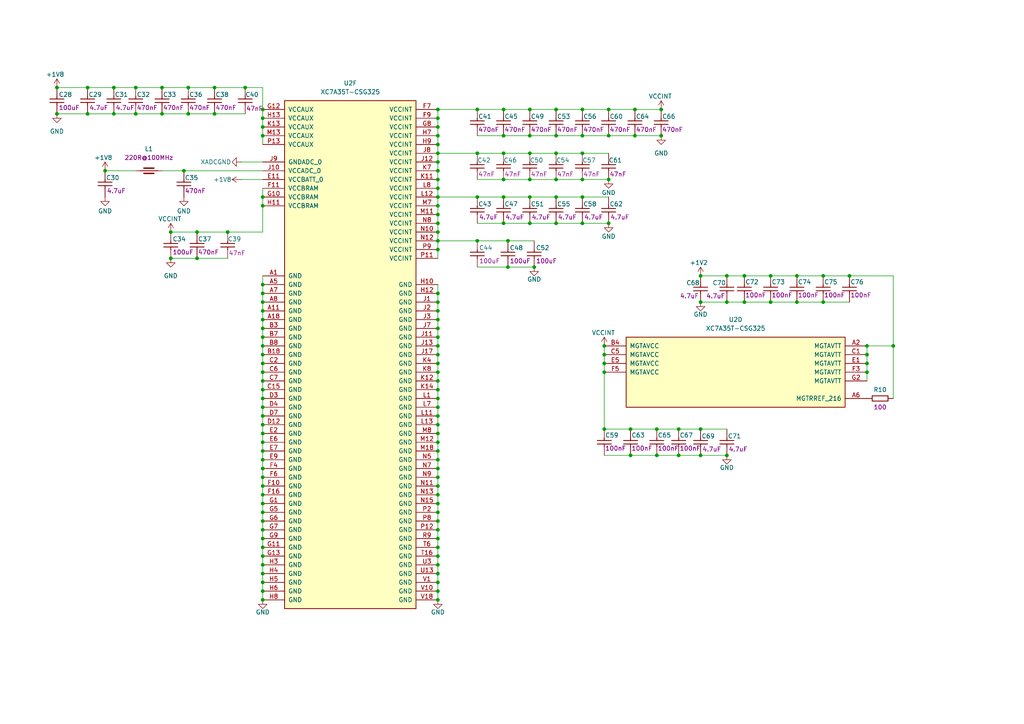
<source format=kicad_sch>
(kicad_sch (version 20250114) (generator "eeschema") (generator_version "9.0")
  (paper "A4")
  (title_block (date "2025-04-18") (rev "${rev}") (company "${name}") (comment 1 "${author}"))
  (junction (at 203.2 124.46))
  (junction (at 127 173.99))
  (junction (at 127 113.03))
  (junction (at 62.23 33.02))
  (junction (at 259.08 100.33))
  (junction (at 76.2 173.99))
  (junction (at 190.5 124.46))
  (junction (at 161.29 31.75))
  (junction (at 238.76 80.01))
  (junction (at 127 143.51))
  (junction (at 76.2 59.69))
  (junction (at 127 166.37))
  (junction (at 138.43 44.45))
  (junction (at 76.2 107.95))
  (junction (at 168.91 64.77))
  (junction (at 49.53 67.31))
  (junction (at 190.5 132.08))
  (junction (at 191.77 31.75))
  (junction (at 25.4 25.4))
  (junction (at 168.91 52.07))
  (junction (at 127 102.87))
  (junction (at 146.05 57.15))
  (junction (at 251.46 100.33))
  (junction (at 71.12 25.4))
  (junction (at 127 90.17))
  (junction (at 175.26 102.87))
  (junction (at 127 158.75))
  (junction (at 203.2 132.08))
  (junction (at 127 153.67))
  (junction (at 127 171.45))
  (junction (at 46.99 25.4))
  (junction (at 203.2 80.01))
  (junction (at 127 105.41))
  (junction (at 138.43 31.75))
  (junction (at 127 36.83))
  (junction (at 161.29 52.07))
  (junction (at 153.67 64.77))
  (junction (at 231.14 80.01))
  (junction (at 76.2 97.79))
  (junction (at 76.2 115.57))
  (junction (at 251.46 107.95))
  (junction (at 146.05 31.75))
  (junction (at 39.37 33.02))
  (junction (at 39.37 25.4))
  (junction (at 146.05 44.45))
  (junction (at 161.29 64.77))
  (junction (at 127 140.97))
  (junction (at 76.2 133.35))
  (junction (at 57.15 67.31))
  (junction (at 127 156.21))
  (junction (at 168.91 44.45))
  (junction (at 127 151.13))
  (junction (at 76.2 166.37))
  (junction (at 127 72.39))
  (junction (at 33.02 33.02))
  (junction (at 76.2 95.25))
  (junction (at 127 97.79))
  (junction (at 182.88 124.46))
  (junction (at 16.51 25.4))
  (junction (at 76.2 110.49))
  (junction (at 251.46 102.87))
  (junction (at 196.85 132.08))
  (junction (at 76.2 158.75))
  (junction (at 127 85.09))
  (junction (at 76.2 39.37))
  (junction (at 62.23 25.4))
  (junction (at 127 138.43))
  (junction (at 53.34 49.53))
  (junction (at 76.2 31.75))
  (junction (at 161.29 57.15))
  (junction (at 127 120.65))
  (junction (at 76.2 82.55))
  (junction (at 76.2 161.29))
  (junction (at 184.15 31.75))
  (junction (at 146.05 64.77))
  (junction (at 76.2 102.87))
  (junction (at 146.05 39.37))
  (junction (at 16.51 33.02))
  (junction (at 161.29 44.45))
  (junction (at 238.76 87.63))
  (junction (at 76.2 34.29))
  (junction (at 127 46.99))
  (junction (at 76.2 171.45))
  (junction (at 127 128.27))
  (junction (at 76.2 148.59))
  (junction (at 76.2 153.67))
  (junction (at 246.38 80.01))
  (junction (at 215.9 80.01))
  (junction (at 127 107.95))
  (junction (at 127 125.73))
  (junction (at 127 67.31))
  (junction (at 76.2 123.19))
  (junction (at 127 34.29))
  (junction (at 127 133.35))
  (junction (at 146.05 52.07))
  (junction (at 176.53 39.37))
  (junction (at 33.02 25.4))
  (junction (at 127 115.57))
  (junction (at 76.2 151.13))
  (junction (at 76.2 105.41))
  (junction (at 127 64.77))
  (junction (at 196.85 124.46))
  (junction (at 176.53 31.75))
  (junction (at 76.2 57.15))
  (junction (at 127 135.89))
  (junction (at 153.67 57.15))
  (junction (at 147.32 77.47))
  (junction (at 127 31.75))
  (junction (at 223.52 80.01))
  (junction (at 168.91 57.15))
  (junction (at 76.2 140.97))
  (junction (at 175.26 124.46))
  (junction (at 203.2 87.63))
  (junction (at 127 123.19))
  (junction (at 54.61 25.4))
  (junction (at 25.4 33.02))
  (junction (at 76.2 138.43))
  (junction (at 127 49.53))
  (junction (at 168.91 31.75))
  (junction (at 127 100.33))
  (junction (at 223.52 87.63))
  (junction (at 147.32 69.85))
  (junction (at 127 130.81))
  (junction (at 76.2 125.73))
  (junction (at 127 59.69))
  (junction (at 153.67 52.07))
  (junction (at 76.2 90.17))
  (junction (at 127 163.83))
  (junction (at 176.53 52.07))
  (junction (at 176.53 64.77))
  (junction (at 127 92.71))
  (junction (at 66.04 67.31))
  (junction (at 76.2 113.03))
  (junction (at 210.82 132.08))
  (junction (at 76.2 36.83))
  (junction (at 127 41.91))
  (junction (at 76.2 156.21))
  (junction (at 175.26 105.41))
  (junction (at 57.15 74.93))
  (junction (at 175.26 107.95))
  (junction (at 76.2 100.33))
  (junction (at 127 168.91))
  (junction (at 127 62.23))
  (junction (at 210.82 80.01))
  (junction (at 138.43 69.85))
  (junction (at 153.67 39.37))
  (junction (at 30.48 49.53))
  (junction (at 54.61 33.02))
  (junction (at 76.2 168.91))
  (junction (at 127 146.05))
  (junction (at 182.88 132.08))
  (junction (at 127 95.25))
  (junction (at 127 148.59))
  (junction (at 251.46 105.41))
  (junction (at 127 57.15))
  (junction (at 175.26 100.33))
  (junction (at 76.2 128.27))
  (junction (at 76.2 85.09))
  (junction (at 231.14 87.63))
  (junction (at 161.29 39.37))
  (junction (at 76.2 118.11))
  (junction (at 127 161.29))
  (junction (at 184.15 39.37))
  (junction (at 127 54.61))
  (junction (at 127 69.85))
  (junction (at 76.2 120.65))
  (junction (at 153.67 31.75))
  (junction (at 49.53 74.93))
  (junction (at 168.91 39.37))
  (junction (at 215.9 87.63))
  (junction (at 127 52.07))
  (junction (at 210.82 87.63))
  (junction (at 76.2 143.51))
  (junction (at 76.2 163.83))
  (junction (at 76.2 130.81))
  (junction (at 138.43 57.15))
  (junction (at 127 110.49))
  (junction (at 76.2 146.05))
  (junction (at 76.2 92.71))
  (junction (at 76.2 87.63))
  (junction (at 127 44.45))
  (junction (at 127 118.11))
  (junction (at 127 87.63))
  (junction (at 154.94 77.47))
  (junction (at 46.99 33.02))
  (junction (at 76.2 135.89))
  (junction (at 153.67 44.45))
  (junction (at 191.77 39.37))
  (junction (at 127 39.37))
  (wire (pts (xy 76.2 133.35) (xy 76.2 135.89)))
  (wire (pts (xy 210.82 80.01) (xy 215.9 80.01)))
  (wire (pts (xy 49.53 74.93) (xy 57.15 74.93)))
  (wire (pts (xy 161.29 39.37) (xy 168.91 39.37)))
  (wire (pts (xy 138.43 57.15) (xy 146.05 57.15)))
  (wire (pts (xy 76.2 31.75) (xy 76.2 34.29)))
  (wire (pts (xy 184.15 31.75) (xy 191.77 31.75)))
  (wire (pts (xy 251.46 107.95) (xy 251.46 110.49)))
  (wire (pts (xy 127 54.61) (xy 127 57.15)))
  (wire (pts (xy 138.43 31.75) (xy 146.05 31.75)))
  (wire (pts (xy 76.2 54.61) (xy 76.2 57.15)))
  (wire (pts (xy 76.2 161.29) (xy 76.2 163.83)))
  (wire (pts (xy 168.91 44.45) (xy 176.53 44.45)))
  (wire (pts (xy 146.05 44.45) (xy 153.67 44.45)))
  (wire (pts (xy 127 118.11) (xy 127 120.65)))
  (wire (pts (xy 33.02 33.02) (xy 39.37 33.02)))
  (wire (pts (xy 76.2 166.37) (xy 76.2 168.91)))
  (wire (pts (xy 76.2 67.31) (xy 76.2 59.69)))
  (wire (pts (xy 168.91 64.77) (xy 176.53 64.77)))
  (wire (pts (xy 153.67 44.45) (xy 161.29 44.45)))
  (wire (pts (xy 76.2 135.89) (xy 76.2 138.43)))
  (wire (pts (xy 161.29 57.15) (xy 168.91 57.15)))
  (wire (pts (xy 238.76 87.63) (xy 246.38 87.63)))
  (wire (pts (xy 127 41.91) (xy 127 44.45)))
  (wire (pts (xy 127 72.39) (xy 127 74.93)))
  (wire (pts (xy 76.2 156.21) (xy 76.2 158.75)))
  (wire (pts (xy 146.05 57.15) (xy 153.67 57.15)))
  (wire (pts (xy 127 59.69) (xy 127 62.23)))
  (wire (pts (xy 127 153.67) (xy 127 156.21)))
  (wire (pts (xy 76.2 148.59) (xy 76.2 151.13)))
  (wire (pts (xy 182.88 132.08) (xy 190.5 132.08)))
  (wire (pts (xy 30.48 49.53) (xy 39.37 49.53)))
  (wire (pts (xy 127 148.59) (xy 127 151.13)))
  (wire (pts (xy 127 130.81) (xy 127 133.35)))
  (wire (pts (xy 184.15 39.37) (xy 191.77 39.37)))
  (wire (pts (xy 190.5 132.08) (xy 196.85 132.08)))
  (wire (pts (xy 127 92.71) (xy 127 95.25)))
  (wire (pts (xy 127 34.29) (xy 127 36.83)))
  (wire (pts (xy 76.2 36.83) (xy 76.2 39.37)))
  (wire (pts (xy 153.67 64.77) (xy 161.29 64.77)))
  (wire (pts (xy 127 46.99) (xy 127 49.53)))
  (wire (pts (xy 76.2 110.49) (xy 76.2 113.03)))
  (wire (pts (xy 76.2 125.73) (xy 76.2 128.27)))
  (wire (pts (xy 62.23 25.4) (xy 71.12 25.4)))
  (wire (pts (xy 147.32 69.85) (xy 154.94 69.85)))
  (wire (pts (xy 16.51 25.4) (xy 25.4 25.4)))
  (wire (pts (xy 54.61 25.4) (xy 62.23 25.4)))
  (wire (pts (xy 223.52 80.01) (xy 231.14 80.01)))
  (wire (pts (xy 196.85 124.46) (xy 203.2 124.46)))
  (wire (pts (xy 127 67.31) (xy 127 69.85)))
  (wire (pts (xy 76.2 171.45) (xy 76.2 173.99)))
  (wire (pts (xy 175.26 102.87) (xy 175.26 105.41)))
  (wire (pts (xy 76.2 151.13) (xy 76.2 153.67)))
  (wire (pts (xy 76.2 87.63) (xy 76.2 90.17)))
  (wire (pts (xy 127 133.35) (xy 127 135.89)))
  (wire (pts (xy 127 171.45) (xy 127 173.99)))
  (wire (pts (xy 138.43 77.47) (xy 147.32 77.47)))
  (wire (pts (xy 127 64.77) (xy 127 67.31)))
  (wire (pts (xy 175.26 105.41) (xy 175.26 107.95)))
  (wire (pts (xy 175.26 124.46) (xy 182.88 124.46)))
  (wire (pts (xy 175.26 132.08) (xy 182.88 132.08)))
  (wire (pts (xy 76.2 34.29) (xy 76.2 36.83)))
  (wire (pts (xy 49.53 67.31) (xy 57.15 67.31)))
  (wire (pts (xy 39.37 33.02) (xy 46.99 33.02)))
  (wire (pts (xy 231.14 87.63) (xy 238.76 87.63)))
  (wire (pts (xy 215.9 80.01) (xy 223.52 80.01)))
  (wire (pts (xy 127 123.19) (xy 127 125.73)))
  (wire (pts (xy 210.82 87.63) (xy 215.9 87.63)))
  (wire (pts (xy 16.51 33.02) (xy 25.4 33.02)))
  (wire (pts (xy 138.43 52.07) (xy 146.05 52.07)))
  (wire (pts (xy 127 57.15) (xy 138.43 57.15)))
  (wire (pts (xy 138.43 44.45) (xy 146.05 44.45)))
  (wire (pts (xy 76.2 85.09) (xy 76.2 87.63)))
  (wire (pts (xy 76.2 95.25) (xy 76.2 97.79)))
  (wire (pts (xy 259.08 80.01) (xy 259.08 100.33)))
  (wire (pts (xy 127 62.23) (xy 127 64.77)))
  (wire (pts (xy 146.05 64.77) (xy 153.67 64.77)))
  (wire (pts (xy 127 158.75) (xy 127 161.29)))
  (wire (pts (xy 127 120.65) (xy 127 123.19)))
  (wire (pts (xy 251.46 102.87) (xy 251.46 105.41)))
  (wire (pts (xy 223.52 87.63) (xy 231.14 87.63)))
  (wire (pts (xy 127 82.55) (xy 127 85.09)))
  (wire (pts (xy 161.29 44.45) (xy 168.91 44.45)))
  (wire (pts (xy 127 113.03) (xy 127 115.57)))
  (wire (pts (xy 127 100.33) (xy 127 102.87)))
  (wire (pts (xy 127 57.15) (xy 127 59.69)))
  (wire (pts (xy 76.2 158.75) (xy 76.2 161.29)))
  (wire (pts (xy 210.82 124.46) (xy 203.2 124.46)))
  (wire (pts (xy 46.99 49.53) (xy 53.34 49.53)))
  (wire (pts (xy 127 69.85) (xy 127 72.39)))
  (wire (pts (xy 176.53 31.75) (xy 184.15 31.75)))
  (wire (pts (xy 69.85 46.99) (xy 76.2 46.99)))
  (wire (pts (xy 71.12 25.4) (xy 76.2 25.4)))
  (wire (pts (xy 238.76 80.01) (xy 246.38 80.01)))
  (wire (pts (xy 231.14 80.01) (xy 238.76 80.01)))
  (wire (pts (xy 251.46 105.41) (xy 251.46 107.95)))
  (wire (pts (xy 127 161.29) (xy 127 163.83)))
  (wire (pts (xy 168.91 57.15) (xy 176.53 57.15)))
  (wire (pts (xy 259.08 100.33) (xy 251.46 100.33)))
  (wire (pts (xy 127 44.45) (xy 127 46.99)))
  (wire (pts (xy 39.37 25.4) (xy 46.99 25.4)))
  (wire (pts (xy 127 151.13) (xy 127 153.67)))
  (wire (pts (xy 76.2 90.17) (xy 76.2 92.71)))
  (wire (pts (xy 138.43 69.85) (xy 147.32 69.85)))
  (wire (pts (xy 76.2 163.83) (xy 76.2 166.37)))
  (wire (pts (xy 153.67 31.75) (xy 161.29 31.75)))
  (wire (pts (xy 127 69.85) (xy 138.43 69.85)))
  (wire (pts (xy 53.34 49.53) (xy 76.2 49.53)))
  (wire (pts (xy 127 125.73) (xy 127 128.27)))
  (wire (pts (xy 127 135.89) (xy 127 138.43)))
  (wire (pts (xy 57.15 74.93) (xy 66.04 74.93)))
  (wire (pts (xy 76.2 138.43) (xy 76.2 140.97)))
  (wire (pts (xy 146.05 31.75) (xy 153.67 31.75)))
  (wire (pts (xy 168.91 31.75) (xy 176.53 31.75)))
  (wire (pts (xy 196.85 132.08) (xy 203.2 132.08)))
  (wire (pts (xy 25.4 25.4) (xy 33.02 25.4)))
  (wire (pts (xy 33.02 25.4) (xy 39.37 25.4)))
  (wire (pts (xy 161.29 52.07) (xy 168.91 52.07)))
  (wire (pts (xy 127 52.07) (xy 127 54.61)))
  (wire (pts (xy 57.15 67.31) (xy 66.04 67.31)))
  (wire (pts (xy 138.43 64.77) (xy 146.05 64.77)))
  (wire (pts (xy 76.2 140.97) (xy 76.2 143.51)))
  (wire (pts (xy 176.53 39.37) (xy 184.15 39.37)))
  (wire (pts (xy 76.2 105.41) (xy 76.2 107.95)))
  (wire (pts (xy 127 168.91) (xy 127 171.45)))
  (wire (pts (xy 76.2 146.05) (xy 76.2 148.59)))
  (wire (pts (xy 175.26 100.33) (xy 175.26 102.87)))
  (wire (pts (xy 76.2 39.37) (xy 76.2 41.91)))
  (wire (pts (xy 127 110.49) (xy 127 113.03)))
  (wire (pts (xy 127 39.37) (xy 127 41.91)))
  (wire (pts (xy 127 107.95) (xy 127 110.49)))
  (wire (pts (xy 46.99 25.4) (xy 54.61 25.4)))
  (wire (pts (xy 76.2 57.15) (xy 76.2 59.69)))
  (wire (pts (xy 138.43 39.37) (xy 146.05 39.37)))
  (wire (pts (xy 203.2 132.08) (xy 210.82 132.08)))
  (wire (pts (xy 127 31.75) (xy 127 34.29)))
  (wire (pts (xy 76.2 102.87) (xy 76.2 105.41)))
  (wire (pts (xy 153.67 39.37) (xy 161.29 39.37)))
  (wire (pts (xy 127 44.45) (xy 138.43 44.45)))
  (wire (pts (xy 76.2 115.57) (xy 76.2 118.11)))
  (wire (pts (xy 161.29 64.77) (xy 168.91 64.77)))
  (wire (pts (xy 127 166.37) (xy 127 168.91)))
  (wire (pts (xy 76.2 120.65) (xy 76.2 123.19)))
  (wire (pts (xy 161.29 31.75) (xy 168.91 31.75)))
  (wire (pts (xy 175.26 124.46) (xy 175.26 107.95)))
  (wire (pts (xy 153.67 52.07) (xy 161.29 52.07)))
  (wire (pts (xy 46.99 33.02) (xy 54.61 33.02)))
  (wire (pts (xy 127 36.83) (xy 127 39.37)))
  (wire (pts (xy 76.2 123.19) (xy 76.2 125.73)))
  (wire (pts (xy 127 90.17) (xy 127 92.71)))
  (wire (pts (xy 127 140.97) (xy 127 143.51)))
  (wire (pts (xy 76.2 118.11) (xy 76.2 120.65)))
  (wire (pts (xy 69.85 52.07) (xy 76.2 52.07)))
  (wire (pts (xy 127 138.43) (xy 127 140.97)))
  (wire (pts (xy 62.23 33.02) (xy 71.12 33.02)))
  (wire (pts (xy 146.05 39.37) (xy 153.67 39.37)))
  (wire (pts (xy 190.5 124.46) (xy 196.85 124.46)))
  (wire (pts (xy 76.2 100.33) (xy 76.2 102.87)))
  (wire (pts (xy 168.91 52.07) (xy 176.53 52.07)))
  (wire (pts (xy 76.2 153.67) (xy 76.2 156.21)))
  (wire (pts (xy 76.2 130.81) (xy 76.2 133.35)))
  (wire (pts (xy 127 128.27) (xy 127 130.81)))
  (wire (pts (xy 76.2 80.01) (xy 76.2 82.55)))
  (wire (pts (xy 127 163.83) (xy 127 166.37)))
  (wire (pts (xy 76.2 97.79) (xy 76.2 100.33)))
  (wire (pts (xy 127 105.41) (xy 127 107.95)))
  (wire (pts (xy 127 146.05) (xy 127 148.59)))
  (wire (pts (xy 76.2 107.95) (xy 76.2 110.49)))
  (wire (pts (xy 127 102.87) (xy 127 105.41)))
  (wire (pts (xy 54.61 33.02) (xy 62.23 33.02)))
  (wire (pts (xy 251.46 100.33) (xy 251.46 102.87)))
  (wire (pts (xy 76.2 113.03) (xy 76.2 115.57)))
  (wire (pts (xy 153.67 57.15) (xy 161.29 57.15)))
  (wire (pts (xy 127 85.09) (xy 127 87.63)))
  (wire (pts (xy 76.2 82.55) (xy 76.2 85.09)))
  (wire (pts (xy 76.2 25.4) (xy 76.2 31.75)))
  (wire (pts (xy 76.2 128.27) (xy 76.2 130.81)))
  (wire (pts (xy 182.88 124.46) (xy 190.5 124.46)))
  (wire (pts (xy 147.32 77.47) (xy 154.94 77.47)))
  (wire (pts (xy 127 95.25) (xy 127 97.79)))
  (wire (pts (xy 127 143.51) (xy 127 146.05)))
  (wire (pts (xy 203.2 87.63) (xy 210.82 87.63)))
  (wire (pts (xy 215.9 87.63) (xy 223.52 87.63)))
  (wire (pts (xy 146.05 52.07) (xy 153.67 52.07)))
  (wire (pts (xy 127 156.21) (xy 127 158.75)))
  (wire (pts (xy 127 31.75) (xy 138.43 31.75)))
  (wire (pts (xy 76.2 143.51) (xy 76.2 146.05)))
  (wire (pts (xy 127 49.53) (xy 127 52.07)))
  (wire (pts (xy 66.04 67.31) (xy 76.2 67.31)))
  (wire (pts (xy 127 97.79) (xy 127 100.33)))
  (wire (pts (xy 259.08 100.33) (xy 259.08 115.57)))
  (wire (pts (xy 25.4 33.02) (xy 33.02 33.02)))
  (wire (pts (xy 168.91 39.37) (xy 176.53 39.37)))
  (wire (pts (xy 76.2 168.91) (xy 76.2 171.45)))
  (wire (pts (xy 127 115.57) (xy 127 118.11)))
  (wire (pts (xy 127 87.63) (xy 127 90.17)))
  (wire (pts (xy 203.2 80.01) (xy 210.82 80.01)))
  (wire (pts (xy 76.2 92.71) (xy 76.2 95.25)))
  (wire (pts (xy 246.38 80.01) (xy 259.08 80.01)))
  (symbol (lib_id "power:+1V0") (at 175.26 100.33 0) (unit 1)
    (property "Reference" "#PWR030" (effects (hide yes)))
    (property "Value" "VCCINT" (at 175.006 96.52 0))
    (property "Description" "Power symbol creates a global label with name \"+1V0\"" (effects (hide yes)))
  )
  (symbol (lib_id "Capacitors SMD:CC0402_4.7UF_16V_20%_X5R") (at 146.05 64.77 90) (unit 1)
    (property "Reference" "C47" (at 146.304 59.182 90) (effects (justify right)))
    (property "Value" "CC0402_4.7UF_16V_20%_X5R" (effects (hide yes)))
    (property "Footprint" "Capacitors SMD:CAPC1005X55N" (effects (hide yes)))
    (property "Datasheet" "\\\\cern.ch\\dfs\\Applications\\Altium\\Datasheets\\CC0402_X5R_YAGEO_4VTO50V.pdf" (effects (hide yes)))
    (property "Description" "SMD Multilayer Chip Ceramic Capacitor" (effects (hide yes)))
    (property "Val" "4.7uF" (at 146.558 62.992 90) (effects (justify right)))
    (property "Part Number" "CC0402_4.7UF_16V_20%_X5R" (effects (hide yes)))
    (property "Library Ref" "Capacitor - non polarized" (effects (hide yes)))
    (property "Library Path" "SchLib\\Capacitors.SchLib" (effects (hide yes)))
    (property "Comment" "4.7uF" (effects (hide yes)))
    (property "Component Kind" "Standard" (effects (hide yes)))
    (property "Component Type" "Standard" (effects (hide yes)))
    (property "Pin Count" "2" (effects (hide yes)))
    (property "Footprint Path" "PcbLib\\Capacitors SMD.PcbLib" (effects (hide yes)))
    (property "Footprint Ref" "CAPC1005X55N" (effects (hide yes)))
    (property "PackageDescription" " " (effects (hide yes)))
    (property "Status" "Preferred" (effects (hide yes)))
    (property "Status Comment" " " (effects (hide yes)))
    (property "Voltage" "16V" (effects (hide yes)))
    (property "TC" "X5R" (effects (hide yes)))
    (property "Tolerance" "±20%" (effects (hide yes)))
    (property "Part Description" "SMD Multilayer Chip Ceramic Capacitor" (effects (hide yes)))
    (property "Manufacturer" "GENERIC" (effects (hide yes)))
    (property "Manufacturer Part Number" "CC0402_4.7UF_16V_20%_X5R" (effects (hide yes)))
    (property "Case" "0402" (effects (hide yes)))
    (property "Mounted" "Yes" (effects (hide yes)))
    (property "Socket" "No" (effects (hide yes)))
    (property "SMD" "Yes" (effects (hide yes)))
    (property "PressFit" " " (effects (hide yes)))
    (property "Sense" "No" (effects (hide yes)))
    (property "Sense Comment" " " (effects (hide yes)))
    (property "ComponentHeight" " " (effects (hide yes)))
    (property "Manufacturer1 Example" "YAGEO PHYCOMP" (effects (hide yes)))
    (property "Manufacturer1 Part Number" "CC0402MRX5R7BB475" (effects (hide yes)))
    (property "Manufacturer1 ComponentHeight" "0.55mm" (effects (hide yes)))
    (property "HelpURL" "\\\\cern.ch\\dfs\\Applications\\Altium\\Datasheets\\CC0402_X5R_YAGEO_4VTO50V.pdf" (effects (hide yes)))
    (property "Author" "CERN DEM BC" (effects (hide yes)))
    (property "CreateDate" "09/07/20 00:00:00" (effects (hide yes)))
    (property "LatestRevisionDate" "09/07/20 00:00:00" (effects (hide yes)))
    (property "Database Table Name" "Capacitors" (effects (hide yes)))
    (property "Library Name" "Capacitors SMD" (effects (hide yes)))
    (property "Footprint Library" "Capacitors SMD" (effects (hide yes)))
    (property "License" "CC-BY-SA 4.0" (effects (hide yes)))
  )
  (symbol (lib_id "Capacitors SMD:CC0402_4.7UF_16V_20%_X5R") (at 138.43 64.77 90) (unit 1)
    (property "Reference" "C43" (at 138.684 59.182 90) (effects (justify right)))
    (property "Value" "CC0402_4.7UF_16V_20%_X5R" (effects (hide yes)))
    (property "Footprint" "Capacitors SMD:CAPC1005X55N" (effects (hide yes)))
    (property "Datasheet" "\\\\cern.ch\\dfs\\Applications\\Altium\\Datasheets\\CC0402_X5R_YAGEO_4VTO50V.pdf" (effects (hide yes)))
    (property "Description" "SMD Multilayer Chip Ceramic Capacitor" (effects (hide yes)))
    (property "Val" "4.7uF" (at 138.938 62.992 90) (effects (justify right)))
    (property "Part Number" "CC0402_4.7UF_16V_20%_X5R" (effects (hide yes)))
    (property "Library Ref" "Capacitor - non polarized" (effects (hide yes)))
    (property "Library Path" "SchLib\\Capacitors.SchLib" (effects (hide yes)))
    (property "Comment" "4.7uF" (effects (hide yes)))
    (property "Component Kind" "Standard" (effects (hide yes)))
    (property "Component Type" "Standard" (effects (hide yes)))
    (property "Pin Count" "2" (effects (hide yes)))
    (property "Footprint Path" "PcbLib\\Capacitors SMD.PcbLib" (effects (hide yes)))
    (property "Footprint Ref" "CAPC1005X55N" (effects (hide yes)))
    (property "PackageDescription" " " (effects (hide yes)))
    (property "Status" "Preferred" (effects (hide yes)))
    (property "Status Comment" " " (effects (hide yes)))
    (property "Voltage" "16V" (effects (hide yes)))
    (property "TC" "X5R" (effects (hide yes)))
    (property "Tolerance" "±20%" (effects (hide yes)))
    (property "Part Description" "SMD Multilayer Chip Ceramic Capacitor" (effects (hide yes)))
    (property "Manufacturer" "GENERIC" (effects (hide yes)))
    (property "Manufacturer Part Number" "CC0402_4.7UF_16V_20%_X5R" (effects (hide yes)))
    (property "Case" "0402" (effects (hide yes)))
    (property "Mounted" "Yes" (effects (hide yes)))
    (property "Socket" "No" (effects (hide yes)))
    (property "SMD" "Yes" (effects (hide yes)))
    (property "PressFit" " " (effects (hide yes)))
    (property "Sense" "No" (effects (hide yes)))
    (property "Sense Comment" " " (effects (hide yes)))
    (property "ComponentHeight" " " (effects (hide yes)))
    (property "Manufacturer1 Example" "YAGEO PHYCOMP" (effects (hide yes)))
    (property "Manufacturer1 Part Number" "CC0402MRX5R7BB475" (effects (hide yes)))
    (property "Manufacturer1 ComponentHeight" "0.55mm" (effects (hide yes)))
    (property "HelpURL" "\\\\cern.ch\\dfs\\Applications\\Altium\\Datasheets\\CC0402_X5R_YAGEO_4VTO50V.pdf" (effects (hide yes)))
    (property "Author" "CERN DEM BC" (effects (hide yes)))
    (property "CreateDate" "09/07/20 00:00:00" (effects (hide yes)))
    (property "LatestRevisionDate" "09/07/20 00:00:00" (effects (hide yes)))
    (property "Database Table Name" "Capacitors" (effects (hide yes)))
    (property "Library Name" "Capacitors SMD" (effects (hide yes)))
    (property "Footprint Library" "Capacitors SMD" (effects (hide yes)))
    (property "License" "CC-BY-SA 4.0" (effects (hide yes)))
  )
  (symbol (lib_id "Capacitors SMD:CC0805_100UF_6.3V_20%_X5R") (at 154.94 77.47 90) (unit 1)
    (property "Reference" "C52" (at 155.448 71.882 90) (effects (justify right)))
    (property "Value" "CC0805_100UF_6.3V_20%_X5R" (effects (hide yes)))
    (property "Footprint" "Capacitors SMD:CAPC2012X145N" (effects (hide yes)))
    (property "Datasheet" "\\\\cern.ch\\dfs\\Applications\\Altium\\Datasheets\\CC0805_MURATA_GRM21BR60J107ME15L.pdf" (effects (hide yes)))
    (property "Description" "SMD Multilayer Chip Ceramic Capacitor" (effects (hide yes)))
    (property "Val" "100uF" (at 155.448 75.692 90) (effects (justify right)))
    (property "Part Number" "CC0805_100UF_6.3V_20%_X5R" (effects (hide yes)))
    (property "Library Ref" "Capacitor - non polarized" (effects (hide yes)))
    (property "Library Path" "SchLib\\Capacitors.SchLib" (effects (hide yes)))
    (property "Comment" "100uF" (effects (hide yes)))
    (property "Component Kind" "Standard" (effects (hide yes)))
    (property "Component Type" "Standard" (effects (hide yes)))
    (property "Pin Count" "2" (effects (hide yes)))
    (property "Footprint Path" "PcbLib\\Capacitors SMD.PcbLib" (effects (hide yes)))
    (property "Footprint Ref" "CAPC2012X145N" (effects (hide yes)))
    (property "PackageDescription" " " (effects (hide yes)))
    (property "Status" "Preferred" (effects (hide yes)))
    (property "Status Comment" " " (effects (hide yes)))
    (property "Voltage" "6.3V" (effects (hide yes)))
    (property "TC" "X5R" (effects (hide yes)))
    (property "Tolerance" "±20%" (effects (hide yes)))
    (property "Part Description" "SMD Multilayer Chip Ceramic Capacitor" (effects (hide yes)))
    (property "Manufacturer" "GENERIC" (effects (hide yes)))
    (property "Manufacturer Part Number" "CC0805_100UF_6.3V_20%_X5R" (effects (hide yes)))
    (property "Case" "0805" (effects (hide yes)))
    (property "Mounted" "Yes" (effects (hide yes)))
    (property "Socket" "No" (effects (hide yes)))
    (property "SMD" "Yes" (effects (hide yes)))
    (property "PressFit" " " (effects (hide yes)))
    (property "Sense" "No" (effects (hide yes)))
    (property "Sense Comment" " " (effects (hide yes)))
    (property "ComponentHeight" " " (effects (hide yes)))
    (property "Manufacturer1 Example" "MURATA" (effects (hide yes)))
    (property "Manufacturer1 Part Number" "GRM21BR60J107ME15" (effects (hide yes)))
    (property "Manufacturer1 ComponentHeight" "1.45mm" (effects (hide yes)))
    (property "HelpURL" "\\\\cern.ch\\dfs\\Applications\\Altium\\Datasheets\\CC0805_MURATA_GRM21BR60J107ME15L.pdf" (effects (hide yes)))
    (property "Author" "CERN DEM BC" (effects (hide yes)))
    (property "CreateDate" "01/10/20 00:00:00" (effects (hide yes)))
    (property "LatestRevisionDate" "01/10/20 00:00:00" (effects (hide yes)))
    (property "Database Table Name" "Capacitors" (effects (hide yes)))
    (property "Library Name" "Capacitors SMD" (effects (hide yes)))
    (property "Footprint Library" "Capacitors SMD" (effects (hide yes)))
    (property "License" "CC-BY-SA 4.0" (effects (hide yes)))
  )
  (symbol (lib_id "power:GND") (at 191.77 39.37 0) (unit 1)
    (property "Reference" "#PWR034" (effects (hide yes)))
    (property "Value" "GND" (at 191.77 44.45 0))
    (property "Description" "Power symbol creates a global label with name \"GND\" , ground" (effects (hide yes)))
  )
  (symbol (lib_id "FPGA_Xilinx_Artix7:XC7A35T-CSG325") (at 213.36 107.95 0) (unit 4)
    (property "Reference" "U2" (at 213.36 92.71 0))
    (property "Value" "XC7A35T-CSG325" (at 213.36 95.25 0))
    (property "Footprint" "Package_BGA:Xilinx_CSG325" (effects (hide yes)))
    (property "Description" "Artix 7 T 35 XC7A35T-CSG325" (effects (hide yes)))
  )
  (symbol (lib_id "Capacitors SMD:CC0201_470NF_4V_20%_X5R") (at 191.77 39.37 90) (unit 1)
    (property "Reference" "C66" (at 192.024 33.782 90) (effects (justify right)))
    (property "Value" "CC0201_470NF_4V_20%_X5R" (effects (hide yes)))
    (property "Footprint" "Capacitors SMD:CAPC0603X33N" (effects (hide yes)))
    (property "Datasheet" "\\\\cern.ch\\dfs\\Applications\\Altium\\Datasheets\\CC0201_X5R_TAIYO-YUDEN_STANDARD-CLASS2.pdf" (effects (hide yes)))
    (property "Description" "SMD Multilayer Chip Ceramic Capacitor" (effects (hide yes)))
    (property "Val" "470nF" (at 192.024 37.592 90) (effects (justify right)))
    (property "Part Number" "CC0201_470NF_4V_20%_X5R" (effects (hide yes)))
    (property "Library Ref" "Capacitor - non polarized" (effects (hide yes)))
    (property "Library Path" "SchLib\\Capacitors.SchLib" (effects (hide yes)))
    (property "Comment" "470nF" (effects (hide yes)))
    (property "Component Kind" "Standard" (effects (hide yes)))
    (property "Component Type" "Standard" (effects (hide yes)))
    (property "Pin Count" "2" (effects (hide yes)))
    (property "Footprint Path" "PcbLib\\Capacitors SMD.PcbLib" (effects (hide yes)))
    (property "Footprint Ref" "CAPC0603X33N" (effects (hide yes)))
    (property "PackageDescription" " " (effects (hide yes)))
    (property "Status" "Not Recommended" (effects (hide yes)))
    (property "Status Comment" " " (effects (hide yes)))
    (property "Voltage" "4V" (effects (hide yes)))
    (property "TC" "X5R" (effects (hide yes)))
    (property "Tolerance" "±20%" (effects (hide yes)))
    (property "Part Description" "SMD Multilayer Chip Ceramic Capacitor" (effects (hide yes)))
    (property "Manufacturer" "GENERIC" (effects (hide yes)))
    (property "Manufacturer Part Number" "CC0201_470NF_4V_20%_X5R" (effects (hide yes)))
    (property "Case" "0201" (effects (hide yes)))
    (property "Mounted" "Yes" (effects (hide yes)))
    (property "Socket" "No" (effects (hide yes)))
    (property "SMD" "Yes" (effects (hide yes)))
    (property "PressFit" " " (effects (hide yes)))
    (property "Sense" "No" (effects (hide yes)))
    (property "Sense Comment" " " (effects (hide yes)))
    (property "ComponentHeight" " " (effects (hide yes)))
    (property "Manufacturer1 Example" "TAIYO YUDEN" (effects (hide yes)))
    (property "Manufacturer1 Part Number" "AMK063BJ474MP-F" (effects (hide yes)))
    (property "Manufacturer1 ComponentHeight" "0.33mm" (effects (hide yes)))
    (property "HelpURL" "\\\\cern.ch\\dfs\\Applications\\Altium\\Datasheets\\CC0201_X5R_TAIYO-YUDEN_STANDARD-CLASS2.pdf" (effects (hide yes)))
    (property "Author" "CERN DEM JLC" (effects (hide yes)))
    (property "CreateDate" "05/27/10 00:00:00" (effects (hide yes)))
    (property "LatestRevisionDate" "05/27/10 00:00:00" (effects (hide yes)))
    (property "Database Table Name" "Capacitors" (effects (hide yes)))
    (property "Library Name" "Capacitors SMD" (effects (hide yes)))
    (property "Footprint Library" "Capacitors SMD" (effects (hide yes)))
    (property "License" "CC-BY-SA 4.0" (effects (hide yes)))
  )
  (symbol (lib_id "Capacitors SMD:CC0201_470NF_4V_20%_X5R") (at 146.05 39.37 90) (unit 1)
    (property "Reference" "C45" (at 146.304 33.782 90) (effects (justify right)))
    (property "Value" "CC0201_470NF_4V_20%_X5R" (effects (hide yes)))
    (property "Footprint" "Capacitors SMD:CAPC0603X33N" (effects (hide yes)))
    (property "Datasheet" "\\\\cern.ch\\dfs\\Applications\\Altium\\Datasheets\\CC0201_X5R_TAIYO-YUDEN_STANDARD-CLASS2.pdf" (effects (hide yes)))
    (property "Description" "SMD Multilayer Chip Ceramic Capacitor" (effects (hide yes)))
    (property "Val" "470nF" (at 146.304 37.592 90) (effects (justify right)))
    (property "Part Number" "CC0201_470NF_4V_20%_X5R" (effects (hide yes)))
    (property "Library Ref" "Capacitor - non polarized" (effects (hide yes)))
    (property "Library Path" "SchLib\\Capacitors.SchLib" (effects (hide yes)))
    (property "Comment" "470nF" (effects (hide yes)))
    (property "Component Kind" "Standard" (effects (hide yes)))
    (property "Component Type" "Standard" (effects (hide yes)))
    (property "Pin Count" "2" (effects (hide yes)))
    (property "Footprint Path" "PcbLib\\Capacitors SMD.PcbLib" (effects (hide yes)))
    (property "Footprint Ref" "CAPC0603X33N" (effects (hide yes)))
    (property "PackageDescription" " " (effects (hide yes)))
    (property "Status" "Not Recommended" (effects (hide yes)))
    (property "Status Comment" " " (effects (hide yes)))
    (property "Voltage" "4V" (effects (hide yes)))
    (property "TC" "X5R" (effects (hide yes)))
    (property "Tolerance" "±20%" (effects (hide yes)))
    (property "Part Description" "SMD Multilayer Chip Ceramic Capacitor" (effects (hide yes)))
    (property "Manufacturer" "GENERIC" (effects (hide yes)))
    (property "Manufacturer Part Number" "CC0201_470NF_4V_20%_X5R" (effects (hide yes)))
    (property "Case" "0201" (effects (hide yes)))
    (property "Mounted" "Yes" (effects (hide yes)))
    (property "Socket" "No" (effects (hide yes)))
    (property "SMD" "Yes" (effects (hide yes)))
    (property "PressFit" " " (effects (hide yes)))
    (property "Sense" "No" (effects (hide yes)))
    (property "Sense Comment" " " (effects (hide yes)))
    (property "ComponentHeight" " " (effects (hide yes)))
    (property "Manufacturer1 Example" "TAIYO YUDEN" (effects (hide yes)))
    (property "Manufacturer1 Part Number" "AMK063BJ474MP-F" (effects (hide yes)))
    (property "Manufacturer1 ComponentHeight" "0.33mm" (effects (hide yes)))
    (property "HelpURL" "\\\\cern.ch\\dfs\\Applications\\Altium\\Datasheets\\CC0201_X5R_TAIYO-YUDEN_STANDARD-CLASS2.pdf" (effects (hide yes)))
    (property "Author" "CERN DEM JLC" (effects (hide yes)))
    (property "CreateDate" "05/27/10 00:00:00" (effects (hide yes)))
    (property "LatestRevisionDate" "05/27/10 00:00:00" (effects (hide yes)))
    (property "Database Table Name" "Capacitors" (effects (hide yes)))
    (property "Library Name" "Capacitors SMD" (effects (hide yes)))
    (property "Footprint Library" "Capacitors SMD" (effects (hide yes)))
    (property "License" "CC-BY-SA 4.0" (effects (hide yes)))
  )
  (symbol (lib_id "Capacitors SMD:CC0402_4.7UF_16V_20%_X5R") (at 210.82 132.08 90) (unit 1)
    (property "Reference" "C71" (at 211.074 126.492 90) (effects (justify right)))
    (property "Value" "CC0402_4.7UF_16V_20%_X5R" (effects (hide yes)))
    (property "Footprint" "Capacitors SMD:CAPC1005X55N" (effects (hide yes)))
    (property "Datasheet" "\\\\cern.ch\\dfs\\Applications\\Altium\\Datasheets\\CC0402_X5R_YAGEO_4VTO50V.pdf" (effects (hide yes)))
    (property "Description" "SMD Multilayer Chip Ceramic Capacitor" (effects (hide yes)))
    (property "Val" "4.7uF" (at 211.328 130.302 90) (effects (justify right)))
    (property "Part Number" "CC0402_4.7UF_16V_20%_X5R" (effects (hide yes)))
    (property "Library Ref" "Capacitor - non polarized" (effects (hide yes)))
    (property "Library Path" "SchLib\\Capacitors.SchLib" (effects (hide yes)))
    (property "Comment" "4.7uF" (effects (hide yes)))
    (property "Component Kind" "Standard" (effects (hide yes)))
    (property "Component Type" "Standard" (effects (hide yes)))
    (property "Pin Count" "2" (effects (hide yes)))
    (property "Footprint Path" "PcbLib\\Capacitors SMD.PcbLib" (effects (hide yes)))
    (property "Footprint Ref" "CAPC1005X55N" (effects (hide yes)))
    (property "PackageDescription" " " (effects (hide yes)))
    (property "Status" "Preferred" (effects (hide yes)))
    (property "Status Comment" " " (effects (hide yes)))
    (property "Voltage" "16V" (effects (hide yes)))
    (property "TC" "X5R" (effects (hide yes)))
    (property "Tolerance" "±20%" (effects (hide yes)))
    (property "Part Description" "SMD Multilayer Chip Ceramic Capacitor" (effects (hide yes)))
    (property "Manufacturer" "GENERIC" (effects (hide yes)))
    (property "Manufacturer Part Number" "CC0402_4.7UF_16V_20%_X5R" (effects (hide yes)))
    (property "Case" "0402" (effects (hide yes)))
    (property "Mounted" "Yes" (effects (hide yes)))
    (property "Socket" "No" (effects (hide yes)))
    (property "SMD" "Yes" (effects (hide yes)))
    (property "PressFit" " " (effects (hide yes)))
    (property "Sense" "No" (effects (hide yes)))
    (property "Sense Comment" " " (effects (hide yes)))
    (property "ComponentHeight" " " (effects (hide yes)))
    (property "Manufacturer1 Example" "YAGEO PHYCOMP" (effects (hide yes)))
    (property "Manufacturer1 Part Number" "CC0402MRX5R7BB475" (effects (hide yes)))
    (property "Manufacturer1 ComponentHeight" "0.55mm" (effects (hide yes)))
    (property "HelpURL" "\\\\cern.ch\\dfs\\Applications\\Altium\\Datasheets\\CC0402_X5R_YAGEO_4VTO50V.pdf" (effects (hide yes)))
    (property "Author" "CERN DEM BC" (effects (hide yes)))
    (property "CreateDate" "09/07/20 00:00:00" (effects (hide yes)))
    (property "LatestRevisionDate" "09/07/20 00:00:00" (effects (hide yes)))
    (property "Database Table Name" "Capacitors" (effects (hide yes)))
    (property "Library Name" "Capacitors SMD" (effects (hide yes)))
    (property "Footprint Library" "Capacitors SMD" (effects (hide yes)))
    (property "License" "CC-BY-SA 4.0" (effects (hide yes)))
  )
  (symbol (lib_id "power:+1V0") (at 191.77 31.75 0) (unit 1)
    (property "Reference" "#PWR033" (effects (hide yes)))
    (property "Value" "VCCINT" (at 191.516 27.94 0))
    (property "Description" "Power symbol creates a global label with name \"+1V0\"" (effects (hide yes)))
  )
  (symbol (lib_id "Capacitors SMD:CC0201_47NF_6.3V_10%_X5R") (at 153.67 52.07 90) (unit 1)
    (property "Reference" "C50" (at 153.67 46.482 90) (effects (justify right)))
    (property "Value" "CC0201_47NF_6.3V_10%_X5R" (effects (hide yes)))
    (property "Footprint" "Capacitors SMD:CAPC0603X33N" (effects (hide yes)))
    (property "Datasheet" "\\\\cern.ch\\dfs\\Applications\\Altium\\Datasheets\\CC0201_X5R_AVX.pdf" (effects (hide yes)))
    (property "Description" "SMD Multilayer Chip Ceramic Capacitor" (effects (hide yes)))
    (property "Val" "47nF" (at 153.924 50.546 90) (effects (justify right)))
    (property "Part Number" "CC0201_47NF_6.3V_10%_X5R" (effects (hide yes)))
    (property "Library Ref" "Capacitor - non polarized" (effects (hide yes)))
    (property "Library Path" "SchLib\\Capacitors.SchLib" (effects (hide yes)))
    (property "Comment" "47nF" (effects (hide yes)))
    (property "Component Kind" "Standard" (effects (hide yes)))
    (property "Component Type" "Standard" (effects (hide yes)))
    (property "Pin Count" "2" (effects (hide yes)))
    (property "Footprint Path" "PcbLib\\Capacitors SMD.PcbLib" (effects (hide yes)))
    (property "Footprint Ref" "CAPC0603X33N" (effects (hide yes)))
    (property "PackageDescription" " " (effects (hide yes)))
    (property "Status" "Not Recommended" (effects (hide yes)))
    (property "Status Comment" " " (effects (hide yes)))
    (property "Voltage" "6.3V" (effects (hide yes)))
    (property "TC" "X5R" (effects (hide yes)))
    (property "Tolerance" "±10%" (effects (hide yes)))
    (property "Part Description" "SMD Multilayer Chip Ceramic Capacitor" (effects (hide yes)))
    (property "Manufacturer" "GENERIC" (effects (hide yes)))
    (property "Manufacturer Part Number" "CC0201_47NF_6.3V_10%_X5R" (effects (hide yes)))
    (property "Case" "0201" (effects (hide yes)))
    (property "Mounted" "Yes" (effects (hide yes)))
    (property "Socket" "No" (effects (hide yes)))
    (property "SMD" "Yes" (effects (hide yes)))
    (property "PressFit" " " (effects (hide yes)))
    (property "Sense" "No" (effects (hide yes)))
    (property "Sense Comment" " " (effects (hide yes)))
    (property "ComponentHeight" " " (effects (hide yes)))
    (property "Manufacturer1 Example" "AVX" (effects (hide yes)))
    (property "Manufacturer1 Part Number" "02016D473KAT2A" (effects (hide yes)))
    (property "Manufacturer1 ComponentHeight" "0.33mm" (effects (hide yes)))
    (property "HelpURL" "\\\\cern.ch\\dfs\\Applications\\Altium\\Datasheets\\CC0201_X5R_AVX.pdf" (effects (hide yes)))
    (property "Author" "CERN DEM JLC" (effects (hide yes)))
    (property "CreateDate" "12/03/07 00:00:00" (effects (hide yes)))
    (property "LatestRevisionDate" "12/03/07 00:00:00" (effects (hide yes)))
    (property "Database Table Name" "Capacitors" (effects (hide yes)))
    (property "Library Name" "Capacitors SMD" (effects (hide yes)))
    (property "Footprint Library" "Capacitors SMD" (effects (hide yes)))
    (property "License" "CC-BY-SA 4.0" (effects (hide yes)))
  )
  (symbol (lib_id "Capacitors SMD:CC0201_47NF_6.3V_10%_X5R") (at 161.29 52.07 90) (unit 1)
    (property "Reference" "C54" (at 161.29 46.482 90) (effects (justify right)))
    (property "Value" "CC0201_47NF_6.3V_10%_X5R" (effects (hide yes)))
    (property "Footprint" "Capacitors SMD:CAPC0603X33N" (effects (hide yes)))
    (property "Datasheet" "\\\\cern.ch\\dfs\\Applications\\Altium\\Datasheets\\CC0201_X5R_AVX.pdf" (effects (hide yes)))
    (property "Description" "SMD Multilayer Chip Ceramic Capacitor" (effects (hide yes)))
    (property "Val" "47nF" (at 161.544 50.546 90) (effects (justify right)))
    (property "Part Number" "CC0201_47NF_6.3V_10%_X5R" (effects (hide yes)))
    (property "Library Ref" "Capacitor - non polarized" (effects (hide yes)))
    (property "Library Path" "SchLib\\Capacitors.SchLib" (effects (hide yes)))
    (property "Comment" "47nF" (effects (hide yes)))
    (property "Component Kind" "Standard" (effects (hide yes)))
    (property "Component Type" "Standard" (effects (hide yes)))
    (property "Pin Count" "2" (effects (hide yes)))
    (property "Footprint Path" "PcbLib\\Capacitors SMD.PcbLib" (effects (hide yes)))
    (property "Footprint Ref" "CAPC0603X33N" (effects (hide yes)))
    (property "PackageDescription" " " (effects (hide yes)))
    (property "Status" "Not Recommended" (effects (hide yes)))
    (property "Status Comment" " " (effects (hide yes)))
    (property "Voltage" "6.3V" (effects (hide yes)))
    (property "TC" "X5R" (effects (hide yes)))
    (property "Tolerance" "±10%" (effects (hide yes)))
    (property "Part Description" "SMD Multilayer Chip Ceramic Capacitor" (effects (hide yes)))
    (property "Manufacturer" "GENERIC" (effects (hide yes)))
    (property "Manufacturer Part Number" "CC0201_47NF_6.3V_10%_X5R" (effects (hide yes)))
    (property "Case" "0201" (effects (hide yes)))
    (property "Mounted" "Yes" (effects (hide yes)))
    (property "Socket" "No" (effects (hide yes)))
    (property "SMD" "Yes" (effects (hide yes)))
    (property "PressFit" " " (effects (hide yes)))
    (property "Sense" "No" (effects (hide yes)))
    (property "Sense Comment" " " (effects (hide yes)))
    (property "ComponentHeight" " " (effects (hide yes)))
    (property "Manufacturer1 Example" "AVX" (effects (hide yes)))
    (property "Manufacturer1 Part Number" "02016D473KAT2A" (effects (hide yes)))
    (property "Manufacturer1 ComponentHeight" "0.33mm" (effects (hide yes)))
    (property "HelpURL" "\\\\cern.ch\\dfs\\Applications\\Altium\\Datasheets\\CC0201_X5R_AVX.pdf" (effects (hide yes)))
    (property "Author" "CERN DEM JLC" (effects (hide yes)))
    (property "CreateDate" "12/03/07 00:00:00" (effects (hide yes)))
    (property "LatestRevisionDate" "12/03/07 00:00:00" (effects (hide yes)))
    (property "Database Table Name" "Capacitors" (effects (hide yes)))
    (property "Library Name" "Capacitors SMD" (effects (hide yes)))
    (property "Footprint Library" "Capacitors SMD" (effects (hide yes)))
    (property "License" "CC-BY-SA 4.0" (effects (hide yes)))
  )
  (symbol (lib_id "Capacitors SMD:CC0201_100NF_6.3V_10%_X5R") (at 190.5 132.08 90) (unit 1)
    (property "Reference" "C65" (at 190.754 126.238 90) (effects (justify right)))
    (property "Value" "CC0201_100NF_6.3V_10%_X5R" (effects (hide yes)))
    (property "Footprint" "Capacitors SMD:CAPC0603X33N" (effects (hide yes)))
    (property "Datasheet" "\\\\cern.ch\\dfs\\Applications\\Altium\\Datasheets\\CC0201_X5R_AVX.pdf" (effects (hide yes)))
    (property "Description" "SMD Multilayer Chip Ceramic Capacitor" (effects (hide yes)))
    (property "Val" "100nF" (at 190.754 130.048 90) (effects (justify right)))
    (property "Part Number" "CC0201_100NF_6.3V_10%_X5R" (effects (hide yes)))
    (property "Library Ref" "Capacitor - non polarized" (effects (hide yes)))
    (property "Library Path" "SchLib\\Capacitors.SchLib" (effects (hide yes)))
    (property "Comment" "100nF" (effects (hide yes)))
    (property "Component Kind" "Standard" (effects (hide yes)))
    (property "Component Type" "Standard" (effects (hide yes)))
    (property "Pin Count" "2" (effects (hide yes)))
    (property "Footprint Path" "PcbLib\\Capacitors SMD.PcbLib" (effects (hide yes)))
    (property "Footprint Ref" "CAPC0603X33N" (effects (hide yes)))
    (property "PackageDescription" " " (effects (hide yes)))
    (property "Status" "Not Recommended" (effects (hide yes)))
    (property "Status Comment" " " (effects (hide yes)))
    (property "Voltage" "6.3V" (effects (hide yes)))
    (property "TC" "X5R" (effects (hide yes)))
    (property "Tolerance" "±10%" (effects (hide yes)))
    (property "Part Description" "SMD Multilayer Chip Ceramic Capacitor" (effects (hide yes)))
    (property "Manufacturer" "GENERIC" (effects (hide yes)))
    (property "Manufacturer Part Number" "CC0201_100NF_6.3V_10%_X5R" (effects (hide yes)))
    (property "Case" "0201" (effects (hide yes)))
    (property "Mounted" "Yes" (effects (hide yes)))
    (property "Socket" "No" (effects (hide yes)))
    (property "SMD" "Yes" (effects (hide yes)))
    (property "PressFit" " " (effects (hide yes)))
    (property "Sense" "No" (effects (hide yes)))
    (property "Sense Comment" " " (effects (hide yes)))
    (property "ComponentHeight" " " (effects (hide yes)))
    (property "Manufacturer1 Example" "AVX" (effects (hide yes)))
    (property "Manufacturer1 Part Number" "02016D104KAT2A" (effects (hide yes)))
    (property "Manufacturer1 ComponentHeight" "0.33mm" (effects (hide yes)))
    (property "HelpURL" "\\\\cern.ch\\dfs\\Applications\\Altium\\Datasheets\\CC0201_X5R_AVX.pdf" (effects (hide yes)))
    (property "Author" "CERN DEM JLC" (effects (hide yes)))
    (property "CreateDate" "12/03/07 00:00:00" (effects (hide yes)))
    (property "LatestRevisionDate" "12/03/07 00:00:00" (effects (hide yes)))
    (property "Database Table Name" "Capacitors" (effects (hide yes)))
    (property "Library Name" "Capacitors SMD" (effects (hide yes)))
    (property "Footprint Library" "Capacitors SMD" (effects (hide yes)))
    (property "License" "CC-BY-SA 4.0" (effects (hide yes)))
  )
  (symbol (lib_id "power:+1V0") (at 203.2 80.01 0) (unit 1)
    (property "Reference" "#PWR035" (effects (hide yes)))
    (property "Value" "+1V2" (at 202.692 76.2 0))
    (property "Description" "Power symbol creates a global label with name \"+1V8\"" (effects (hide yes)))
  )
  (symbol (lib_id "Capacitors SMD:CC0201_47NF_6.3V_10%_X5R") (at 168.91 52.07 90) (unit 1)
    (property "Reference" "C57" (at 168.91 46.482 90) (effects (justify right)))
    (property "Value" "CC0201_47NF_6.3V_10%_X5R" (effects (hide yes)))
    (property "Footprint" "Capacitors SMD:CAPC0603X33N" (effects (hide yes)))
    (property "Datasheet" "\\\\cern.ch\\dfs\\Applications\\Altium\\Datasheets\\CC0201_X5R_AVX.pdf" (effects (hide yes)))
    (property "Description" "SMD Multilayer Chip Ceramic Capacitor" (effects (hide yes)))
    (property "Val" "47nF" (at 169.164 50.546 90) (effects (justify right)))
    (property "Part Number" "CC0201_47NF_6.3V_10%_X5R" (effects (hide yes)))
    (property "Library Ref" "Capacitor - non polarized" (effects (hide yes)))
    (property "Library Path" "SchLib\\Capacitors.SchLib" (effects (hide yes)))
    (property "Comment" "47nF" (effects (hide yes)))
    (property "Component Kind" "Standard" (effects (hide yes)))
    (property "Component Type" "Standard" (effects (hide yes)))
    (property "Pin Count" "2" (effects (hide yes)))
    (property "Footprint Path" "PcbLib\\Capacitors SMD.PcbLib" (effects (hide yes)))
    (property "Footprint Ref" "CAPC0603X33N" (effects (hide yes)))
    (property "PackageDescription" " " (effects (hide yes)))
    (property "Status" "Not Recommended" (effects (hide yes)))
    (property "Status Comment" " " (effects (hide yes)))
    (property "Voltage" "6.3V" (effects (hide yes)))
    (property "TC" "X5R" (effects (hide yes)))
    (property "Tolerance" "±10%" (effects (hide yes)))
    (property "Part Description" "SMD Multilayer Chip Ceramic Capacitor" (effects (hide yes)))
    (property "Manufacturer" "GENERIC" (effects (hide yes)))
    (property "Manufacturer Part Number" "CC0201_47NF_6.3V_10%_X5R" (effects (hide yes)))
    (property "Case" "0201" (effects (hide yes)))
    (property "Mounted" "Yes" (effects (hide yes)))
    (property "Socket" "No" (effects (hide yes)))
    (property "SMD" "Yes" (effects (hide yes)))
    (property "PressFit" " " (effects (hide yes)))
    (property "Sense" "No" (effects (hide yes)))
    (property "Sense Comment" " " (effects (hide yes)))
    (property "ComponentHeight" " " (effects (hide yes)))
    (property "Manufacturer1 Example" "AVX" (effects (hide yes)))
    (property "Manufacturer1 Part Number" "02016D473KAT2A" (effects (hide yes)))
    (property "Manufacturer1 ComponentHeight" "0.33mm" (effects (hide yes)))
    (property "HelpURL" "\\\\cern.ch\\dfs\\Applications\\Altium\\Datasheets\\CC0201_X5R_AVX.pdf" (effects (hide yes)))
    (property "Author" "CERN DEM JLC" (effects (hide yes)))
    (property "CreateDate" "12/03/07 00:00:00" (effects (hide yes)))
    (property "LatestRevisionDate" "12/03/07 00:00:00" (effects (hide yes)))
    (property "Database Table Name" "Capacitors" (effects (hide yes)))
    (property "Library Name" "Capacitors SMD" (effects (hide yes)))
    (property "Footprint Library" "Capacitors SMD" (effects (hide yes)))
    (property "License" "CC-BY-SA 4.0" (effects (hide yes)))
  )
  (symbol (lib_id "Capacitors SMD:CC0201_470NF_4V_20%_X5R") (at 176.53 39.37 90) (unit 1)
    (property "Reference" "C60" (at 176.784 33.782 90) (effects (justify right)))
    (property "Value" "CC0201_470NF_4V_20%_X5R" (effects (hide yes)))
    (property "Footprint" "Capacitors SMD:CAPC0603X33N" (effects (hide yes)))
    (property "Datasheet" "\\\\cern.ch\\dfs\\Applications\\Altium\\Datasheets\\CC0201_X5R_TAIYO-YUDEN_STANDARD-CLASS2.pdf" (effects (hide yes)))
    (property "Description" "SMD Multilayer Chip Ceramic Capacitor" (effects (hide yes)))
    (property "Val" "470nF" (at 176.784 37.592 90) (effects (justify right)))
    (property "Part Number" "CC0201_470NF_4V_20%_X5R" (effects (hide yes)))
    (property "Library Ref" "Capacitor - non polarized" (effects (hide yes)))
    (property "Library Path" "SchLib\\Capacitors.SchLib" (effects (hide yes)))
    (property "Comment" "470nF" (effects (hide yes)))
    (property "Component Kind" "Standard" (effects (hide yes)))
    (property "Component Type" "Standard" (effects (hide yes)))
    (property "Pin Count" "2" (effects (hide yes)))
    (property "Footprint Path" "PcbLib\\Capacitors SMD.PcbLib" (effects (hide yes)))
    (property "Footprint Ref" "CAPC0603X33N" (effects (hide yes)))
    (property "PackageDescription" " " (effects (hide yes)))
    (property "Status" "Not Recommended" (effects (hide yes)))
    (property "Status Comment" " " (effects (hide yes)))
    (property "Voltage" "4V" (effects (hide yes)))
    (property "TC" "X5R" (effects (hide yes)))
    (property "Tolerance" "±20%" (effects (hide yes)))
    (property "Part Description" "SMD Multilayer Chip Ceramic Capacitor" (effects (hide yes)))
    (property "Manufacturer" "GENERIC" (effects (hide yes)))
    (property "Manufacturer Part Number" "CC0201_470NF_4V_20%_X5R" (effects (hide yes)))
    (property "Case" "0201" (effects (hide yes)))
    (property "Mounted" "Yes" (effects (hide yes)))
    (property "Socket" "No" (effects (hide yes)))
    (property "SMD" "Yes" (effects (hide yes)))
    (property "PressFit" " " (effects (hide yes)))
    (property "Sense" "No" (effects (hide yes)))
    (property "Sense Comment" " " (effects (hide yes)))
    (property "ComponentHeight" " " (effects (hide yes)))
    (property "Manufacturer1 Example" "TAIYO YUDEN" (effects (hide yes)))
    (property "Manufacturer1 Part Number" "AMK063BJ474MP-F" (effects (hide yes)))
    (property "Manufacturer1 ComponentHeight" "0.33mm" (effects (hide yes)))
    (property "HelpURL" "\\\\cern.ch\\dfs\\Applications\\Altium\\Datasheets\\CC0201_X5R_TAIYO-YUDEN_STANDARD-CLASS2.pdf" (effects (hide yes)))
    (property "Author" "CERN DEM JLC" (effects (hide yes)))
    (property "CreateDate" "05/27/10 00:00:00" (effects (hide yes)))
    (property "LatestRevisionDate" "05/27/10 00:00:00" (effects (hide yes)))
    (property "Database Table Name" "Capacitors" (effects (hide yes)))
    (property "Library Name" "Capacitors SMD" (effects (hide yes)))
    (property "Footprint Library" "Capacitors SMD" (effects (hide yes)))
    (property "License" "CC-BY-SA 4.0" (effects (hide yes)))
  )
  (symbol (lib_id "Capacitors SMD:CC0201_100NF_6.3V_10%_X5R") (at 223.52 87.63 90) (unit 1)
    (property "Reference" "C73" (at 223.774 81.788 90) (effects (justify right)))
    (property "Value" "CC0201_100NF_6.3V_10%_X5R" (effects (hide yes)))
    (property "Footprint" "Capacitors SMD:CAPC0603X33N" (effects (hide yes)))
    (property "Datasheet" "\\\\cern.ch\\dfs\\Applications\\Altium\\Datasheets\\CC0201_X5R_AVX.pdf" (effects (hide yes)))
    (property "Description" "SMD Multilayer Chip Ceramic Capacitor" (effects (hide yes)))
    (property "Val" "100nF" (at 223.774 85.598 90) (effects (justify right)))
    (property "Part Number" "CC0201_100NF_6.3V_10%_X5R" (effects (hide yes)))
    (property "Library Ref" "Capacitor - non polarized" (effects (hide yes)))
    (property "Library Path" "SchLib\\Capacitors.SchLib" (effects (hide yes)))
    (property "Comment" "100nF" (effects (hide yes)))
    (property "Component Kind" "Standard" (effects (hide yes)))
    (property "Component Type" "Standard" (effects (hide yes)))
    (property "Pin Count" "2" (effects (hide yes)))
    (property "Footprint Path" "PcbLib\\Capacitors SMD.PcbLib" (effects (hide yes)))
    (property "Footprint Ref" "CAPC0603X33N" (effects (hide yes)))
    (property "PackageDescription" " " (effects (hide yes)))
    (property "Status" "Not Recommended" (effects (hide yes)))
    (property "Status Comment" " " (effects (hide yes)))
    (property "Voltage" "6.3V" (effects (hide yes)))
    (property "TC" "X5R" (effects (hide yes)))
    (property "Tolerance" "±10%" (effects (hide yes)))
    (property "Part Description" "SMD Multilayer Chip Ceramic Capacitor" (effects (hide yes)))
    (property "Manufacturer" "GENERIC" (effects (hide yes)))
    (property "Manufacturer Part Number" "CC0201_100NF_6.3V_10%_X5R" (effects (hide yes)))
    (property "Case" "0201" (effects (hide yes)))
    (property "Mounted" "Yes" (effects (hide yes)))
    (property "Socket" "No" (effects (hide yes)))
    (property "SMD" "Yes" (effects (hide yes)))
    (property "PressFit" " " (effects (hide yes)))
    (property "Sense" "No" (effects (hide yes)))
    (property "Sense Comment" " " (effects (hide yes)))
    (property "ComponentHeight" " " (effects (hide yes)))
    (property "Manufacturer1 Example" "AVX" (effects (hide yes)))
    (property "Manufacturer1 Part Number" "02016D104KAT2A" (effects (hide yes)))
    (property "Manufacturer1 ComponentHeight" "0.33mm" (effects (hide yes)))
    (property "HelpURL" "\\\\cern.ch\\dfs\\Applications\\Altium\\Datasheets\\CC0201_X5R_AVX.pdf" (effects (hide yes)))
    (property "Author" "CERN DEM JLC" (effects (hide yes)))
    (property "CreateDate" "12/03/07 00:00:00" (effects (hide yes)))
    (property "LatestRevisionDate" "12/03/07 00:00:00" (effects (hide yes)))
    (property "Database Table Name" "Capacitors" (effects (hide yes)))
    (property "Library Name" "Capacitors SMD" (effects (hide yes)))
    (property "Footprint Library" "Capacitors SMD" (effects (hide yes)))
    (property "License" "CC-BY-SA 4.0" (effects (hide yes)))
  )
  (symbol (lib_id "Capacitors SMD:CC0402_4.7UF_16V_20%_X5R") (at 168.91 64.77 90) (unit 1)
    (property "Reference" "C58" (at 169.164 59.182 90) (effects (justify right)))
    (property "Value" "CC0402_4.7UF_16V_20%_X5R" (effects (hide yes)))
    (property "Footprint" "Capacitors SMD:CAPC1005X55N" (effects (hide yes)))
    (property "Datasheet" "\\\\cern.ch\\dfs\\Applications\\Altium\\Datasheets\\CC0402_X5R_YAGEO_4VTO50V.pdf" (effects (hide yes)))
    (property "Description" "SMD Multilayer Chip Ceramic Capacitor" (effects (hide yes)))
    (property "Val" "4.7uF" (at 169.418 62.992 90) (effects (justify right)))
    (property "Part Number" "CC0402_4.7UF_16V_20%_X5R" (effects (hide yes)))
    (property "Library Ref" "Capacitor - non polarized" (effects (hide yes)))
    (property "Library Path" "SchLib\\Capacitors.SchLib" (effects (hide yes)))
    (property "Comment" "4.7uF" (effects (hide yes)))
    (property "Component Kind" "Standard" (effects (hide yes)))
    (property "Component Type" "Standard" (effects (hide yes)))
    (property "Pin Count" "2" (effects (hide yes)))
    (property "Footprint Path" "PcbLib\\Capacitors SMD.PcbLib" (effects (hide yes)))
    (property "Footprint Ref" "CAPC1005X55N" (effects (hide yes)))
    (property "PackageDescription" " " (effects (hide yes)))
    (property "Status" "Preferred" (effects (hide yes)))
    (property "Status Comment" " " (effects (hide yes)))
    (property "Voltage" "16V" (effects (hide yes)))
    (property "TC" "X5R" (effects (hide yes)))
    (property "Tolerance" "±20%" (effects (hide yes)))
    (property "Part Description" "SMD Multilayer Chip Ceramic Capacitor" (effects (hide yes)))
    (property "Manufacturer" "GENERIC" (effects (hide yes)))
    (property "Manufacturer Part Number" "CC0402_4.7UF_16V_20%_X5R" (effects (hide yes)))
    (property "Case" "0402" (effects (hide yes)))
    (property "Mounted" "Yes" (effects (hide yes)))
    (property "Socket" "No" (effects (hide yes)))
    (property "SMD" "Yes" (effects (hide yes)))
    (property "PressFit" " " (effects (hide yes)))
    (property "Sense" "No" (effects (hide yes)))
    (property "Sense Comment" " " (effects (hide yes)))
    (property "ComponentHeight" " " (effects (hide yes)))
    (property "Manufacturer1 Example" "YAGEO PHYCOMP" (effects (hide yes)))
    (property "Manufacturer1 Part Number" "CC0402MRX5R7BB475" (effects (hide yes)))
    (property "Manufacturer1 ComponentHeight" "0.55mm" (effects (hide yes)))
    (property "HelpURL" "\\\\cern.ch\\dfs\\Applications\\Altium\\Datasheets\\CC0402_X5R_YAGEO_4VTO50V.pdf" (effects (hide yes)))
    (property "Author" "CERN DEM BC" (effects (hide yes)))
    (property "CreateDate" "09/07/20 00:00:00" (effects (hide yes)))
    (property "LatestRevisionDate" "09/07/20 00:00:00" (effects (hide yes)))
    (property "Database Table Name" "Capacitors" (effects (hide yes)))
    (property "Library Name" "Capacitors SMD" (effects (hide yes)))
    (property "Footprint Library" "Capacitors SMD" (effects (hide yes)))
    (property "License" "CC-BY-SA 4.0" (effects (hide yes)))
  )
  (symbol (lib_id "power:GND") (at 69.85 46.99 270) (unit 1)
    (property "Reference" "#PWR025" (effects (hide yes)))
    (property "Value" "XADCGND" (at 67.056 46.99 90) (effects (justify right)))
    (property "Description" "Power symbol creates a global label with name \"GND\" , ground" (effects (hide yes)))
  )
  (symbol (lib_id "Capacitors SMD:CC0201_470NF_4V_20%_X5R") (at 161.29 39.37 90) (unit 1)
    (property "Reference" "C53" (at 161.544 33.782 90) (effects (justify right)))
    (property "Value" "CC0201_470NF_4V_20%_X5R" (effects (hide yes)))
    (property "Footprint" "Capacitors SMD:CAPC0603X33N" (effects (hide yes)))
    (property "Datasheet" "\\\\cern.ch\\dfs\\Applications\\Altium\\Datasheets\\CC0201_X5R_TAIYO-YUDEN_STANDARD-CLASS2.pdf" (effects (hide yes)))
    (property "Description" "SMD Multilayer Chip Ceramic Capacitor" (effects (hide yes)))
    (property "Val" "470nF" (at 161.544 37.592 90) (effects (justify right)))
    (property "Part Number" "CC0201_470NF_4V_20%_X5R" (effects (hide yes)))
    (property "Library Ref" "Capacitor - non polarized" (effects (hide yes)))
    (property "Library Path" "SchLib\\Capacitors.SchLib" (effects (hide yes)))
    (property "Comment" "470nF" (effects (hide yes)))
    (property "Component Kind" "Standard" (effects (hide yes)))
    (property "Component Type" "Standard" (effects (hide yes)))
    (property "Pin Count" "2" (effects (hide yes)))
    (property "Footprint Path" "PcbLib\\Capacitors SMD.PcbLib" (effects (hide yes)))
    (property "Footprint Ref" "CAPC0603X33N" (effects (hide yes)))
    (property "PackageDescription" " " (effects (hide yes)))
    (property "Status" "Not Recommended" (effects (hide yes)))
    (property "Status Comment" " " (effects (hide yes)))
    (property "Voltage" "4V" (effects (hide yes)))
    (property "TC" "X5R" (effects (hide yes)))
    (property "Tolerance" "±20%" (effects (hide yes)))
    (property "Part Description" "SMD Multilayer Chip Ceramic Capacitor" (effects (hide yes)))
    (property "Manufacturer" "GENERIC" (effects (hide yes)))
    (property "Manufacturer Part Number" "CC0201_470NF_4V_20%_X5R" (effects (hide yes)))
    (property "Case" "0201" (effects (hide yes)))
    (property "Mounted" "Yes" (effects (hide yes)))
    (property "Socket" "No" (effects (hide yes)))
    (property "SMD" "Yes" (effects (hide yes)))
    (property "PressFit" " " (effects (hide yes)))
    (property "Sense" "No" (effects (hide yes)))
    (property "Sense Comment" " " (effects (hide yes)))
    (property "ComponentHeight" " " (effects (hide yes)))
    (property "Manufacturer1 Example" "TAIYO YUDEN" (effects (hide yes)))
    (property "Manufacturer1 Part Number" "AMK063BJ474MP-F" (effects (hide yes)))
    (property "Manufacturer1 ComponentHeight" "0.33mm" (effects (hide yes)))
    (property "HelpURL" "\\\\cern.ch\\dfs\\Applications\\Altium\\Datasheets\\CC0201_X5R_TAIYO-YUDEN_STANDARD-CLASS2.pdf" (effects (hide yes)))
    (property "Author" "CERN DEM JLC" (effects (hide yes)))
    (property "CreateDate" "05/27/10 00:00:00" (effects (hide yes)))
    (property "LatestRevisionDate" "05/27/10 00:00:00" (effects (hide yes)))
    (property "Database Table Name" "Capacitors" (effects (hide yes)))
    (property "Library Name" "Capacitors SMD" (effects (hide yes)))
    (property "Footprint Library" "Capacitors SMD" (effects (hide yes)))
    (property "License" "CC-BY-SA 4.0" (effects (hide yes)))
  )
  (symbol (lib_id "power:GND") (at 127 173.99 0) (unit 1)
    (property "Reference" "#PWR028" (effects (hide yes)))
    (property "Value" "GND" (at 127 177.546 0))
    (property "Description" "Power symbol creates a global label with name \"GND\" , ground" (effects (hide yes)))
  )
  (symbol (lib_id "Capacitors SMD:CC0201_470NF_4V_20%_X5R") (at 62.23 33.02 90) (unit 1)
    (property "Reference" "C38" (at 62.484 27.432 90) (effects (justify right)))
    (property "Value" "CC0201_470NF_4V_20%_X5R" (effects (hide yes)))
    (property "Footprint" "Capacitors SMD:CAPC0603X33N" (effects (hide yes)))
    (property "Datasheet" "\\\\cern.ch\\dfs\\Applications\\Altium\\Datasheets\\CC0201_X5R_TAIYO-YUDEN_STANDARD-CLASS2.pdf" (effects (hide yes)))
    (property "Description" "SMD Multilayer Chip Ceramic Capacitor" (effects (hide yes)))
    (property "Val" "470nF" (at 62.484 31.242 90) (effects (justify right)))
    (property "Part Number" "CC0201_470NF_4V_20%_X5R" (effects (hide yes)))
    (property "Library Ref" "Capacitor - non polarized" (effects (hide yes)))
    (property "Library Path" "SchLib\\Capacitors.SchLib" (effects (hide yes)))
    (property "Comment" "470nF" (effects (hide yes)))
    (property "Component Kind" "Standard" (effects (hide yes)))
    (property "Component Type" "Standard" (effects (hide yes)))
    (property "Pin Count" "2" (effects (hide yes)))
    (property "Footprint Path" "PcbLib\\Capacitors SMD.PcbLib" (effects (hide yes)))
    (property "Footprint Ref" "CAPC0603X33N" (effects (hide yes)))
    (property "PackageDescription" " " (effects (hide yes)))
    (property "Status" "Not Recommended" (effects (hide yes)))
    (property "Status Comment" " " (effects (hide yes)))
    (property "Voltage" "4V" (effects (hide yes)))
    (property "TC" "X5R" (effects (hide yes)))
    (property "Tolerance" "±20%" (effects (hide yes)))
    (property "Part Description" "SMD Multilayer Chip Ceramic Capacitor" (effects (hide yes)))
    (property "Manufacturer" "GENERIC" (effects (hide yes)))
    (property "Manufacturer Part Number" "CC0201_470NF_4V_20%_X5R" (effects (hide yes)))
    (property "Case" "0201" (effects (hide yes)))
    (property "Mounted" "Yes" (effects (hide yes)))
    (property "Socket" "No" (effects (hide yes)))
    (property "SMD" "Yes" (effects (hide yes)))
    (property "PressFit" " " (effects (hide yes)))
    (property "Sense" "No" (effects (hide yes)))
    (property "Sense Comment" " " (effects (hide yes)))
    (property "ComponentHeight" " " (effects (hide yes)))
    (property "Manufacturer1 Example" "TAIYO YUDEN" (effects (hide yes)))
    (property "Manufacturer1 Part Number" "AMK063BJ474MP-F" (effects (hide yes)))
    (property "Manufacturer1 ComponentHeight" "0.33mm" (effects (hide yes)))
    (property "HelpURL" "\\\\cern.ch\\dfs\\Applications\\Altium\\Datasheets\\CC0201_X5R_TAIYO-YUDEN_STANDARD-CLASS2.pdf" (effects (hide yes)))
    (property "Author" "CERN DEM JLC" (effects (hide yes)))
    (property "CreateDate" "05/27/10 00:00:00" (effects (hide yes)))
    (property "LatestRevisionDate" "05/27/10 00:00:00" (effects (hide yes)))
    (property "Database Table Name" "Capacitors" (effects (hide yes)))
    (property "Library Name" "Capacitors SMD" (effects (hide yes)))
    (property "Footprint Library" "Capacitors SMD" (effects (hide yes)))
    (property "License" "CC-BY-SA 4.0" (effects (hide yes)))
  )
  (symbol (lib_id "Capacitors SMD:CC0201_47NF_6.3V_10%_X5R") (at 138.43 52.07 90) (unit 1)
    (property "Reference" "C42" (at 138.43 46.482 90) (effects (justify right)))
    (property "Value" "CC0201_47NF_6.3V_10%_X5R" (effects (hide yes)))
    (property "Footprint" "Capacitors SMD:CAPC0603X33N" (effects (hide yes)))
    (property "Datasheet" "\\\\cern.ch\\dfs\\Applications\\Altium\\Datasheets\\CC0201_X5R_AVX.pdf" (effects (hide yes)))
    (property "Description" "SMD Multilayer Chip Ceramic Capacitor" (effects (hide yes)))
    (property "Val" "47nF" (at 138.684 50.546 90) (effects (justify right)))
    (property "Part Number" "CC0201_47NF_6.3V_10%_X5R" (effects (hide yes)))
    (property "Library Ref" "Capacitor - non polarized" (effects (hide yes)))
    (property "Library Path" "SchLib\\Capacitors.SchLib" (effects (hide yes)))
    (property "Comment" "47nF" (effects (hide yes)))
    (property "Component Kind" "Standard" (effects (hide yes)))
    (property "Component Type" "Standard" (effects (hide yes)))
    (property "Pin Count" "2" (effects (hide yes)))
    (property "Footprint Path" "PcbLib\\Capacitors SMD.PcbLib" (effects (hide yes)))
    (property "Footprint Ref" "CAPC0603X33N" (effects (hide yes)))
    (property "PackageDescription" " " (effects (hide yes)))
    (property "Status" "Not Recommended" (effects (hide yes)))
    (property "Status Comment" " " (effects (hide yes)))
    (property "Voltage" "6.3V" (effects (hide yes)))
    (property "TC" "X5R" (effects (hide yes)))
    (property "Tolerance" "±10%" (effects (hide yes)))
    (property "Part Description" "SMD Multilayer Chip Ceramic Capacitor" (effects (hide yes)))
    (property "Manufacturer" "GENERIC" (effects (hide yes)))
    (property "Manufacturer Part Number" "CC0201_47NF_6.3V_10%_X5R" (effects (hide yes)))
    (property "Case" "0201" (effects (hide yes)))
    (property "Mounted" "Yes" (effects (hide yes)))
    (property "Socket" "No" (effects (hide yes)))
    (property "SMD" "Yes" (effects (hide yes)))
    (property "PressFit" " " (effects (hide yes)))
    (property "Sense" "No" (effects (hide yes)))
    (property "Sense Comment" " " (effects (hide yes)))
    (property "ComponentHeight" " " (effects (hide yes)))
    (property "Manufacturer1 Example" "AVX" (effects (hide yes)))
    (property "Manufacturer1 Part Number" "02016D473KAT2A" (effects (hide yes)))
    (property "Manufacturer1 ComponentHeight" "0.33mm" (effects (hide yes)))
    (property "HelpURL" "\\\\cern.ch\\dfs\\Applications\\Altium\\Datasheets\\CC0201_X5R_AVX.pdf" (effects (hide yes)))
    (property "Author" "CERN DEM JLC" (effects (hide yes)))
    (property "CreateDate" "12/03/07 00:00:00" (effects (hide yes)))
    (property "LatestRevisionDate" "12/03/07 00:00:00" (effects (hide yes)))
    (property "Database Table Name" "Capacitors" (effects (hide yes)))
    (property "Library Name" "Capacitors SMD" (effects (hide yes)))
    (property "Footprint Library" "Capacitors SMD" (effects (hide yes)))
    (property "License" "CC-BY-SA 4.0" (effects (hide yes)))
  )
  (symbol (lib_id "Capacitors SMD:CC0805_100UF_6.3V_20%_X5R") (at 138.43 77.47 90) (unit 1)
    (property "Reference" "C44" (at 138.938 71.882 90) (effects (justify right)))
    (property "Value" "CC0805_100UF_6.3V_20%_X5R" (effects (hide yes)))
    (property "Footprint" "Capacitors SMD:CAPC2012X145N" (effects (hide yes)))
    (property "Datasheet" "\\\\cern.ch\\dfs\\Applications\\Altium\\Datasheets\\CC0805_MURATA_GRM21BR60J107ME15L.pdf" (effects (hide yes)))
    (property "Description" "SMD Multilayer Chip Ceramic Capacitor" (effects (hide yes)))
    (property "Val" "100uF" (at 138.938 75.692 90) (effects (justify right)))
    (property "Part Number" "CC0805_100UF_6.3V_20%_X5R" (effects (hide yes)))
    (property "Library Ref" "Capacitor - non polarized" (effects (hide yes)))
    (property "Library Path" "SchLib\\Capacitors.SchLib" (effects (hide yes)))
    (property "Comment" "100uF" (effects (hide yes)))
    (property "Component Kind" "Standard" (effects (hide yes)))
    (property "Component Type" "Standard" (effects (hide yes)))
    (property "Pin Count" "2" (effects (hide yes)))
    (property "Footprint Path" "PcbLib\\Capacitors SMD.PcbLib" (effects (hide yes)))
    (property "Footprint Ref" "CAPC2012X145N" (effects (hide yes)))
    (property "PackageDescription" " " (effects (hide yes)))
    (property "Status" "Preferred" (effects (hide yes)))
    (property "Status Comment" " " (effects (hide yes)))
    (property "Voltage" "6.3V" (effects (hide yes)))
    (property "TC" "X5R" (effects (hide yes)))
    (property "Tolerance" "±20%" (effects (hide yes)))
    (property "Part Description" "SMD Multilayer Chip Ceramic Capacitor" (effects (hide yes)))
    (property "Manufacturer" "GENERIC" (effects (hide yes)))
    (property "Manufacturer Part Number" "CC0805_100UF_6.3V_20%_X5R" (effects (hide yes)))
    (property "Case" "0805" (effects (hide yes)))
    (property "Mounted" "Yes" (effects (hide yes)))
    (property "Socket" "No" (effects (hide yes)))
    (property "SMD" "Yes" (effects (hide yes)))
    (property "PressFit" " " (effects (hide yes)))
    (property "Sense" "No" (effects (hide yes)))
    (property "Sense Comment" " " (effects (hide yes)))
    (property "ComponentHeight" " " (effects (hide yes)))
    (property "Manufacturer1 Example" "MURATA" (effects (hide yes)))
    (property "Manufacturer1 Part Number" "GRM21BR60J107ME15" (effects (hide yes)))
    (property "Manufacturer1 ComponentHeight" "1.45mm" (effects (hide yes)))
    (property "HelpURL" "\\\\cern.ch\\dfs\\Applications\\Altium\\Datasheets\\CC0805_MURATA_GRM21BR60J107ME15L.pdf" (effects (hide yes)))
    (property "Author" "CERN DEM BC" (effects (hide yes)))
    (property "CreateDate" "01/10/20 00:00:00" (effects (hide yes)))
    (property "LatestRevisionDate" "01/10/20 00:00:00" (effects (hide yes)))
    (property "Database Table Name" "Capacitors" (effects (hide yes)))
    (property "Library Name" "Capacitors SMD" (effects (hide yes)))
    (property "Footprint Library" "Capacitors SMD" (effects (hide yes)))
    (property "License" "CC-BY-SA 4.0" (effects (hide yes)))
  )
  (symbol (lib_id "Capacitors SMD:CC0201_470NF_4V_20%_X5R") (at 57.15 74.93 90) (unit 1)
    (property "Reference" "C37" (at 57.404 69.342 90) (effects (justify right)))
    (property "Value" "CC0201_470NF_4V_20%_X5R" (effects (hide yes)))
    (property "Footprint" "Capacitors SMD:CAPC0603X33N" (effects (hide yes)))
    (property "Datasheet" "\\\\cern.ch\\dfs\\Applications\\Altium\\Datasheets\\CC0201_X5R_TAIYO-YUDEN_STANDARD-CLASS2.pdf" (effects (hide yes)))
    (property "Description" "SMD Multilayer Chip Ceramic Capacitor" (effects (hide yes)))
    (property "Val" "470nF" (at 57.404 73.152 90) (effects (justify right)))
    (property "Part Number" "CC0201_470NF_4V_20%_X5R" (effects (hide yes)))
    (property "Library Ref" "Capacitor - non polarized" (effects (hide yes)))
    (property "Library Path" "SchLib\\Capacitors.SchLib" (effects (hide yes)))
    (property "Comment" "470nF" (effects (hide yes)))
    (property "Component Kind" "Standard" (effects (hide yes)))
    (property "Component Type" "Standard" (effects (hide yes)))
    (property "Pin Count" "2" (effects (hide yes)))
    (property "Footprint Path" "PcbLib\\Capacitors SMD.PcbLib" (effects (hide yes)))
    (property "Footprint Ref" "CAPC0603X33N" (effects (hide yes)))
    (property "PackageDescription" " " (effects (hide yes)))
    (property "Status" "Not Recommended" (effects (hide yes)))
    (property "Status Comment" " " (effects (hide yes)))
    (property "Voltage" "4V" (effects (hide yes)))
    (property "TC" "X5R" (effects (hide yes)))
    (property "Tolerance" "±20%" (effects (hide yes)))
    (property "Part Description" "SMD Multilayer Chip Ceramic Capacitor" (effects (hide yes)))
    (property "Manufacturer" "GENERIC" (effects (hide yes)))
    (property "Manufacturer Part Number" "CC0201_470NF_4V_20%_X5R" (effects (hide yes)))
    (property "Case" "0201" (effects (hide yes)))
    (property "Mounted" "Yes" (effects (hide yes)))
    (property "Socket" "No" (effects (hide yes)))
    (property "SMD" "Yes" (effects (hide yes)))
    (property "PressFit" " " (effects (hide yes)))
    (property "Sense" "No" (effects (hide yes)))
    (property "Sense Comment" " " (effects (hide yes)))
    (property "ComponentHeight" " " (effects (hide yes)))
    (property "Manufacturer1 Example" "TAIYO YUDEN" (effects (hide yes)))
    (property "Manufacturer1 Part Number" "AMK063BJ474MP-F" (effects (hide yes)))
    (property "Manufacturer1 ComponentHeight" "0.33mm" (effects (hide yes)))
    (property "HelpURL" "\\\\cern.ch\\dfs\\Applications\\Altium\\Datasheets\\CC0201_X5R_TAIYO-YUDEN_STANDARD-CLASS2.pdf" (effects (hide yes)))
    (property "Author" "CERN DEM JLC" (effects (hide yes)))
    (property "CreateDate" "05/27/10 00:00:00" (effects (hide yes)))
    (property "LatestRevisionDate" "05/27/10 00:00:00" (effects (hide yes)))
    (property "Database Table Name" "Capacitors" (effects (hide yes)))
    (property "Library Name" "Capacitors SMD" (effects (hide yes)))
    (property "Footprint Library" "Capacitors SMD" (effects (hide yes)))
    (property "License" "CC-BY-SA 4.0" (effects (hide yes)))
  )
  (symbol (lib_id "Capacitors SMD:CC0201_100NF_6.3V_10%_X5R") (at 215.9 87.63 90) (unit 1)
    (property "Reference" "C72" (at 216.154 81.788 90) (effects (justify right)))
    (property "Value" "CC0201_100NF_6.3V_10%_X5R" (effects (hide yes)))
    (property "Footprint" "Capacitors SMD:CAPC0603X33N" (effects (hide yes)))
    (property "Datasheet" "\\\\cern.ch\\dfs\\Applications\\Altium\\Datasheets\\CC0201_X5R_AVX.pdf" (effects (hide yes)))
    (property "Description" "SMD Multilayer Chip Ceramic Capacitor" (effects (hide yes)))
    (property "Val" "100nF" (at 216.154 85.598 90) (effects (justify right)))
    (property "Part Number" "CC0201_100NF_6.3V_10%_X5R" (effects (hide yes)))
    (property "Library Ref" "Capacitor - non polarized" (effects (hide yes)))
    (property "Library Path" "SchLib\\Capacitors.SchLib" (effects (hide yes)))
    (property "Comment" "100nF" (effects (hide yes)))
    (property "Component Kind" "Standard" (effects (hide yes)))
    (property "Component Type" "Standard" (effects (hide yes)))
    (property "Pin Count" "2" (effects (hide yes)))
    (property "Footprint Path" "PcbLib\\Capacitors SMD.PcbLib" (effects (hide yes)))
    (property "Footprint Ref" "CAPC0603X33N" (effects (hide yes)))
    (property "PackageDescription" " " (effects (hide yes)))
    (property "Status" "Not Recommended" (effects (hide yes)))
    (property "Status Comment" " " (effects (hide yes)))
    (property "Voltage" "6.3V" (effects (hide yes)))
    (property "TC" "X5R" (effects (hide yes)))
    (property "Tolerance" "±10%" (effects (hide yes)))
    (property "Part Description" "SMD Multilayer Chip Ceramic Capacitor" (effects (hide yes)))
    (property "Manufacturer" "GENERIC" (effects (hide yes)))
    (property "Manufacturer Part Number" "CC0201_100NF_6.3V_10%_X5R" (effects (hide yes)))
    (property "Case" "0201" (effects (hide yes)))
    (property "Mounted" "Yes" (effects (hide yes)))
    (property "Socket" "No" (effects (hide yes)))
    (property "SMD" "Yes" (effects (hide yes)))
    (property "PressFit" " " (effects (hide yes)))
    (property "Sense" "No" (effects (hide yes)))
    (property "Sense Comment" " " (effects (hide yes)))
    (property "ComponentHeight" " " (effects (hide yes)))
    (property "Manufacturer1 Example" "AVX" (effects (hide yes)))
    (property "Manufacturer1 Part Number" "02016D104KAT2A" (effects (hide yes)))
    (property "Manufacturer1 ComponentHeight" "0.33mm" (effects (hide yes)))
    (property "HelpURL" "\\\\cern.ch\\dfs\\Applications\\Altium\\Datasheets\\CC0201_X5R_AVX.pdf" (effects (hide yes)))
    (property "Author" "CERN DEM JLC" (effects (hide yes)))
    (property "CreateDate" "12/03/07 00:00:00" (effects (hide yes)))
    (property "LatestRevisionDate" "12/03/07 00:00:00" (effects (hide yes)))
    (property "Database Table Name" "Capacitors" (effects (hide yes)))
    (property "Library Name" "Capacitors SMD" (effects (hide yes)))
    (property "Footprint Library" "Capacitors SMD" (effects (hide yes)))
    (property "License" "CC-BY-SA 4.0" (effects (hide yes)))
  )
  (symbol (lib_id "Capacitors SMD:CC0201_470NF_4V_20%_X5R") (at 53.34 57.15 90) (unit 1)
    (property "Reference" "C35" (at 53.594 51.562 90) (effects (justify right)))
    (property "Value" "CC0201_470NF_4V_20%_X5R" (effects (hide yes)))
    (property "Footprint" "Capacitors SMD:CAPC0603X33N" (effects (hide yes)))
    (property "Datasheet" "\\\\cern.ch\\dfs\\Applications\\Altium\\Datasheets\\CC0201_X5R_TAIYO-YUDEN_STANDARD-CLASS2.pdf" (effects (hide yes)))
    (property "Description" "SMD Multilayer Chip Ceramic Capacitor" (effects (hide yes)))
    (property "Val" "470nF" (at 53.594 55.372 90) (effects (justify right)))
    (property "Part Number" "CC0201_470NF_4V_20%_X5R" (effects (hide yes)))
    (property "Library Ref" "Capacitor - non polarized" (effects (hide yes)))
    (property "Library Path" "SchLib\\Capacitors.SchLib" (effects (hide yes)))
    (property "Comment" "470nF" (effects (hide yes)))
    (property "Component Kind" "Standard" (effects (hide yes)))
    (property "Component Type" "Standard" (effects (hide yes)))
    (property "Pin Count" "2" (effects (hide yes)))
    (property "Footprint Path" "PcbLib\\Capacitors SMD.PcbLib" (effects (hide yes)))
    (property "Footprint Ref" "CAPC0603X33N" (effects (hide yes)))
    (property "PackageDescription" " " (effects (hide yes)))
    (property "Status" "Not Recommended" (effects (hide yes)))
    (property "Status Comment" " " (effects (hide yes)))
    (property "Voltage" "4V" (effects (hide yes)))
    (property "TC" "X5R" (effects (hide yes)))
    (property "Tolerance" "±20%" (effects (hide yes)))
    (property "Part Description" "SMD Multilayer Chip Ceramic Capacitor" (effects (hide yes)))
    (property "Manufacturer" "GENERIC" (effects (hide yes)))
    (property "Manufacturer Part Number" "CC0201_470NF_4V_20%_X5R" (effects (hide yes)))
    (property "Case" "0201" (effects (hide yes)))
    (property "Mounted" "Yes" (effects (hide yes)))
    (property "Socket" "No" (effects (hide yes)))
    (property "SMD" "Yes" (effects (hide yes)))
    (property "PressFit" " " (effects (hide yes)))
    (property "Sense" "No" (effects (hide yes)))
    (property "Sense Comment" " " (effects (hide yes)))
    (property "ComponentHeight" " " (effects (hide yes)))
    (property "Manufacturer1 Example" "TAIYO YUDEN" (effects (hide yes)))
    (property "Manufacturer1 Part Number" "AMK063BJ474MP-F" (effects (hide yes)))
    (property "Manufacturer1 ComponentHeight" "0.33mm" (effects (hide yes)))
    (property "HelpURL" "\\\\cern.ch\\dfs\\Applications\\Altium\\Datasheets\\CC0201_X5R_TAIYO-YUDEN_STANDARD-CLASS2.pdf" (effects (hide yes)))
    (property "Author" "CERN DEM JLC" (effects (hide yes)))
    (property "CreateDate" "05/27/10 00:00:00" (effects (hide yes)))
    (property "LatestRevisionDate" "05/27/10 00:00:00" (effects (hide yes)))
    (property "Database Table Name" "Capacitors" (effects (hide yes)))
    (property "Library Name" "Capacitors SMD" (effects (hide yes)))
    (property "Footprint Library" "Capacitors SMD" (effects (hide yes)))
    (property "License" "CC-BY-SA 4.0" (effects (hide yes)))
  )
  (symbol (lib_id "Capacitors SMD:CC0201_47NF_6.3V_10%_X5R") (at 71.12 33.02 90) (unit 1)
    (property "Reference" "C40" (at 71.12 27.432 90) (effects (justify right)))
    (property "Value" "CC0201_47NF_6.3V_10%_X5R" (effects (hide yes)))
    (property "Footprint" "Capacitors SMD:CAPC0603X33N" (effects (hide yes)))
    (property "Datasheet" "\\\\cern.ch\\dfs\\Applications\\Altium\\Datasheets\\CC0201_X5R_AVX.pdf" (effects (hide yes)))
    (property "Description" "SMD Multilayer Chip Ceramic Capacitor" (effects (hide yes)))
    (property "Val" "47nF" (at 71.374 31.496 90) (effects (justify right)))
    (property "Part Number" "CC0201_47NF_6.3V_10%_X5R" (effects (hide yes)))
    (property "Library Ref" "Capacitor - non polarized" (effects (hide yes)))
    (property "Library Path" "SchLib\\Capacitors.SchLib" (effects (hide yes)))
    (property "Comment" "47nF" (effects (hide yes)))
    (property "Component Kind" "Standard" (effects (hide yes)))
    (property "Component Type" "Standard" (effects (hide yes)))
    (property "Pin Count" "2" (effects (hide yes)))
    (property "Footprint Path" "PcbLib\\Capacitors SMD.PcbLib" (effects (hide yes)))
    (property "Footprint Ref" "CAPC0603X33N" (effects (hide yes)))
    (property "PackageDescription" " " (effects (hide yes)))
    (property "Status" "Not Recommended" (effects (hide yes)))
    (property "Status Comment" " " (effects (hide yes)))
    (property "Voltage" "6.3V" (effects (hide yes)))
    (property "TC" "X5R" (effects (hide yes)))
    (property "Tolerance" "±10%" (effects (hide yes)))
    (property "Part Description" "SMD Multilayer Chip Ceramic Capacitor" (effects (hide yes)))
    (property "Manufacturer" "GENERIC" (effects (hide yes)))
    (property "Manufacturer Part Number" "CC0201_47NF_6.3V_10%_X5R" (effects (hide yes)))
    (property "Case" "0201" (effects (hide yes)))
    (property "Mounted" "Yes" (effects (hide yes)))
    (property "Socket" "No" (effects (hide yes)))
    (property "SMD" "Yes" (effects (hide yes)))
    (property "PressFit" " " (effects (hide yes)))
    (property "Sense" "No" (effects (hide yes)))
    (property "Sense Comment" " " (effects (hide yes)))
    (property "ComponentHeight" " " (effects (hide yes)))
    (property "Manufacturer1 Example" "AVX" (effects (hide yes)))
    (property "Manufacturer1 Part Number" "02016D473KAT2A" (effects (hide yes)))
    (property "Manufacturer1 ComponentHeight" "0.33mm" (effects (hide yes)))
    (property "HelpURL" "\\\\cern.ch\\dfs\\Applications\\Altium\\Datasheets\\CC0201_X5R_AVX.pdf" (effects (hide yes)))
    (property "Author" "CERN DEM JLC" (effects (hide yes)))
    (property "CreateDate" "12/03/07 00:00:00" (effects (hide yes)))
    (property "LatestRevisionDate" "12/03/07 00:00:00" (effects (hide yes)))
    (property "Database Table Name" "Capacitors" (effects (hide yes)))
    (property "Library Name" "Capacitors SMD" (effects (hide yes)))
    (property "Footprint Library" "Capacitors SMD" (effects (hide yes)))
    (property "License" "CC-BY-SA 4.0" (effects (hide yes)))
  )
  (symbol (lib_id "Capacitors SMD:CC0805_100UF_6.3V_20%_X5R") (at 147.32 77.47 90) (unit 1)
    (property "Reference" "C48" (at 147.828 71.882 90) (effects (justify right)))
    (property "Value" "CC0805_100UF_6.3V_20%_X5R" (effects (hide yes)))
    (property "Footprint" "Capacitors SMD:CAPC2012X145N" (effects (hide yes)))
    (property "Datasheet" "\\\\cern.ch\\dfs\\Applications\\Altium\\Datasheets\\CC0805_MURATA_GRM21BR60J107ME15L.pdf" (effects (hide yes)))
    (property "Description" "SMD Multilayer Chip Ceramic Capacitor" (effects (hide yes)))
    (property "Val" "100uF" (at 147.828 75.692 90) (effects (justify right)))
    (property "Part Number" "CC0805_100UF_6.3V_20%_X5R" (effects (hide yes)))
    (property "Library Ref" "Capacitor - non polarized" (effects (hide yes)))
    (property "Library Path" "SchLib\\Capacitors.SchLib" (effects (hide yes)))
    (property "Comment" "100uF" (effects (hide yes)))
    (property "Component Kind" "Standard" (effects (hide yes)))
    (property "Component Type" "Standard" (effects (hide yes)))
    (property "Pin Count" "2" (effects (hide yes)))
    (property "Footprint Path" "PcbLib\\Capacitors SMD.PcbLib" (effects (hide yes)))
    (property "Footprint Ref" "CAPC2012X145N" (effects (hide yes)))
    (property "PackageDescription" " " (effects (hide yes)))
    (property "Status" "Preferred" (effects (hide yes)))
    (property "Status Comment" " " (effects (hide yes)))
    (property "Voltage" "6.3V" (effects (hide yes)))
    (property "TC" "X5R" (effects (hide yes)))
    (property "Tolerance" "±20%" (effects (hide yes)))
    (property "Part Description" "SMD Multilayer Chip Ceramic Capacitor" (effects (hide yes)))
    (property "Manufacturer" "GENERIC" (effects (hide yes)))
    (property "Manufacturer Part Number" "CC0805_100UF_6.3V_20%_X5R" (effects (hide yes)))
    (property "Case" "0805" (effects (hide yes)))
    (property "Mounted" "Yes" (effects (hide yes)))
    (property "Socket" "No" (effects (hide yes)))
    (property "SMD" "Yes" (effects (hide yes)))
    (property "PressFit" " " (effects (hide yes)))
    (property "Sense" "No" (effects (hide yes)))
    (property "Sense Comment" " " (effects (hide yes)))
    (property "ComponentHeight" " " (effects (hide yes)))
    (property "Manufacturer1 Example" "MURATA" (effects (hide yes)))
    (property "Manufacturer1 Part Number" "GRM21BR60J107ME15" (effects (hide yes)))
    (property "Manufacturer1 ComponentHeight" "1.45mm" (effects (hide yes)))
    (property "HelpURL" "\\\\cern.ch\\dfs\\Applications\\Altium\\Datasheets\\CC0805_MURATA_GRM21BR60J107ME15L.pdf" (effects (hide yes)))
    (property "Author" "CERN DEM BC" (effects (hide yes)))
    (property "CreateDate" "01/10/20 00:00:00" (effects (hide yes)))
    (property "LatestRevisionDate" "01/10/20 00:00:00" (effects (hide yes)))
    (property "Database Table Name" "Capacitors" (effects (hide yes)))
    (property "Library Name" "Capacitors SMD" (effects (hide yes)))
    (property "Footprint Library" "Capacitors SMD" (effects (hide yes)))
    (property "License" "CC-BY-SA 4.0" (effects (hide yes)))
  )
  (symbol (lib_id "power:+1V0") (at 69.85 52.07 90) (unit 1)
    (property "Reference" "#PWR026" (effects (hide yes)))
    (property "Value" "+1V8" (at 64.516 52.07 90))
    (property "Description" "Power symbol creates a global label with name \"+1V8\"" (effects (hide yes)))
  )
  (symbol (lib_id "Capacitors SMD:CC0201_100NF_6.3V_10%_X5R") (at 246.38 87.63 90) (unit 1)
    (property "Reference" "C76" (at 246.634 81.788 90) (effects (justify right)))
    (property "Value" "CC0201_100NF_6.3V_10%_X5R" (effects (hide yes)))
    (property "Footprint" "Capacitors SMD:CAPC0603X33N" (effects (hide yes)))
    (property "Datasheet" "\\\\cern.ch\\dfs\\Applications\\Altium\\Datasheets\\CC0201_X5R_AVX.pdf" (effects (hide yes)))
    (property "Description" "SMD Multilayer Chip Ceramic Capacitor" (effects (hide yes)))
    (property "Val" "100nF" (at 246.634 85.598 90) (effects (justify right)))
    (property "Part Number" "CC0201_100NF_6.3V_10%_X5R" (effects (hide yes)))
    (property "Library Ref" "Capacitor - non polarized" (effects (hide yes)))
    (property "Library Path" "SchLib\\Capacitors.SchLib" (effects (hide yes)))
    (property "Comment" "100nF" (effects (hide yes)))
    (property "Component Kind" "Standard" (effects (hide yes)))
    (property "Component Type" "Standard" (effects (hide yes)))
    (property "Pin Count" "2" (effects (hide yes)))
    (property "Footprint Path" "PcbLib\\Capacitors SMD.PcbLib" (effects (hide yes)))
    (property "Footprint Ref" "CAPC0603X33N" (effects (hide yes)))
    (property "PackageDescription" " " (effects (hide yes)))
    (property "Status" "Not Recommended" (effects (hide yes)))
    (property "Status Comment" " " (effects (hide yes)))
    (property "Voltage" "6.3V" (effects (hide yes)))
    (property "TC" "X5R" (effects (hide yes)))
    (property "Tolerance" "±10%" (effects (hide yes)))
    (property "Part Description" "SMD Multilayer Chip Ceramic Capacitor" (effects (hide yes)))
    (property "Manufacturer" "GENERIC" (effects (hide yes)))
    (property "Manufacturer Part Number" "CC0201_100NF_6.3V_10%_X5R" (effects (hide yes)))
    (property "Case" "0201" (effects (hide yes)))
    (property "Mounted" "Yes" (effects (hide yes)))
    (property "Socket" "No" (effects (hide yes)))
    (property "SMD" "Yes" (effects (hide yes)))
    (property "PressFit" " " (effects (hide yes)))
    (property "Sense" "No" (effects (hide yes)))
    (property "Sense Comment" " " (effects (hide yes)))
    (property "ComponentHeight" " " (effects (hide yes)))
    (property "Manufacturer1 Example" "AVX" (effects (hide yes)))
    (property "Manufacturer1 Part Number" "02016D104KAT2A" (effects (hide yes)))
    (property "Manufacturer1 ComponentHeight" "0.33mm" (effects (hide yes)))
    (property "HelpURL" "\\\\cern.ch\\dfs\\Applications\\Altium\\Datasheets\\CC0201_X5R_AVX.pdf" (effects (hide yes)))
    (property "Author" "CERN DEM JLC" (effects (hide yes)))
    (property "CreateDate" "12/03/07 00:00:00" (effects (hide yes)))
    (property "LatestRevisionDate" "12/03/07 00:00:00" (effects (hide yes)))
    (property "Database Table Name" "Capacitors" (effects (hide yes)))
    (property "Library Name" "Capacitors SMD" (effects (hide yes)))
    (property "Footprint Library" "Capacitors SMD" (effects (hide yes)))
    (property "License" "CC-BY-SA 4.0" (effects (hide yes)))
  )
  (symbol (lib_id "Capacitors SMD:CC0805_100UF_6.3V_20%_X5R") (at 16.51 33.02 90) (unit 1)
    (property "Reference" "C28" (at 17.018 27.432 90) (effects (justify right)))
    (property "Value" "CC0805_100UF_6.3V_20%_X5R" (effects (hide yes)))
    (property "Footprint" "Capacitors SMD:CAPC2012X145N" (effects (hide yes)))
    (property "Datasheet" "\\\\cern.ch\\dfs\\Applications\\Altium\\Datasheets\\CC0805_MURATA_GRM21BR60J107ME15L.pdf" (effects (hide yes)))
    (property "Description" "SMD Multilayer Chip Ceramic Capacitor" (effects (hide yes)))
    (property "Val" "100uF" (at 17.018 31.242 90) (effects (justify right)))
    (property "Part Number" "CC0805_100UF_6.3V_20%_X5R" (effects (hide yes)))
    (property "Library Ref" "Capacitor - non polarized" (effects (hide yes)))
    (property "Library Path" "SchLib\\Capacitors.SchLib" (effects (hide yes)))
    (property "Comment" "100uF" (effects (hide yes)))
    (property "Component Kind" "Standard" (effects (hide yes)))
    (property "Component Type" "Standard" (effects (hide yes)))
    (property "Pin Count" "2" (effects (hide yes)))
    (property "Footprint Path" "PcbLib\\Capacitors SMD.PcbLib" (effects (hide yes)))
    (property "Footprint Ref" "CAPC2012X145N" (effects (hide yes)))
    (property "PackageDescription" " " (effects (hide yes)))
    (property "Status" "Preferred" (effects (hide yes)))
    (property "Status Comment" " " (effects (hide yes)))
    (property "Voltage" "6.3V" (effects (hide yes)))
    (property "TC" "X5R" (effects (hide yes)))
    (property "Tolerance" "±20%" (effects (hide yes)))
    (property "Part Description" "SMD Multilayer Chip Ceramic Capacitor" (effects (hide yes)))
    (property "Manufacturer" "GENERIC" (effects (hide yes)))
    (property "Manufacturer Part Number" "CC0805_100UF_6.3V_20%_X5R" (effects (hide yes)))
    (property "Case" "0805" (effects (hide yes)))
    (property "Mounted" "Yes" (effects (hide yes)))
    (property "Socket" "No" (effects (hide yes)))
    (property "SMD" "Yes" (effects (hide yes)))
    (property "PressFit" " " (effects (hide yes)))
    (property "Sense" "No" (effects (hide yes)))
    (property "Sense Comment" " " (effects (hide yes)))
    (property "ComponentHeight" " " (effects (hide yes)))
    (property "Manufacturer1 Example" "MURATA" (effects (hide yes)))
    (property "Manufacturer1 Part Number" "GRM21BR60J107ME15" (effects (hide yes)))
    (property "Manufacturer1 ComponentHeight" "1.45mm" (effects (hide yes)))
    (property "HelpURL" "\\\\cern.ch\\dfs\\Applications\\Altium\\Datasheets\\CC0805_MURATA_GRM21BR60J107ME15L.pdf" (effects (hide yes)))
    (property "Author" "CERN DEM BC" (effects (hide yes)))
    (property "CreateDate" "01/10/20 00:00:00" (effects (hide yes)))
    (property "LatestRevisionDate" "01/10/20 00:00:00" (effects (hide yes)))
    (property "Database Table Name" "Capacitors" (effects (hide yes)))
    (property "Library Name" "Capacitors SMD" (effects (hide yes)))
    (property "Footprint Library" "Capacitors SMD" (effects (hide yes)))
    (property "License" "CC-BY-SA 4.0" (effects (hide yes)))
  )
  (symbol (lib_id "power:GND") (at 16.51 33.02 0) (unit 1)
    (property "Reference" "#PWR019" (effects (hide yes)))
    (property "Value" "GND" (at 16.51 38.1 0))
    (property "Description" "Power symbol creates a global label with name \"GND\" , ground" (effects (hide yes)))
  )
  (symbol (lib_id "FPGA_Xilinx_Artix7:XC7A35T-CSG325") (at 101.6 102.87 0) (unit 6)
    (property "Reference" "U2" (at 101.6 24.13 0))
    (property "Value" "XC7A35T-CSG325" (at 101.6 26.67 0))
    (property "Footprint" "Package_BGA:Xilinx_CSG325" (effects (hide yes)))
    (property "Description" "Artix 7 T 35 XC7A35T-CSG325" (effects (hide yes)))
  )
  (symbol (lib_id "Capacitors SMD:CC0201_470NF_4V_20%_X5R") (at 54.61 33.02 90) (unit 1)
    (property "Reference" "C36" (at 54.864 27.432 90) (effects (justify right)))
    (property "Value" "CC0201_470NF_4V_20%_X5R" (effects (hide yes)))
    (property "Footprint" "Capacitors SMD:CAPC0603X33N" (effects (hide yes)))
    (property "Datasheet" "\\\\cern.ch\\dfs\\Applications\\Altium\\Datasheets\\CC0201_X5R_TAIYO-YUDEN_STANDARD-CLASS2.pdf" (effects (hide yes)))
    (property "Description" "SMD Multilayer Chip Ceramic Capacitor" (effects (hide yes)))
    (property "Val" "470nF" (at 54.864 31.242 90) (effects (justify right)))
    (property "Part Number" "CC0201_470NF_4V_20%_X5R" (effects (hide yes)))
    (property "Library Ref" "Capacitor - non polarized" (effects (hide yes)))
    (property "Library Path" "SchLib\\Capacitors.SchLib" (effects (hide yes)))
    (property "Comment" "470nF" (effects (hide yes)))
    (property "Component Kind" "Standard" (effects (hide yes)))
    (property "Component Type" "Standard" (effects (hide yes)))
    (property "Pin Count" "2" (effects (hide yes)))
    (property "Footprint Path" "PcbLib\\Capacitors SMD.PcbLib" (effects (hide yes)))
    (property "Footprint Ref" "CAPC0603X33N" (effects (hide yes)))
    (property "PackageDescription" " " (effects (hide yes)))
    (property "Status" "Not Recommended" (effects (hide yes)))
    (property "Status Comment" " " (effects (hide yes)))
    (property "Voltage" "4V" (effects (hide yes)))
    (property "TC" "X5R" (effects (hide yes)))
    (property "Tolerance" "±20%" (effects (hide yes)))
    (property "Part Description" "SMD Multilayer Chip Ceramic Capacitor" (effects (hide yes)))
    (property "Manufacturer" "GENERIC" (effects (hide yes)))
    (property "Manufacturer Part Number" "CC0201_470NF_4V_20%_X5R" (effects (hide yes)))
    (property "Case" "0201" (effects (hide yes)))
    (property "Mounted" "Yes" (effects (hide yes)))
    (property "Socket" "No" (effects (hide yes)))
    (property "SMD" "Yes" (effects (hide yes)))
    (property "PressFit" " " (effects (hide yes)))
    (property "Sense" "No" (effects (hide yes)))
    (property "Sense Comment" " " (effects (hide yes)))
    (property "ComponentHeight" " " (effects (hide yes)))
    (property "Manufacturer1 Example" "TAIYO YUDEN" (effects (hide yes)))
    (property "Manufacturer1 Part Number" "AMK063BJ474MP-F" (effects (hide yes)))
    (property "Manufacturer1 ComponentHeight" "0.33mm" (effects (hide yes)))
    (property "HelpURL" "\\\\cern.ch\\dfs\\Applications\\Altium\\Datasheets\\CC0201_X5R_TAIYO-YUDEN_STANDARD-CLASS2.pdf" (effects (hide yes)))
    (property "Author" "CERN DEM JLC" (effects (hide yes)))
    (property "CreateDate" "05/27/10 00:00:00" (effects (hide yes)))
    (property "LatestRevisionDate" "05/27/10 00:00:00" (effects (hide yes)))
    (property "Database Table Name" "Capacitors" (effects (hide yes)))
    (property "Library Name" "Capacitors SMD" (effects (hide yes)))
    (property "Footprint Library" "Capacitors SMD" (effects (hide yes)))
    (property "License" "CC-BY-SA 4.0" (effects (hide yes)))
  )
  (symbol (lib_id "Resistors_SMD:R0402_100R_1%_0.1W_100PPM") (at 251.46 115.57 0) (unit 1)
    (property "Reference" "R10" (at 255.27 113.03 0))
    (property "Value" "R0402_100R_1%_0.1W_100PPM" (effects (hide yes)))
    (property "Footprint" "RESC1005X40N" (effects (hide yes)))
    (property "Datasheet" "\\\\cern.ch\\dfs\\Applications\\Altium\\Datasheets\\R0402_PANASONIC_ERJ2RK.pdf" (effects (hide yes)))
    (property "~" "100" (at 255.27 118.11 0))
    (property "Part Number" "R0402_100R_1%_0.1W_100PPM" (effects (hide yes)))
    (property "Library Ref" "Resistor - 1%" (effects (hide yes)))
    (property "Library Path" "SchLib\\Resistors.SchLib" (effects (hide yes)))
    (property "Comment" "=Value" (effects (hide yes)))
    (property "Component Kind" "Standard" (effects (hide yes)))
    (property "Component Type" "Standard" (effects (hide yes)))
    (property "PackageDescription" " " (effects (hide yes)))
    (property "Pin Count" "2" (effects (hide yes)))
    (property "Footprint Path" "PcbLib\\Resistors SMD.PcbLib" (effects (hide yes)))
    (property "Footprint Ref" "RESC1005X40N" (effects (hide yes)))
    (property "Val" "100" (effects (hide yes)))
    (property "Status" "Not Recommended" (effects (hide yes)))
    (property "Power" "0.1W" (effects (hide yes)))
    (property "TC" "±100ppm/°C" (effects (hide yes)))
    (property "Voltage" "50V" (effects (hide yes)))
    (property "Tolerance" "±1%" (effects (hide yes)))
    (property "Part Description" "General Purpose Thick Film Chip Resistor" (effects (hide yes)))
    (property "Manufacturer" "GENERIC" (effects (hide yes)))
    (property "Manufacturer Part Number" "R0402_100R_1%_0.1W_100PPM" (effects (hide yes)))
    (property "Case" "0402" (effects (hide yes)))
    (property "PressFit" "No" (effects (hide yes)))
    (property "Mounted" "Yes" (effects (hide yes)))
    (property "Sense Comment" " " (effects (hide yes)))
    (property "Sense" "No" (effects (hide yes)))
    (property "Status Comment" " " (effects (hide yes)))
    (property "Socket" "No" (effects (hide yes)))
    (property "SMD" "Yes" (effects (hide yes)))
    (property "ComponentHeight" " " (effects (hide yes)))
    (property "Manufacturer1 Example" "PANASONIC" (effects (hide yes)))
    (property "Manufacturer1 Part Number" "ERJ2RKF1000X" (effects (hide yes)))
    (property "Manufacturer1 ComponentHeight" "0.4mm" (effects (hide yes)))
    (property "CreateDate" "12/12/13 00:00:00" (effects (hide yes)))
    (property "LatestRevisionDate" "03/03/15 00:00:00" (effects (hide yes)))
    (property "Library Name" "Resistors SMD" (effects (hide yes)))
    (property "License" "This work is licensed under the Creative Commons CC-BY-SA 4.0 License. To the extent that circuit schematics that use Licensed Material can be considered to be ‘Adapted Material’, then the copyright holder waives article 3.b of the license with respect to these schematics." (effects (hide yes)))
  )
  (symbol (lib_id "Capacitors SMD:CC0201_470NF_4V_20%_X5R") (at 168.91 39.37 90) (unit 1)
    (property "Reference" "C56" (at 169.164 33.782 90) (effects (justify right)))
    (property "Value" "CC0201_470NF_4V_20%_X5R" (effects (hide yes)))
    (property "Footprint" "Capacitors SMD:CAPC0603X33N" (effects (hide yes)))
    (property "Datasheet" "\\\\cern.ch\\dfs\\Applications\\Altium\\Datasheets\\CC0201_X5R_TAIYO-YUDEN_STANDARD-CLASS2.pdf" (effects (hide yes)))
    (property "Description" "SMD Multilayer Chip Ceramic Capacitor" (effects (hide yes)))
    (property "Val" "470nF" (at 169.164 37.592 90) (effects (justify right)))
    (property "Part Number" "CC0201_470NF_4V_20%_X5R" (effects (hide yes)))
    (property "Library Ref" "Capacitor - non polarized" (effects (hide yes)))
    (property "Library Path" "SchLib\\Capacitors.SchLib" (effects (hide yes)))
    (property "Comment" "470nF" (effects (hide yes)))
    (property "Component Kind" "Standard" (effects (hide yes)))
    (property "Component Type" "Standard" (effects (hide yes)))
    (property "Pin Count" "2" (effects (hide yes)))
    (property "Footprint Path" "PcbLib\\Capacitors SMD.PcbLib" (effects (hide yes)))
    (property "Footprint Ref" "CAPC0603X33N" (effects (hide yes)))
    (property "PackageDescription" " " (effects (hide yes)))
    (property "Status" "Not Recommended" (effects (hide yes)))
    (property "Status Comment" " " (effects (hide yes)))
    (property "Voltage" "4V" (effects (hide yes)))
    (property "TC" "X5R" (effects (hide yes)))
    (property "Tolerance" "±20%" (effects (hide yes)))
    (property "Part Description" "SMD Multilayer Chip Ceramic Capacitor" (effects (hide yes)))
    (property "Manufacturer" "GENERIC" (effects (hide yes)))
    (property "Manufacturer Part Number" "CC0201_470NF_4V_20%_X5R" (effects (hide yes)))
    (property "Case" "0201" (effects (hide yes)))
    (property "Mounted" "Yes" (effects (hide yes)))
    (property "Socket" "No" (effects (hide yes)))
    (property "SMD" "Yes" (effects (hide yes)))
    (property "PressFit" " " (effects (hide yes)))
    (property "Sense" "No" (effects (hide yes)))
    (property "Sense Comment" " " (effects (hide yes)))
    (property "ComponentHeight" " " (effects (hide yes)))
    (property "Manufacturer1 Example" "TAIYO YUDEN" (effects (hide yes)))
    (property "Manufacturer1 Part Number" "AMK063BJ474MP-F" (effects (hide yes)))
    (property "Manufacturer1 ComponentHeight" "0.33mm" (effects (hide yes)))
    (property "HelpURL" "\\\\cern.ch\\dfs\\Applications\\Altium\\Datasheets\\CC0201_X5R_TAIYO-YUDEN_STANDARD-CLASS2.pdf" (effects (hide yes)))
    (property "Author" "CERN DEM JLC" (effects (hide yes)))
    (property "CreateDate" "05/27/10 00:00:00" (effects (hide yes)))
    (property "LatestRevisionDate" "05/27/10 00:00:00" (effects (hide yes)))
    (property "Database Table Name" "Capacitors" (effects (hide yes)))
    (property "Library Name" "Capacitors SMD" (effects (hide yes)))
    (property "Footprint Library" "Capacitors SMD" (effects (hide yes)))
    (property "License" "CC-BY-SA 4.0" (effects (hide yes)))
  )
  (symbol (lib_id "Capacitors SMD:CC0201_47NF_6.3V_10%_X5R") (at 66.04 74.93 90) (unit 1)
    (property "Reference" "C39" (at 66.04 69.342 90) (effects (justify right)))
    (property "Value" "CC0201_47NF_6.3V_10%_X5R" (effects (hide yes)))
    (property "Footprint" "Capacitors SMD:CAPC0603X33N" (effects (hide yes)))
    (property "Datasheet" "\\\\cern.ch\\dfs\\Applications\\Altium\\Datasheets\\CC0201_X5R_AVX.pdf" (effects (hide yes)))
    (property "Description" "SMD Multilayer Chip Ceramic Capacitor" (effects (hide yes)))
    (property "Val" "47nF" (at 66.294 73.406 90) (effects (justify right)))
    (property "Part Number" "CC0201_47NF_6.3V_10%_X5R" (effects (hide yes)))
    (property "Library Ref" "Capacitor - non polarized" (effects (hide yes)))
    (property "Library Path" "SchLib\\Capacitors.SchLib" (effects (hide yes)))
    (property "Comment" "47nF" (effects (hide yes)))
    (property "Component Kind" "Standard" (effects (hide yes)))
    (property "Component Type" "Standard" (effects (hide yes)))
    (property "Pin Count" "2" (effects (hide yes)))
    (property "Footprint Path" "PcbLib\\Capacitors SMD.PcbLib" (effects (hide yes)))
    (property "Footprint Ref" "CAPC0603X33N" (effects (hide yes)))
    (property "PackageDescription" " " (effects (hide yes)))
    (property "Status" "Not Recommended" (effects (hide yes)))
    (property "Status Comment" " " (effects (hide yes)))
    (property "Voltage" "6.3V" (effects (hide yes)))
    (property "TC" "X5R" (effects (hide yes)))
    (property "Tolerance" "±10%" (effects (hide yes)))
    (property "Part Description" "SMD Multilayer Chip Ceramic Capacitor" (effects (hide yes)))
    (property "Manufacturer" "GENERIC" (effects (hide yes)))
    (property "Manufacturer Part Number" "CC0201_47NF_6.3V_10%_X5R" (effects (hide yes)))
    (property "Case" "0201" (effects (hide yes)))
    (property "Mounted" "Yes" (effects (hide yes)))
    (property "Socket" "No" (effects (hide yes)))
    (property "SMD" "Yes" (effects (hide yes)))
    (property "PressFit" " " (effects (hide yes)))
    (property "Sense" "No" (effects (hide yes)))
    (property "Sense Comment" " " (effects (hide yes)))
    (property "ComponentHeight" " " (effects (hide yes)))
    (property "Manufacturer1 Example" "AVX" (effects (hide yes)))
    (property "Manufacturer1 Part Number" "02016D473KAT2A" (effects (hide yes)))
    (property "Manufacturer1 ComponentHeight" "0.33mm" (effects (hide yes)))
    (property "HelpURL" "\\\\cern.ch\\dfs\\Applications\\Altium\\Datasheets\\CC0201_X5R_AVX.pdf" (effects (hide yes)))
    (property "Author" "CERN DEM JLC" (effects (hide yes)))
    (property "CreateDate" "12/03/07 00:00:00" (effects (hide yes)))
    (property "LatestRevisionDate" "12/03/07 00:00:00" (effects (hide yes)))
    (property "Database Table Name" "Capacitors" (effects (hide yes)))
    (property "Library Name" "Capacitors SMD" (effects (hide yes)))
    (property "Footprint Library" "Capacitors SMD" (effects (hide yes)))
    (property "License" "CC-BY-SA 4.0" (effects (hide yes)))
  )
  (symbol (lib_id "Capacitors SMD:CC0402_4.7UF_16V_20%_X5R") (at 25.4 33.02 90) (unit 1)
    (property "Reference" "C29" (at 25.654 27.432 90) (effects (justify right)))
    (property "Value" "CC0402_4.7UF_16V_20%_X5R" (effects (hide yes)))
    (property "Footprint" "Capacitors SMD:CAPC1005X55N" (effects (hide yes)))
    (property "Datasheet" "\\\\cern.ch\\dfs\\Applications\\Altium\\Datasheets\\CC0402_X5R_YAGEO_4VTO50V.pdf" (effects (hide yes)))
    (property "Description" "SMD Multilayer Chip Ceramic Capacitor" (effects (hide yes)))
    (property "Val" "4.7uF" (at 25.908 31.242 90) (effects (justify right)))
    (property "Part Number" "CC0402_4.7UF_16V_20%_X5R" (effects (hide yes)))
    (property "Library Ref" "Capacitor - non polarized" (effects (hide yes)))
    (property "Library Path" "SchLib\\Capacitors.SchLib" (effects (hide yes)))
    (property "Comment" "4.7uF" (effects (hide yes)))
    (property "Component Kind" "Standard" (effects (hide yes)))
    (property "Component Type" "Standard" (effects (hide yes)))
    (property "Pin Count" "2" (effects (hide yes)))
    (property "Footprint Path" "PcbLib\\Capacitors SMD.PcbLib" (effects (hide yes)))
    (property "Footprint Ref" "CAPC1005X55N" (effects (hide yes)))
    (property "PackageDescription" " " (effects (hide yes)))
    (property "Status" "Preferred" (effects (hide yes)))
    (property "Status Comment" " " (effects (hide yes)))
    (property "Voltage" "16V" (effects (hide yes)))
    (property "TC" "X5R" (effects (hide yes)))
    (property "Tolerance" "±20%" (effects (hide yes)))
    (property "Part Description" "SMD Multilayer Chip Ceramic Capacitor" (effects (hide yes)))
    (property "Manufacturer" "GENERIC" (effects (hide yes)))
    (property "Manufacturer Part Number" "CC0402_4.7UF_16V_20%_X5R" (effects (hide yes)))
    (property "Case" "0402" (effects (hide yes)))
    (property "Mounted" "Yes" (effects (hide yes)))
    (property "Socket" "No" (effects (hide yes)))
    (property "SMD" "Yes" (effects (hide yes)))
    (property "PressFit" " " (effects (hide yes)))
    (property "Sense" "No" (effects (hide yes)))
    (property "Sense Comment" " " (effects (hide yes)))
    (property "ComponentHeight" " " (effects (hide yes)))
    (property "Manufacturer1 Example" "YAGEO PHYCOMP" (effects (hide yes)))
    (property "Manufacturer1 Part Number" "CC0402MRX5R7BB475" (effects (hide yes)))
    (property "Manufacturer1 ComponentHeight" "0.55mm" (effects (hide yes)))
    (property "HelpURL" "\\\\cern.ch\\dfs\\Applications\\Altium\\Datasheets\\CC0402_X5R_YAGEO_4VTO50V.pdf" (effects (hide yes)))
    (property "Author" "CERN DEM BC" (effects (hide yes)))
    (property "CreateDate" "09/07/20 00:00:00" (effects (hide yes)))
    (property "LatestRevisionDate" "09/07/20 00:00:00" (effects (hide yes)))
    (property "Database Table Name" "Capacitors" (effects (hide yes)))
    (property "Library Name" "Capacitors SMD" (effects (hide yes)))
    (property "Footprint Library" "Capacitors SMD" (effects (hide yes)))
    (property "License" "CC-BY-SA 4.0" (effects (hide yes)))
  )
  (symbol (lib_id "power:GND") (at 154.94 77.47 0) (unit 1)
    (property "Reference" "#PWR029" (effects (hide yes)))
    (property "Value" "GND" (at 154.94 81.026 0))
    (property "Description" "Power symbol creates a global label with name \"GND\" , ground" (effects (hide yes)))
  )
  (symbol (lib_id "Capacitors SMD:CC0805_100UF_6.3V_20%_X5R") (at 49.53 74.93 90) (unit 1)
    (property "Reference" "C34" (at 50.038 69.342 90) (effects (justify right)))
    (property "Value" "CC0805_100UF_6.3V_20%_X5R" (effects (hide yes)))
    (property "Footprint" "Capacitors SMD:CAPC2012X145N" (effects (hide yes)))
    (property "Datasheet" "\\\\cern.ch\\dfs\\Applications\\Altium\\Datasheets\\CC0805_MURATA_GRM21BR60J107ME15L.pdf" (effects (hide yes)))
    (property "Description" "SMD Multilayer Chip Ceramic Capacitor" (effects (hide yes)))
    (property "Val" "100uF" (at 50.038 73.152 90) (effects (justify right)))
    (property "Part Number" "CC0805_100UF_6.3V_20%_X5R" (effects (hide yes)))
    (property "Library Ref" "Capacitor - non polarized" (effects (hide yes)))
    (property "Library Path" "SchLib\\Capacitors.SchLib" (effects (hide yes)))
    (property "Comment" "100uF" (effects (hide yes)))
    (property "Component Kind" "Standard" (effects (hide yes)))
    (property "Component Type" "Standard" (effects (hide yes)))
    (property "Pin Count" "2" (effects (hide yes)))
    (property "Footprint Path" "PcbLib\\Capacitors SMD.PcbLib" (effects (hide yes)))
    (property "Footprint Ref" "CAPC2012X145N" (effects (hide yes)))
    (property "PackageDescription" " " (effects (hide yes)))
    (property "Status" "Preferred" (effects (hide yes)))
    (property "Status Comment" " " (effects (hide yes)))
    (property "Voltage" "6.3V" (effects (hide yes)))
    (property "TC" "X5R" (effects (hide yes)))
    (property "Tolerance" "±20%" (effects (hide yes)))
    (property "Part Description" "SMD Multilayer Chip Ceramic Capacitor" (effects (hide yes)))
    (property "Manufacturer" "GENERIC" (effects (hide yes)))
    (property "Manufacturer Part Number" "CC0805_100UF_6.3V_20%_X5R" (effects (hide yes)))
    (property "Case" "0805" (effects (hide yes)))
    (property "Mounted" "Yes" (effects (hide yes)))
    (property "Socket" "No" (effects (hide yes)))
    (property "SMD" "Yes" (effects (hide yes)))
    (property "PressFit" " " (effects (hide yes)))
    (property "Sense" "No" (effects (hide yes)))
    (property "Sense Comment" " " (effects (hide yes)))
    (property "ComponentHeight" " " (effects (hide yes)))
    (property "Manufacturer1 Example" "MURATA" (effects (hide yes)))
    (property "Manufacturer1 Part Number" "GRM21BR60J107ME15" (effects (hide yes)))
    (property "Manufacturer1 ComponentHeight" "1.45mm" (effects (hide yes)))
    (property "HelpURL" "\\\\cern.ch\\dfs\\Applications\\Altium\\Datasheets\\CC0805_MURATA_GRM21BR60J107ME15L.pdf" (effects (hide yes)))
    (property "Author" "CERN DEM BC" (effects (hide yes)))
    (property "CreateDate" "01/10/20 00:00:00" (effects (hide yes)))
    (property "LatestRevisionDate" "01/10/20 00:00:00" (effects (hide yes)))
    (property "Database Table Name" "Capacitors" (effects (hide yes)))
    (property "Library Name" "Capacitors SMD" (effects (hide yes)))
    (property "Footprint Library" "Capacitors SMD" (effects (hide yes)))
    (property "License" "CC-BY-SA 4.0" (effects (hide yes)))
  )
  (symbol (lib_id "Inductors SMD:IND0402_MURATA_BLM15HB221SN1") (at 39.37 49.53 0) (unit 1)
    (property "Reference" "L1" (at 43.18 43.18 0))
    (property "Value" "IND0402_MURATA_BLM15HB221SN1" (effects (hide yes)))
    (property "Footprint" "Inductors SMD:INDC1005X55N" (effects (hide yes)))
    (property "Datasheet" "\\\\cern.ch\\dfs\\Applications\\Altium\\Datasheets\\IND0402_MURATA_BLM15H.pdf" (effects (hide yes)))
    (property "Description" "SMD EMIFIL Suppression Chip Ferrite Bead" (effects (hide yes)))
    (property "Val" "220R@100MHz" (at 43.18 45.72 0))
    (property "Part Number" "IND0402_MURATA_BLM15HB221SN1" (effects (hide yes)))
    (property "Library Ref" "Ferrite Bead" (effects (hide yes)))
    (property "Library Path" "SchLib\\Inductors & Transformers.SchLib" (effects (hide yes)))
    (property "Comment" "220R@100MHz" (effects (hide yes)))
    (property "Component Kind" "Standard" (effects (hide yes)))
    (property "Component Type" "Standard" (effects (hide yes)))
    (property "PackageDescription" " " (effects (hide yes)))
    (property "Pin Count" "2" (effects (hide yes)))
    (property "Footprint Path" "PcbLib\\Inductors SMD.PcbLib" (effects (hide yes)))
    (property "Footprint Ref" "INDC1005X55N" (effects (hide yes)))
    (property "Status" " " (effects (hide yes)))
    (property "Power" "250mA" (effects (hide yes)))
    (property "Resistance" "1R" (effects (hide yes)))
    (property "Tolerance" "±25%" (effects (hide yes)))
    (property "Part Description" "SMD EMIFIL Suppression Chip Ferrite Bead" (effects (hide yes)))
    (property "Manufacturer" "MURATA" (effects (hide yes)))
    (property "Manufacturer Part Number" "BLM15HB221SN1" (effects (hide yes)))
    (property "Case" "0402" (effects (hide yes)))
    (property "Mounted" "Yes" (effects (hide yes)))
    (property "Socket" "No" (effects (hide yes)))
    (property "SMD" "Yes" (effects (hide yes)))
    (property "Sense Comment" " " (effects (hide yes)))
    (property "Sense" "No" (effects (hide yes)))
    (property "Status Comment" " " (effects (hide yes)))
    (property "ComponentHeight" "0.55mm" (effects (hide yes)))
    (property "HelpURL" "\\\\cern.ch\\dfs\\Applications\\Altium\\Datasheets\\IND0402_MURATA_BLM15H.pdf" (effects (hide yes)))
    (property "Author" "CERN DEM JLC" (effects (hide yes)))
    (property "CreateDate" "06/23/09 00:00:00" (effects (hide yes)))
    (property "LatestRevisionDate" "10/25/18 00:00:00" (effects (hide yes)))
    (property "Database Table Name" "Inductors & Transformers" (effects (hide yes)))
    (property "Library Name" "Inductors SMD" (effects (hide yes)))
    (property "Footprint Library" "Inductors SMD" (effects (hide yes)))
    (property "License" "CC-BY-SA 4.0" (effects (hide yes)))
  )
  (symbol (lib_id "power:GND") (at 53.34 57.15 0) (unit 1)
    (property "Reference" "#PWR024" (effects (hide yes)))
    (property "Value" "GND" (at 53.34 61.214 0))
    (property "Description" "Power symbol creates a global label with name \"GND\" , ground" (effects (hide yes)))
  )
  (symbol (lib_id "Capacitors SMD:CC0201_100NF_6.3V_10%_X5R") (at 175.26 132.08 90) (unit 1)
    (property "Reference" "C59" (at 175.514 126.238 90) (effects (justify right)))
    (property "Value" "CC0201_100NF_6.3V_10%_X5R" (effects (hide yes)))
    (property "Footprint" "Capacitors SMD:CAPC0603X33N" (effects (hide yes)))
    (property "Datasheet" "\\\\cern.ch\\dfs\\Applications\\Altium\\Datasheets\\CC0201_X5R_AVX.pdf" (effects (hide yes)))
    (property "Description" "SMD Multilayer Chip Ceramic Capacitor" (effects (hide yes)))
    (property "Val" "100nF" (at 175.514 130.048 90) (effects (justify right)))
    (property "Part Number" "CC0201_100NF_6.3V_10%_X5R" (effects (hide yes)))
    (property "Library Ref" "Capacitor - non polarized" (effects (hide yes)))
    (property "Library Path" "SchLib\\Capacitors.SchLib" (effects (hide yes)))
    (property "Comment" "100nF" (effects (hide yes)))
    (property "Component Kind" "Standard" (effects (hide yes)))
    (property "Component Type" "Standard" (effects (hide yes)))
    (property "Pin Count" "2" (effects (hide yes)))
    (property "Footprint Path" "PcbLib\\Capacitors SMD.PcbLib" (effects (hide yes)))
    (property "Footprint Ref" "CAPC0603X33N" (effects (hide yes)))
    (property "PackageDescription" " " (effects (hide yes)))
    (property "Status" "Not Recommended" (effects (hide yes)))
    (property "Status Comment" " " (effects (hide yes)))
    (property "Voltage" "6.3V" (effects (hide yes)))
    (property "TC" "X5R" (effects (hide yes)))
    (property "Tolerance" "±10%" (effects (hide yes)))
    (property "Part Description" "SMD Multilayer Chip Ceramic Capacitor" (effects (hide yes)))
    (property "Manufacturer" "GENERIC" (effects (hide yes)))
    (property "Manufacturer Part Number" "CC0201_100NF_6.3V_10%_X5R" (effects (hide yes)))
    (property "Case" "0201" (effects (hide yes)))
    (property "Mounted" "Yes" (effects (hide yes)))
    (property "Socket" "No" (effects (hide yes)))
    (property "SMD" "Yes" (effects (hide yes)))
    (property "PressFit" " " (effects (hide yes)))
    (property "Sense" "No" (effects (hide yes)))
    (property "Sense Comment" " " (effects (hide yes)))
    (property "ComponentHeight" " " (effects (hide yes)))
    (property "Manufacturer1 Example" "AVX" (effects (hide yes)))
    (property "Manufacturer1 Part Number" "02016D104KAT2A" (effects (hide yes)))
    (property "Manufacturer1 ComponentHeight" "0.33mm" (effects (hide yes)))
    (property "HelpURL" "\\\\cern.ch\\dfs\\Applications\\Altium\\Datasheets\\CC0201_X5R_AVX.pdf" (effects (hide yes)))
    (property "Author" "CERN DEM JLC" (effects (hide yes)))
    (property "CreateDate" "12/03/07 00:00:00" (effects (hide yes)))
    (property "LatestRevisionDate" "12/03/07 00:00:00" (effects (hide yes)))
    (property "Database Table Name" "Capacitors" (effects (hide yes)))
    (property "Library Name" "Capacitors SMD" (effects (hide yes)))
    (property "Footprint Library" "Capacitors SMD" (effects (hide yes)))
    (property "License" "CC-BY-SA 4.0" (effects (hide yes)))
  )
  (symbol (lib_id "power:GND") (at 176.53 64.77 0) (unit 1)
    (property "Reference" "#PWR032" (effects (hide yes)))
    (property "Value" "GND" (at 176.53 68.58 0))
    (property "Description" "Power symbol creates a global label with name \"GND\" , ground" (effects (hide yes)))
  )
  (symbol (lib_id "Capacitors SMD:CC0201_47NF_6.3V_10%_X5R") (at 176.53 52.07 90) (unit 1)
    (property "Reference" "C61" (at 176.53 46.482 90) (effects (justify right)))
    (property "Value" "CC0201_47NF_6.3V_10%_X5R" (effects (hide yes)))
    (property "Footprint" "Capacitors SMD:CAPC0603X33N" (effects (hide yes)))
    (property "Datasheet" "\\\\cern.ch\\dfs\\Applications\\Altium\\Datasheets\\CC0201_X5R_AVX.pdf" (effects (hide yes)))
    (property "Description" "SMD Multilayer Chip Ceramic Capacitor" (effects (hide yes)))
    (property "Val" "47nF" (at 176.784 50.546 90) (effects (justify right)))
    (property "Part Number" "CC0201_47NF_6.3V_10%_X5R" (effects (hide yes)))
    (property "Library Ref" "Capacitor - non polarized" (effects (hide yes)))
    (property "Library Path" "SchLib\\Capacitors.SchLib" (effects (hide yes)))
    (property "Comment" "47nF" (effects (hide yes)))
    (property "Component Kind" "Standard" (effects (hide yes)))
    (property "Component Type" "Standard" (effects (hide yes)))
    (property "Pin Count" "2" (effects (hide yes)))
    (property "Footprint Path" "PcbLib\\Capacitors SMD.PcbLib" (effects (hide yes)))
    (property "Footprint Ref" "CAPC0603X33N" (effects (hide yes)))
    (property "PackageDescription" " " (effects (hide yes)))
    (property "Status" "Not Recommended" (effects (hide yes)))
    (property "Status Comment" " " (effects (hide yes)))
    (property "Voltage" "6.3V" (effects (hide yes)))
    (property "TC" "X5R" (effects (hide yes)))
    (property "Tolerance" "±10%" (effects (hide yes)))
    (property "Part Description" "SMD Multilayer Chip Ceramic Capacitor" (effects (hide yes)))
    (property "Manufacturer" "GENERIC" (effects (hide yes)))
    (property "Manufacturer Part Number" "CC0201_47NF_6.3V_10%_X5R" (effects (hide yes)))
    (property "Case" "0201" (effects (hide yes)))
    (property "Mounted" "Yes" (effects (hide yes)))
    (property "Socket" "No" (effects (hide yes)))
    (property "SMD" "Yes" (effects (hide yes)))
    (property "PressFit" " " (effects (hide yes)))
    (property "Sense" "No" (effects (hide yes)))
    (property "Sense Comment" " " (effects (hide yes)))
    (property "ComponentHeight" " " (effects (hide yes)))
    (property "Manufacturer1 Example" "AVX" (effects (hide yes)))
    (property "Manufacturer1 Part Number" "02016D473KAT2A" (effects (hide yes)))
    (property "Manufacturer1 ComponentHeight" "0.33mm" (effects (hide yes)))
    (property "HelpURL" "\\\\cern.ch\\dfs\\Applications\\Altium\\Datasheets\\CC0201_X5R_AVX.pdf" (effects (hide yes)))
    (property "Author" "CERN DEM JLC" (effects (hide yes)))
    (property "CreateDate" "12/03/07 00:00:00" (effects (hide yes)))
    (property "LatestRevisionDate" "12/03/07 00:00:00" (effects (hide yes)))
    (property "Database Table Name" "Capacitors" (effects (hide yes)))
    (property "Library Name" "Capacitors SMD" (effects (hide yes)))
    (property "Footprint Library" "Capacitors SMD" (effects (hide yes)))
    (property "License" "CC-BY-SA 4.0" (effects (hide yes)))
  )
  (symbol (lib_id "Capacitors SMD:CC0201_470NF_4V_20%_X5R") (at 46.99 33.02 90) (unit 1)
    (property "Reference" "C33" (at 47.244 27.432 90) (effects (justify right)))
    (property "Value" "CC0201_470NF_4V_20%_X5R" (effects (hide yes)))
    (property "Footprint" "Capacitors SMD:CAPC0603X33N" (effects (hide yes)))
    (property "Datasheet" "\\\\cern.ch\\dfs\\Applications\\Altium\\Datasheets\\CC0201_X5R_TAIYO-YUDEN_STANDARD-CLASS2.pdf" (effects (hide yes)))
    (property "Description" "SMD Multilayer Chip Ceramic Capacitor" (effects (hide yes)))
    (property "Val" "470nF" (at 47.244 31.242 90) (effects (justify right)))
    (property "Part Number" "CC0201_470NF_4V_20%_X5R" (effects (hide yes)))
    (property "Library Ref" "Capacitor - non polarized" (effects (hide yes)))
    (property "Library Path" "SchLib\\Capacitors.SchLib" (effects (hide yes)))
    (property "Comment" "470nF" (effects (hide yes)))
    (property "Component Kind" "Standard" (effects (hide yes)))
    (property "Component Type" "Standard" (effects (hide yes)))
    (property "Pin Count" "2" (effects (hide yes)))
    (property "Footprint Path" "PcbLib\\Capacitors SMD.PcbLib" (effects (hide yes)))
    (property "Footprint Ref" "CAPC0603X33N" (effects (hide yes)))
    (property "PackageDescription" " " (effects (hide yes)))
    (property "Status" "Not Recommended" (effects (hide yes)))
    (property "Status Comment" " " (effects (hide yes)))
    (property "Voltage" "4V" (effects (hide yes)))
    (property "TC" "X5R" (effects (hide yes)))
    (property "Tolerance" "±20%" (effects (hide yes)))
    (property "Part Description" "SMD Multilayer Chip Ceramic Capacitor" (effects (hide yes)))
    (property "Manufacturer" "GENERIC" (effects (hide yes)))
    (property "Manufacturer Part Number" "CC0201_470NF_4V_20%_X5R" (effects (hide yes)))
    (property "Case" "0201" (effects (hide yes)))
    (property "Mounted" "Yes" (effects (hide yes)))
    (property "Socket" "No" (effects (hide yes)))
    (property "SMD" "Yes" (effects (hide yes)))
    (property "PressFit" " " (effects (hide yes)))
    (property "Sense" "No" (effects (hide yes)))
    (property "Sense Comment" " " (effects (hide yes)))
    (property "ComponentHeight" " " (effects (hide yes)))
    (property "Manufacturer1 Example" "TAIYO YUDEN" (effects (hide yes)))
    (property "Manufacturer1 Part Number" "AMK063BJ474MP-F" (effects (hide yes)))
    (property "Manufacturer1 ComponentHeight" "0.33mm" (effects (hide yes)))
    (property "HelpURL" "\\\\cern.ch\\dfs\\Applications\\Altium\\Datasheets\\CC0201_X5R_TAIYO-YUDEN_STANDARD-CLASS2.pdf" (effects (hide yes)))
    (property "Author" "CERN DEM JLC" (effects (hide yes)))
    (property "CreateDate" "05/27/10 00:00:00" (effects (hide yes)))
    (property "LatestRevisionDate" "05/27/10 00:00:00" (effects (hide yes)))
    (property "Database Table Name" "Capacitors" (effects (hide yes)))
    (property "Library Name" "Capacitors SMD" (effects (hide yes)))
    (property "Footprint Library" "Capacitors SMD" (effects (hide yes)))
    (property "License" "CC-BY-SA 4.0" (effects (hide yes)))
  )
  (symbol (lib_id "Capacitors SMD:CC0402_4.7UF_16V_20%_X5R") (at 203.2 132.08 90) (unit 1)
    (property "Reference" "C69" (at 203.454 126.492 90) (effects (justify right)))
    (property "Value" "CC0402_4.7UF_16V_20%_X5R" (effects (hide yes)))
    (property "Footprint" "Capacitors SMD:CAPC1005X55N" (effects (hide yes)))
    (property "Datasheet" "\\\\cern.ch\\dfs\\Applications\\Altium\\Datasheets\\CC0402_X5R_YAGEO_4VTO50V.pdf" (effects (hide yes)))
    (property "Description" "SMD Multilayer Chip Ceramic Capacitor" (effects (hide yes)))
    (property "Val" "4.7uF" (at 203.708 130.302 90) (effects (justify right)))
    (property "Part Number" "CC0402_4.7UF_16V_20%_X5R" (effects (hide yes)))
    (property "Library Ref" "Capacitor - non polarized" (effects (hide yes)))
    (property "Library Path" "SchLib\\Capacitors.SchLib" (effects (hide yes)))
    (property "Comment" "4.7uF" (effects (hide yes)))
    (property "Component Kind" "Standard" (effects (hide yes)))
    (property "Component Type" "Standard" (effects (hide yes)))
    (property "Pin Count" "2" (effects (hide yes)))
    (property "Footprint Path" "PcbLib\\Capacitors SMD.PcbLib" (effects (hide yes)))
    (property "Footprint Ref" "CAPC1005X55N" (effects (hide yes)))
    (property "PackageDescription" " " (effects (hide yes)))
    (property "Status" "Preferred" (effects (hide yes)))
    (property "Status Comment" " " (effects (hide yes)))
    (property "Voltage" "16V" (effects (hide yes)))
    (property "TC" "X5R" (effects (hide yes)))
    (property "Tolerance" "±20%" (effects (hide yes)))
    (property "Part Description" "SMD Multilayer Chip Ceramic Capacitor" (effects (hide yes)))
    (property "Manufacturer" "GENERIC" (effects (hide yes)))
    (property "Manufacturer Part Number" "CC0402_4.7UF_16V_20%_X5R" (effects (hide yes)))
    (property "Case" "0402" (effects (hide yes)))
    (property "Mounted" "Yes" (effects (hide yes)))
    (property "Socket" "No" (effects (hide yes)))
    (property "SMD" "Yes" (effects (hide yes)))
    (property "PressFit" " " (effects (hide yes)))
    (property "Sense" "No" (effects (hide yes)))
    (property "Sense Comment" " " (effects (hide yes)))
    (property "ComponentHeight" " " (effects (hide yes)))
    (property "Manufacturer1 Example" "YAGEO PHYCOMP" (effects (hide yes)))
    (property "Manufacturer1 Part Number" "CC0402MRX5R7BB475" (effects (hide yes)))
    (property "Manufacturer1 ComponentHeight" "0.55mm" (effects (hide yes)))
    (property "HelpURL" "\\\\cern.ch\\dfs\\Applications\\Altium\\Datasheets\\CC0402_X5R_YAGEO_4VTO50V.pdf" (effects (hide yes)))
    (property "Author" "CERN DEM BC" (effects (hide yes)))
    (property "CreateDate" "09/07/20 00:00:00" (effects (hide yes)))
    (property "LatestRevisionDate" "09/07/20 00:00:00" (effects (hide yes)))
    (property "Database Table Name" "Capacitors" (effects (hide yes)))
    (property "Library Name" "Capacitors SMD" (effects (hide yes)))
    (property "Footprint Library" "Capacitors SMD" (effects (hide yes)))
    (property "License" "CC-BY-SA 4.0" (effects (hide yes)))
  )
  (symbol (lib_id "Capacitors SMD:CC0201_470NF_4V_20%_X5R") (at 184.15 39.37 90) (unit 1)
    (property "Reference" "C64" (at 184.404 33.782 90) (effects (justify right)))
    (property "Value" "CC0201_470NF_4V_20%_X5R" (effects (hide yes)))
    (property "Footprint" "Capacitors SMD:CAPC0603X33N" (effects (hide yes)))
    (property "Datasheet" "\\\\cern.ch\\dfs\\Applications\\Altium\\Datasheets\\CC0201_X5R_TAIYO-YUDEN_STANDARD-CLASS2.pdf" (effects (hide yes)))
    (property "Description" "SMD Multilayer Chip Ceramic Capacitor" (effects (hide yes)))
    (property "Val" "470nF" (at 184.404 37.592 90) (effects (justify right)))
    (property "Part Number" "CC0201_470NF_4V_20%_X5R" (effects (hide yes)))
    (property "Library Ref" "Capacitor - non polarized" (effects (hide yes)))
    (property "Library Path" "SchLib\\Capacitors.SchLib" (effects (hide yes)))
    (property "Comment" "470nF" (effects (hide yes)))
    (property "Component Kind" "Standard" (effects (hide yes)))
    (property "Component Type" "Standard" (effects (hide yes)))
    (property "Pin Count" "2" (effects (hide yes)))
    (property "Footprint Path" "PcbLib\\Capacitors SMD.PcbLib" (effects (hide yes)))
    (property "Footprint Ref" "CAPC0603X33N" (effects (hide yes)))
    (property "PackageDescription" " " (effects (hide yes)))
    (property "Status" "Not Recommended" (effects (hide yes)))
    (property "Status Comment" " " (effects (hide yes)))
    (property "Voltage" "4V" (effects (hide yes)))
    (property "TC" "X5R" (effects (hide yes)))
    (property "Tolerance" "±20%" (effects (hide yes)))
    (property "Part Description" "SMD Multilayer Chip Ceramic Capacitor" (effects (hide yes)))
    (property "Manufacturer" "GENERIC" (effects (hide yes)))
    (property "Manufacturer Part Number" "CC0201_470NF_4V_20%_X5R" (effects (hide yes)))
    (property "Case" "0201" (effects (hide yes)))
    (property "Mounted" "Yes" (effects (hide yes)))
    (property "Socket" "No" (effects (hide yes)))
    (property "SMD" "Yes" (effects (hide yes)))
    (property "PressFit" " " (effects (hide yes)))
    (property "Sense" "No" (effects (hide yes)))
    (property "Sense Comment" " " (effects (hide yes)))
    (property "ComponentHeight" " " (effects (hide yes)))
    (property "Manufacturer1 Example" "TAIYO YUDEN" (effects (hide yes)))
    (property "Manufacturer1 Part Number" "AMK063BJ474MP-F" (effects (hide yes)))
    (property "Manufacturer1 ComponentHeight" "0.33mm" (effects (hide yes)))
    (property "HelpURL" "\\\\cern.ch\\dfs\\Applications\\Altium\\Datasheets\\CC0201_X5R_TAIYO-YUDEN_STANDARD-CLASS2.pdf" (effects (hide yes)))
    (property "Author" "CERN DEM JLC" (effects (hide yes)))
    (property "CreateDate" "05/27/10 00:00:00" (effects (hide yes)))
    (property "LatestRevisionDate" "05/27/10 00:00:00" (effects (hide yes)))
    (property "Database Table Name" "Capacitors" (effects (hide yes)))
    (property "Library Name" "Capacitors SMD" (effects (hide yes)))
    (property "Footprint Library" "Capacitors SMD" (effects (hide yes)))
    (property "License" "CC-BY-SA 4.0" (effects (hide yes)))
  )
  (symbol (lib_id "Capacitors SMD:CC0201_100NF_6.3V_10%_X5R") (at 238.76 87.63 90) (unit 1)
    (property "Reference" "C75" (at 239.014 81.788 90) (effects (justify right)))
    (property "Value" "CC0201_100NF_6.3V_10%_X5R" (effects (hide yes)))
    (property "Footprint" "Capacitors SMD:CAPC0603X33N" (effects (hide yes)))
    (property "Datasheet" "\\\\cern.ch\\dfs\\Applications\\Altium\\Datasheets\\CC0201_X5R_AVX.pdf" (effects (hide yes)))
    (property "Description" "SMD Multilayer Chip Ceramic Capacitor" (effects (hide yes)))
    (property "Val" "100nF" (at 239.014 85.598 90) (effects (justify right)))
    (property "Part Number" "CC0201_100NF_6.3V_10%_X5R" (effects (hide yes)))
    (property "Library Ref" "Capacitor - non polarized" (effects (hide yes)))
    (property "Library Path" "SchLib\\Capacitors.SchLib" (effects (hide yes)))
    (property "Comment" "100nF" (effects (hide yes)))
    (property "Component Kind" "Standard" (effects (hide yes)))
    (property "Component Type" "Standard" (effects (hide yes)))
    (property "Pin Count" "2" (effects (hide yes)))
    (property "Footprint Path" "PcbLib\\Capacitors SMD.PcbLib" (effects (hide yes)))
    (property "Footprint Ref" "CAPC0603X33N" (effects (hide yes)))
    (property "PackageDescription" " " (effects (hide yes)))
    (property "Status" "Not Recommended" (effects (hide yes)))
    (property "Status Comment" " " (effects (hide yes)))
    (property "Voltage" "6.3V" (effects (hide yes)))
    (property "TC" "X5R" (effects (hide yes)))
    (property "Tolerance" "±10%" (effects (hide yes)))
    (property "Part Description" "SMD Multilayer Chip Ceramic Capacitor" (effects (hide yes)))
    (property "Manufacturer" "GENERIC" (effects (hide yes)))
    (property "Manufacturer Part Number" "CC0201_100NF_6.3V_10%_X5R" (effects (hide yes)))
    (property "Case" "0201" (effects (hide yes)))
    (property "Mounted" "Yes" (effects (hide yes)))
    (property "Socket" "No" (effects (hide yes)))
    (property "SMD" "Yes" (effects (hide yes)))
    (property "PressFit" " " (effects (hide yes)))
    (property "Sense" "No" (effects (hide yes)))
    (property "Sense Comment" " " (effects (hide yes)))
    (property "ComponentHeight" " " (effects (hide yes)))
    (property "Manufacturer1 Example" "AVX" (effects (hide yes)))
    (property "Manufacturer1 Part Number" "02016D104KAT2A" (effects (hide yes)))
    (property "Manufacturer1 ComponentHeight" "0.33mm" (effects (hide yes)))
    (property "HelpURL" "\\\\cern.ch\\dfs\\Applications\\Altium\\Datasheets\\CC0201_X5R_AVX.pdf" (effects (hide yes)))
    (property "Author" "CERN DEM JLC" (effects (hide yes)))
    (property "CreateDate" "12/03/07 00:00:00" (effects (hide yes)))
    (property "LatestRevisionDate" "12/03/07 00:00:00" (effects (hide yes)))
    (property "Database Table Name" "Capacitors" (effects (hide yes)))
    (property "Library Name" "Capacitors SMD" (effects (hide yes)))
    (property "Footprint Library" "Capacitors SMD" (effects (hide yes)))
    (property "License" "CC-BY-SA 4.0" (effects (hide yes)))
  )
  (symbol (lib_id "Capacitors SMD:CC0402_4.7UF_16V_20%_X5R") (at 161.29 64.77 90) (unit 1)
    (property "Reference" "C55" (at 161.544 59.182 90) (effects (justify right)))
    (property "Value" "CC0402_4.7UF_16V_20%_X5R" (effects (hide yes)))
    (property "Footprint" "Capacitors SMD:CAPC1005X55N" (effects (hide yes)))
    (property "Datasheet" "\\\\cern.ch\\dfs\\Applications\\Altium\\Datasheets\\CC0402_X5R_YAGEO_4VTO50V.pdf" (effects (hide yes)))
    (property "Description" "SMD Multilayer Chip Ceramic Capacitor" (effects (hide yes)))
    (property "Val" "4.7uF" (at 161.798 62.992 90) (effects (justify right)))
    (property "Part Number" "CC0402_4.7UF_16V_20%_X5R" (effects (hide yes)))
    (property "Library Ref" "Capacitor - non polarized" (effects (hide yes)))
    (property "Library Path" "SchLib\\Capacitors.SchLib" (effects (hide yes)))
    (property "Comment" "4.7uF" (effects (hide yes)))
    (property "Component Kind" "Standard" (effects (hide yes)))
    (property "Component Type" "Standard" (effects (hide yes)))
    (property "Pin Count" "2" (effects (hide yes)))
    (property "Footprint Path" "PcbLib\\Capacitors SMD.PcbLib" (effects (hide yes)))
    (property "Footprint Ref" "CAPC1005X55N" (effects (hide yes)))
    (property "PackageDescription" " " (effects (hide yes)))
    (property "Status" "Preferred" (effects (hide yes)))
    (property "Status Comment" " " (effects (hide yes)))
    (property "Voltage" "16V" (effects (hide yes)))
    (property "TC" "X5R" (effects (hide yes)))
    (property "Tolerance" "±20%" (effects (hide yes)))
    (property "Part Description" "SMD Multilayer Chip Ceramic Capacitor" (effects (hide yes)))
    (property "Manufacturer" "GENERIC" (effects (hide yes)))
    (property "Manufacturer Part Number" "CC0402_4.7UF_16V_20%_X5R" (effects (hide yes)))
    (property "Case" "0402" (effects (hide yes)))
    (property "Mounted" "Yes" (effects (hide yes)))
    (property "Socket" "No" (effects (hide yes)))
    (property "SMD" "Yes" (effects (hide yes)))
    (property "PressFit" " " (effects (hide yes)))
    (property "Sense" "No" (effects (hide yes)))
    (property "Sense Comment" " " (effects (hide yes)))
    (property "ComponentHeight" " " (effects (hide yes)))
    (property "Manufacturer1 Example" "YAGEO PHYCOMP" (effects (hide yes)))
    (property "Manufacturer1 Part Number" "CC0402MRX5R7BB475" (effects (hide yes)))
    (property "Manufacturer1 ComponentHeight" "0.55mm" (effects (hide yes)))
    (property "HelpURL" "\\\\cern.ch\\dfs\\Applications\\Altium\\Datasheets\\CC0402_X5R_YAGEO_4VTO50V.pdf" (effects (hide yes)))
    (property "Author" "CERN DEM BC" (effects (hide yes)))
    (property "CreateDate" "09/07/20 00:00:00" (effects (hide yes)))
    (property "LatestRevisionDate" "09/07/20 00:00:00" (effects (hide yes)))
    (property "Database Table Name" "Capacitors" (effects (hide yes)))
    (property "Library Name" "Capacitors SMD" (effects (hide yes)))
    (property "Footprint Library" "Capacitors SMD" (effects (hide yes)))
    (property "License" "CC-BY-SA 4.0" (effects (hide yes)))
  )
  (symbol (lib_id "power:+1V0") (at 49.53 67.31 0) (unit 1)
    (property "Reference" "#PWR022" (effects (hide yes)))
    (property "Value" "VCCINT" (at 49.276 63.5 0))
    (property "Description" "Power symbol creates a global label with name \"+1V0\"" (effects (hide yes)))
  )
  (symbol (lib_id "power:GND") (at 49.53 74.93 0) (unit 1)
    (property "Reference" "#PWR023" (effects (hide yes)))
    (property "Value" "GND" (at 49.53 80.01 0))
    (property "Description" "Power symbol creates a global label with name \"GND\" , ground" (effects (hide yes)))
  )
  (symbol (lib_id "Capacitors SMD:CC0402_4.7UF_16V_20%_X5R") (at 153.67 64.77 90) (unit 1)
    (property "Reference" "C51" (at 153.924 59.182 90) (effects (justify right)))
    (property "Value" "CC0402_4.7UF_16V_20%_X5R" (effects (hide yes)))
    (property "Footprint" "Capacitors SMD:CAPC1005X55N" (effects (hide yes)))
    (property "Datasheet" "\\\\cern.ch\\dfs\\Applications\\Altium\\Datasheets\\CC0402_X5R_YAGEO_4VTO50V.pdf" (effects (hide yes)))
    (property "Description" "SMD Multilayer Chip Ceramic Capacitor" (effects (hide yes)))
    (property "Val" "4.7uF" (at 154.178 62.992 90) (effects (justify right)))
    (property "Part Number" "CC0402_4.7UF_16V_20%_X5R" (effects (hide yes)))
    (property "Library Ref" "Capacitor - non polarized" (effects (hide yes)))
    (property "Library Path" "SchLib\\Capacitors.SchLib" (effects (hide yes)))
    (property "Comment" "4.7uF" (effects (hide yes)))
    (property "Component Kind" "Standard" (effects (hide yes)))
    (property "Component Type" "Standard" (effects (hide yes)))
    (property "Pin Count" "2" (effects (hide yes)))
    (property "Footprint Path" "PcbLib\\Capacitors SMD.PcbLib" (effects (hide yes)))
    (property "Footprint Ref" "CAPC1005X55N" (effects (hide yes)))
    (property "PackageDescription" " " (effects (hide yes)))
    (property "Status" "Preferred" (effects (hide yes)))
    (property "Status Comment" " " (effects (hide yes)))
    (property "Voltage" "16V" (effects (hide yes)))
    (property "TC" "X5R" (effects (hide yes)))
    (property "Tolerance" "±20%" (effects (hide yes)))
    (property "Part Description" "SMD Multilayer Chip Ceramic Capacitor" (effects (hide yes)))
    (property "Manufacturer" "GENERIC" (effects (hide yes)))
    (property "Manufacturer Part Number" "CC0402_4.7UF_16V_20%_X5R" (effects (hide yes)))
    (property "Case" "0402" (effects (hide yes)))
    (property "Mounted" "Yes" (effects (hide yes)))
    (property "Socket" "No" (effects (hide yes)))
    (property "SMD" "Yes" (effects (hide yes)))
    (property "PressFit" " " (effects (hide yes)))
    (property "Sense" "No" (effects (hide yes)))
    (property "Sense Comment" " " (effects (hide yes)))
    (property "ComponentHeight" " " (effects (hide yes)))
    (property "Manufacturer1 Example" "YAGEO PHYCOMP" (effects (hide yes)))
    (property "Manufacturer1 Part Number" "CC0402MRX5R7BB475" (effects (hide yes)))
    (property "Manufacturer1 ComponentHeight" "0.55mm" (effects (hide yes)))
    (property "HelpURL" "\\\\cern.ch\\dfs\\Applications\\Altium\\Datasheets\\CC0402_X5R_YAGEO_4VTO50V.pdf" (effects (hide yes)))
    (property "Author" "CERN DEM BC" (effects (hide yes)))
    (property "CreateDate" "09/07/20 00:00:00" (effects (hide yes)))
    (property "LatestRevisionDate" "09/07/20 00:00:00" (effects (hide yes)))
    (property "Database Table Name" "Capacitors" (effects (hide yes)))
    (property "Library Name" "Capacitors SMD" (effects (hide yes)))
    (property "Footprint Library" "Capacitors SMD" (effects (hide yes)))
    (property "License" "CC-BY-SA 4.0" (effects (hide yes)))
  )
  (symbol (lib_id "Capacitors SMD:CC0201_100NF_6.3V_10%_X5R") (at 182.88 132.08 90) (unit 1)
    (property "Reference" "C63" (at 183.134 126.238 90) (effects (justify right)))
    (property "Value" "CC0201_100NF_6.3V_10%_X5R" (effects (hide yes)))
    (property "Footprint" "Capacitors SMD:CAPC0603X33N" (effects (hide yes)))
    (property "Datasheet" "\\\\cern.ch\\dfs\\Applications\\Altium\\Datasheets\\CC0201_X5R_AVX.pdf" (effects (hide yes)))
    (property "Description" "SMD Multilayer Chip Ceramic Capacitor" (effects (hide yes)))
    (property "Val" "100nF" (at 183.134 130.048 90) (effects (justify right)))
    (property "Part Number" "CC0201_100NF_6.3V_10%_X5R" (effects (hide yes)))
    (property "Library Ref" "Capacitor - non polarized" (effects (hide yes)))
    (property "Library Path" "SchLib\\Capacitors.SchLib" (effects (hide yes)))
    (property "Comment" "100nF" (effects (hide yes)))
    (property "Component Kind" "Standard" (effects (hide yes)))
    (property "Component Type" "Standard" (effects (hide yes)))
    (property "Pin Count" "2" (effects (hide yes)))
    (property "Footprint Path" "PcbLib\\Capacitors SMD.PcbLib" (effects (hide yes)))
    (property "Footprint Ref" "CAPC0603X33N" (effects (hide yes)))
    (property "PackageDescription" " " (effects (hide yes)))
    (property "Status" "Not Recommended" (effects (hide yes)))
    (property "Status Comment" " " (effects (hide yes)))
    (property "Voltage" "6.3V" (effects (hide yes)))
    (property "TC" "X5R" (effects (hide yes)))
    (property "Tolerance" "±10%" (effects (hide yes)))
    (property "Part Description" "SMD Multilayer Chip Ceramic Capacitor" (effects (hide yes)))
    (property "Manufacturer" "GENERIC" (effects (hide yes)))
    (property "Manufacturer Part Number" "CC0201_100NF_6.3V_10%_X5R" (effects (hide yes)))
    (property "Case" "0201" (effects (hide yes)))
    (property "Mounted" "Yes" (effects (hide yes)))
    (property "Socket" "No" (effects (hide yes)))
    (property "SMD" "Yes" (effects (hide yes)))
    (property "PressFit" " " (effects (hide yes)))
    (property "Sense" "No" (effects (hide yes)))
    (property "Sense Comment" " " (effects (hide yes)))
    (property "ComponentHeight" " " (effects (hide yes)))
    (property "Manufacturer1 Example" "AVX" (effects (hide yes)))
    (property "Manufacturer1 Part Number" "02016D104KAT2A" (effects (hide yes)))
    (property "Manufacturer1 ComponentHeight" "0.33mm" (effects (hide yes)))
    (property "HelpURL" "\\\\cern.ch\\dfs\\Applications\\Altium\\Datasheets\\CC0201_X5R_AVX.pdf" (effects (hide yes)))
    (property "Author" "CERN DEM JLC" (effects (hide yes)))
    (property "CreateDate" "12/03/07 00:00:00" (effects (hide yes)))
    (property "LatestRevisionDate" "12/03/07 00:00:00" (effects (hide yes)))
    (property "Database Table Name" "Capacitors" (effects (hide yes)))
    (property "Library Name" "Capacitors SMD" (effects (hide yes)))
    (property "Footprint Library" "Capacitors SMD" (effects (hide yes)))
    (property "License" "CC-BY-SA 4.0" (effects (hide yes)))
  )
  (symbol (lib_id "power:GND") (at 176.53 52.07 0) (unit 1)
    (property "Reference" "#PWR031" (effects (hide yes)))
    (property "Value" "GND" (at 176.53 55.88 0))
    (property "Description" "Power symbol creates a global label with name \"GND\" , ground" (effects (hide yes)))
  )
  (symbol (lib_id "power:GND") (at 76.2 173.99 0) (unit 1)
    (property "Reference" "#PWR027" (effects (hide yes)))
    (property "Value" "GND" (at 76.2 177.546 0))
    (property "Description" "Power symbol creates a global label with name \"GND\" , ground" (effects (hide yes)))
  )
  (symbol (lib_id "power:GND") (at 30.48 57.15 0) (unit 1)
    (property "Reference" "#PWR021" (effects (hide yes)))
    (property "Value" "GND" (at 30.48 61.214 0))
    (property "Description" "Power symbol creates a global label with name \"GND\" , ground" (effects (hide yes)))
  )
  (symbol (lib_id "Capacitors SMD:CC0201_47NF_6.3V_10%_X5R") (at 146.05 52.07 90) (unit 1)
    (property "Reference" "C46" (at 146.05 46.482 90) (effects (justify right)))
    (property "Value" "CC0201_47NF_6.3V_10%_X5R" (effects (hide yes)))
    (property "Footprint" "Capacitors SMD:CAPC0603X33N" (effects (hide yes)))
    (property "Datasheet" "\\\\cern.ch\\dfs\\Applications\\Altium\\Datasheets\\CC0201_X5R_AVX.pdf" (effects (hide yes)))
    (property "Description" "SMD Multilayer Chip Ceramic Capacitor" (effects (hide yes)))
    (property "Val" "47nF" (at 146.304 50.546 90) (effects (justify right)))
    (property "Part Number" "CC0201_47NF_6.3V_10%_X5R" (effects (hide yes)))
    (property "Library Ref" "Capacitor - non polarized" (effects (hide yes)))
    (property "Library Path" "SchLib\\Capacitors.SchLib" (effects (hide yes)))
    (property "Comment" "47nF" (effects (hide yes)))
    (property "Component Kind" "Standard" (effects (hide yes)))
    (property "Component Type" "Standard" (effects (hide yes)))
    (property "Pin Count" "2" (effects (hide yes)))
    (property "Footprint Path" "PcbLib\\Capacitors SMD.PcbLib" (effects (hide yes)))
    (property "Footprint Ref" "CAPC0603X33N" (effects (hide yes)))
    (property "PackageDescription" " " (effects (hide yes)))
    (property "Status" "Not Recommended" (effects (hide yes)))
    (property "Status Comment" " " (effects (hide yes)))
    (property "Voltage" "6.3V" (effects (hide yes)))
    (property "TC" "X5R" (effects (hide yes)))
    (property "Tolerance" "±10%" (effects (hide yes)))
    (property "Part Description" "SMD Multilayer Chip Ceramic Capacitor" (effects (hide yes)))
    (property "Manufacturer" "GENERIC" (effects (hide yes)))
    (property "Manufacturer Part Number" "CC0201_47NF_6.3V_10%_X5R" (effects (hide yes)))
    (property "Case" "0201" (effects (hide yes)))
    (property "Mounted" "Yes" (effects (hide yes)))
    (property "Socket" "No" (effects (hide yes)))
    (property "SMD" "Yes" (effects (hide yes)))
    (property "PressFit" " " (effects (hide yes)))
    (property "Sense" "No" (effects (hide yes)))
    (property "Sense Comment" " " (effects (hide yes)))
    (property "ComponentHeight" " " (effects (hide yes)))
    (property "Manufacturer1 Example" "AVX" (effects (hide yes)))
    (property "Manufacturer1 Part Number" "02016D473KAT2A" (effects (hide yes)))
    (property "Manufacturer1 ComponentHeight" "0.33mm" (effects (hide yes)))
    (property "HelpURL" "\\\\cern.ch\\dfs\\Applications\\Altium\\Datasheets\\CC0201_X5R_AVX.pdf" (effects (hide yes)))
    (property "Author" "CERN DEM JLC" (effects (hide yes)))
    (property "CreateDate" "12/03/07 00:00:00" (effects (hide yes)))
    (property "LatestRevisionDate" "12/03/07 00:00:00" (effects (hide yes)))
    (property "Database Table Name" "Capacitors" (effects (hide yes)))
    (property "Library Name" "Capacitors SMD" (effects (hide yes)))
    (property "Footprint Library" "Capacitors SMD" (effects (hide yes)))
    (property "License" "CC-BY-SA 4.0" (effects (hide yes)))
  )
  (symbol (lib_id "Capacitors SMD:CC0201_470NF_4V_20%_X5R") (at 138.43 39.37 90) (unit 1)
    (property "Reference" "C41" (at 138.684 33.782 90) (effects (justify right)))
    (property "Value" "CC0201_470NF_4V_20%_X5R" (effects (hide yes)))
    (property "Footprint" "Capacitors SMD:CAPC0603X33N" (effects (hide yes)))
    (property "Datasheet" "\\\\cern.ch\\dfs\\Applications\\Altium\\Datasheets\\CC0201_X5R_TAIYO-YUDEN_STANDARD-CLASS2.pdf" (effects (hide yes)))
    (property "Description" "SMD Multilayer Chip Ceramic Capacitor" (effects (hide yes)))
    (property "Val" "470nF" (at 138.684 37.592 90) (effects (justify right)))
    (property "Part Number" "CC0201_470NF_4V_20%_X5R" (effects (hide yes)))
    (property "Library Ref" "Capacitor - non polarized" (effects (hide yes)))
    (property "Library Path" "SchLib\\Capacitors.SchLib" (effects (hide yes)))
    (property "Comment" "470nF" (effects (hide yes)))
    (property "Component Kind" "Standard" (effects (hide yes)))
    (property "Component Type" "Standard" (effects (hide yes)))
    (property "Pin Count" "2" (effects (hide yes)))
    (property "Footprint Path" "PcbLib\\Capacitors SMD.PcbLib" (effects (hide yes)))
    (property "Footprint Ref" "CAPC0603X33N" (effects (hide yes)))
    (property "PackageDescription" " " (effects (hide yes)))
    (property "Status" "Not Recommended" (effects (hide yes)))
    (property "Status Comment" " " (effects (hide yes)))
    (property "Voltage" "4V" (effects (hide yes)))
    (property "TC" "X5R" (effects (hide yes)))
    (property "Tolerance" "±20%" (effects (hide yes)))
    (property "Part Description" "SMD Multilayer Chip Ceramic Capacitor" (effects (hide yes)))
    (property "Manufacturer" "GENERIC" (effects (hide yes)))
    (property "Manufacturer Part Number" "CC0201_470NF_4V_20%_X5R" (effects (hide yes)))
    (property "Case" "0201" (effects (hide yes)))
    (property "Mounted" "Yes" (effects (hide yes)))
    (property "Socket" "No" (effects (hide yes)))
    (property "SMD" "Yes" (effects (hide yes)))
    (property "PressFit" " " (effects (hide yes)))
    (property "Sense" "No" (effects (hide yes)))
    (property "Sense Comment" " " (effects (hide yes)))
    (property "ComponentHeight" " " (effects (hide yes)))
    (property "Manufacturer1 Example" "TAIYO YUDEN" (effects (hide yes)))
    (property "Manufacturer1 Part Number" "AMK063BJ474MP-F" (effects (hide yes)))
    (property "Manufacturer1 ComponentHeight" "0.33mm" (effects (hide yes)))
    (property "HelpURL" "\\\\cern.ch\\dfs\\Applications\\Altium\\Datasheets\\CC0201_X5R_TAIYO-YUDEN_STANDARD-CLASS2.pdf" (effects (hide yes)))
    (property "Author" "CERN DEM JLC" (effects (hide yes)))
    (property "CreateDate" "05/27/10 00:00:00" (effects (hide yes)))
    (property "LatestRevisionDate" "05/27/10 00:00:00" (effects (hide yes)))
    (property "Database Table Name" "Capacitors" (effects (hide yes)))
    (property "Library Name" "Capacitors SMD" (effects (hide yes)))
    (property "Footprint Library" "Capacitors SMD" (effects (hide yes)))
    (property "License" "CC-BY-SA 4.0" (effects (hide yes)))
  )
  (symbol (lib_id "Capacitors SMD:CC0402_4.7UF_16V_20%_X5R") (at 210.82 87.63 270) (mirror x) (unit 1)
    (property "Reference" "C70" (at 210.566 82.042 90) (effects (justify right)))
    (property "Value" "CC0402_4.7UF_16V_20%_X5R" (effects (hide yes)))
    (property "Footprint" "Capacitors SMD:CAPC1005X55N" (effects (hide yes)))
    (property "Datasheet" "\\\\cern.ch\\dfs\\Applications\\Altium\\Datasheets\\CC0402_X5R_YAGEO_4VTO50V.pdf" (effects (hide yes)))
    (property "Description" "SMD Multilayer Chip Ceramic Capacitor" (effects (hide yes)))
    (property "Val" "4.7uF" (at 210.312 85.852 90) (effects (justify right)))
    (property "Part Number" "CC0402_4.7UF_16V_20%_X5R" (effects (hide yes)))
    (property "Library Ref" "Capacitor - non polarized" (effects (hide yes)))
    (property "Library Path" "SchLib\\Capacitors.SchLib" (effects (hide yes)))
    (property "Comment" "4.7uF" (effects (hide yes)))
    (property "Component Kind" "Standard" (effects (hide yes)))
    (property "Component Type" "Standard" (effects (hide yes)))
    (property "Pin Count" "2" (effects (hide yes)))
    (property "Footprint Path" "PcbLib\\Capacitors SMD.PcbLib" (effects (hide yes)))
    (property "Footprint Ref" "CAPC1005X55N" (effects (hide yes)))
    (property "PackageDescription" " " (effects (hide yes)))
    (property "Status" "Preferred" (effects (hide yes)))
    (property "Status Comment" " " (effects (hide yes)))
    (property "Voltage" "16V" (effects (hide yes)))
    (property "TC" "X5R" (effects (hide yes)))
    (property "Tolerance" "±20%" (effects (hide yes)))
    (property "Part Description" "SMD Multilayer Chip Ceramic Capacitor" (effects (hide yes)))
    (property "Manufacturer" "GENERIC" (effects (hide yes)))
    (property "Manufacturer Part Number" "CC0402_4.7UF_16V_20%_X5R" (effects (hide yes)))
    (property "Case" "0402" (effects (hide yes)))
    (property "Mounted" "Yes" (effects (hide yes)))
    (property "Socket" "No" (effects (hide yes)))
    (property "SMD" "Yes" (effects (hide yes)))
    (property "PressFit" " " (effects (hide yes)))
    (property "Sense" "No" (effects (hide yes)))
    (property "Sense Comment" " " (effects (hide yes)))
    (property "ComponentHeight" " " (effects (hide yes)))
    (property "Manufacturer1 Example" "YAGEO PHYCOMP" (effects (hide yes)))
    (property "Manufacturer1 Part Number" "CC0402MRX5R7BB475" (effects (hide yes)))
    (property "Manufacturer1 ComponentHeight" "0.55mm" (effects (hide yes)))
    (property "HelpURL" "\\\\cern.ch\\dfs\\Applications\\Altium\\Datasheets\\CC0402_X5R_YAGEO_4VTO50V.pdf" (effects (hide yes)))
    (property "Author" "CERN DEM BC" (effects (hide yes)))
    (property "CreateDate" "09/07/20 00:00:00" (effects (hide yes)))
    (property "LatestRevisionDate" "09/07/20 00:00:00" (effects (hide yes)))
    (property "Database Table Name" "Capacitors" (effects (hide yes)))
    (property "Library Name" "Capacitors SMD" (effects (hide yes)))
    (property "Footprint Library" "Capacitors SMD" (effects (hide yes)))
    (property "License" "CC-BY-SA 4.0" (effects (hide yes)))
  )
  (symbol (lib_id "Capacitors SMD:CC0402_4.7UF_16V_20%_X5R") (at 203.2 87.63 270) (mirror x) (unit 1)
    (property "Reference" "C68" (at 202.946 82.042 90) (effects (justify right)))
    (property "Value" "CC0402_4.7UF_16V_20%_X5R" (effects (hide yes)))
    (property "Footprint" "Capacitors SMD:CAPC1005X55N" (effects (hide yes)))
    (property "Datasheet" "\\\\cern.ch\\dfs\\Applications\\Altium\\Datasheets\\CC0402_X5R_YAGEO_4VTO50V.pdf" (effects (hide yes)))
    (property "Description" "SMD Multilayer Chip Ceramic Capacitor" (effects (hide yes)))
    (property "Val" "4.7uF" (at 202.692 85.852 90) (effects (justify right)))
    (property "Part Number" "CC0402_4.7UF_16V_20%_X5R" (effects (hide yes)))
    (property "Library Ref" "Capacitor - non polarized" (effects (hide yes)))
    (property "Library Path" "SchLib\\Capacitors.SchLib" (effects (hide yes)))
    (property "Comment" "4.7uF" (effects (hide yes)))
    (property "Component Kind" "Standard" (effects (hide yes)))
    (property "Component Type" "Standard" (effects (hide yes)))
    (property "Pin Count" "2" (effects (hide yes)))
    (property "Footprint Path" "PcbLib\\Capacitors SMD.PcbLib" (effects (hide yes)))
    (property "Footprint Ref" "CAPC1005X55N" (effects (hide yes)))
    (property "PackageDescription" " " (effects (hide yes)))
    (property "Status" "Preferred" (effects (hide yes)))
    (property "Status Comment" " " (effects (hide yes)))
    (property "Voltage" "16V" (effects (hide yes)))
    (property "TC" "X5R" (effects (hide yes)))
    (property "Tolerance" "±20%" (effects (hide yes)))
    (property "Part Description" "SMD Multilayer Chip Ceramic Capacitor" (effects (hide yes)))
    (property "Manufacturer" "GENERIC" (effects (hide yes)))
    (property "Manufacturer Part Number" "CC0402_4.7UF_16V_20%_X5R" (effects (hide yes)))
    (property "Case" "0402" (effects (hide yes)))
    (property "Mounted" "Yes" (effects (hide yes)))
    (property "Socket" "No" (effects (hide yes)))
    (property "SMD" "Yes" (effects (hide yes)))
    (property "PressFit" " " (effects (hide yes)))
    (property "Sense" "No" (effects (hide yes)))
    (property "Sense Comment" " " (effects (hide yes)))
    (property "ComponentHeight" " " (effects (hide yes)))
    (property "Manufacturer1 Example" "YAGEO PHYCOMP" (effects (hide yes)))
    (property "Manufacturer1 Part Number" "CC0402MRX5R7BB475" (effects (hide yes)))
    (property "Manufacturer1 ComponentHeight" "0.55mm" (effects (hide yes)))
    (property "HelpURL" "\\\\cern.ch\\dfs\\Applications\\Altium\\Datasheets\\CC0402_X5R_YAGEO_4VTO50V.pdf" (effects (hide yes)))
    (property "Author" "CERN DEM BC" (effects (hide yes)))
    (property "CreateDate" "09/07/20 00:00:00" (effects (hide yes)))
    (property "LatestRevisionDate" "09/07/20 00:00:00" (effects (hide yes)))
    (property "Database Table Name" "Capacitors" (effects (hide yes)))
    (property "Library Name" "Capacitors SMD" (effects (hide yes)))
    (property "Footprint Library" "Capacitors SMD" (effects (hide yes)))
    (property "License" "CC-BY-SA 4.0" (effects (hide yes)))
  )
  (symbol (lib_id "power:+1V0") (at 16.51 25.4 0) (unit 1)
    (property "Reference" "#PWR018" (effects (hide yes)))
    (property "Value" "+1V8" (at 16.002 21.59 0))
    (property "Description" "Power symbol creates a global label with name \"+1V8\"" (effects (hide yes)))
  )
  (symbol (lib_id "Capacitors SMD:CC0201_100NF_6.3V_10%_X5R") (at 231.14 87.63 90) (unit 1)
    (property "Reference" "C74" (at 231.394 81.788 90) (effects (justify right)))
    (property "Value" "CC0201_100NF_6.3V_10%_X5R" (effects (hide yes)))
    (property "Footprint" "Capacitors SMD:CAPC0603X33N" (effects (hide yes)))
    (property "Datasheet" "\\\\cern.ch\\dfs\\Applications\\Altium\\Datasheets\\CC0201_X5R_AVX.pdf" (effects (hide yes)))
    (property "Description" "SMD Multilayer Chip Ceramic Capacitor" (effects (hide yes)))
    (property "Val" "100nF" (at 231.394 85.598 90) (effects (justify right)))
    (property "Part Number" "CC0201_100NF_6.3V_10%_X5R" (effects (hide yes)))
    (property "Library Ref" "Capacitor - non polarized" (effects (hide yes)))
    (property "Library Path" "SchLib\\Capacitors.SchLib" (effects (hide yes)))
    (property "Comment" "100nF" (effects (hide yes)))
    (property "Component Kind" "Standard" (effects (hide yes)))
    (property "Component Type" "Standard" (effects (hide yes)))
    (property "Pin Count" "2" (effects (hide yes)))
    (property "Footprint Path" "PcbLib\\Capacitors SMD.PcbLib" (effects (hide yes)))
    (property "Footprint Ref" "CAPC0603X33N" (effects (hide yes)))
    (property "PackageDescription" " " (effects (hide yes)))
    (property "Status" "Not Recommended" (effects (hide yes)))
    (property "Status Comment" " " (effects (hide yes)))
    (property "Voltage" "6.3V" (effects (hide yes)))
    (property "TC" "X5R" (effects (hide yes)))
    (property "Tolerance" "±10%" (effects (hide yes)))
    (property "Part Description" "SMD Multilayer Chip Ceramic Capacitor" (effects (hide yes)))
    (property "Manufacturer" "GENERIC" (effects (hide yes)))
    (property "Manufacturer Part Number" "CC0201_100NF_6.3V_10%_X5R" (effects (hide yes)))
    (property "Case" "0201" (effects (hide yes)))
    (property "Mounted" "Yes" (effects (hide yes)))
    (property "Socket" "No" (effects (hide yes)))
    (property "SMD" "Yes" (effects (hide yes)))
    (property "PressFit" " " (effects (hide yes)))
    (property "Sense" "No" (effects (hide yes)))
    (property "Sense Comment" " " (effects (hide yes)))
    (property "ComponentHeight" " " (effects (hide yes)))
    (property "Manufacturer1 Example" "AVX" (effects (hide yes)))
    (property "Manufacturer1 Part Number" "02016D104KAT2A" (effects (hide yes)))
    (property "Manufacturer1 ComponentHeight" "0.33mm" (effects (hide yes)))
    (property "HelpURL" "\\\\cern.ch\\dfs\\Applications\\Altium\\Datasheets\\CC0201_X5R_AVX.pdf" (effects (hide yes)))
    (property "Author" "CERN DEM JLC" (effects (hide yes)))
    (property "CreateDate" "12/03/07 00:00:00" (effects (hide yes)))
    (property "LatestRevisionDate" "12/03/07 00:00:00" (effects (hide yes)))
    (property "Database Table Name" "Capacitors" (effects (hide yes)))
    (property "Library Name" "Capacitors SMD" (effects (hide yes)))
    (property "Footprint Library" "Capacitors SMD" (effects (hide yes)))
    (property "License" "CC-BY-SA 4.0" (effects (hide yes)))
  )
  (symbol (lib_id "power:GND") (at 203.2 87.63 0) (unit 1)
    (property "Reference" "#PWR036" (effects (hide yes)))
    (property "Value" "GND" (at 203.2 91.186 0))
    (property "Description" "Power symbol creates a global label with name \"GND\" , ground" (effects (hide yes)))
  )
  (symbol (lib_id "Capacitors SMD:CC0402_4.7UF_16V_20%_X5R") (at 30.48 57.15 90) (unit 1)
    (property "Reference" "C30" (at 30.734 51.562 90) (effects (justify right)))
    (property "Value" "CC0402_4.7UF_16V_20%_X5R" (effects (hide yes)))
    (property "Footprint" "Capacitors SMD:CAPC1005X55N" (effects (hide yes)))
    (property "Datasheet" "\\\\cern.ch\\dfs\\Applications\\Altium\\Datasheets\\CC0402_X5R_YAGEO_4VTO50V.pdf" (effects (hide yes)))
    (property "Description" "SMD Multilayer Chip Ceramic Capacitor" (effects (hide yes)))
    (property "Val" "4.7uF" (at 30.988 55.372 90) (effects (justify right)))
    (property "Part Number" "CC0402_4.7UF_16V_20%_X5R" (effects (hide yes)))
    (property "Library Ref" "Capacitor - non polarized" (effects (hide yes)))
    (property "Library Path" "SchLib\\Capacitors.SchLib" (effects (hide yes)))
    (property "Comment" "4.7uF" (effects (hide yes)))
    (property "Component Kind" "Standard" (effects (hide yes)))
    (property "Component Type" "Standard" (effects (hide yes)))
    (property "Pin Count" "2" (effects (hide yes)))
    (property "Footprint Path" "PcbLib\\Capacitors SMD.PcbLib" (effects (hide yes)))
    (property "Footprint Ref" "CAPC1005X55N" (effects (hide yes)))
    (property "PackageDescription" " " (effects (hide yes)))
    (property "Status" "Preferred" (effects (hide yes)))
    (property "Status Comment" " " (effects (hide yes)))
    (property "Voltage" "16V" (effects (hide yes)))
    (property "TC" "X5R" (effects (hide yes)))
    (property "Tolerance" "±20%" (effects (hide yes)))
    (property "Part Description" "SMD Multilayer Chip Ceramic Capacitor" (effects (hide yes)))
    (property "Manufacturer" "GENERIC" (effects (hide yes)))
    (property "Manufacturer Part Number" "CC0402_4.7UF_16V_20%_X5R" (effects (hide yes)))
    (property "Case" "0402" (effects (hide yes)))
    (property "Mounted" "Yes" (effects (hide yes)))
    (property "Socket" "No" (effects (hide yes)))
    (property "SMD" "Yes" (effects (hide yes)))
    (property "PressFit" " " (effects (hide yes)))
    (property "Sense" "No" (effects (hide yes)))
    (property "Sense Comment" " " (effects (hide yes)))
    (property "ComponentHeight" " " (effects (hide yes)))
    (property "Manufacturer1 Example" "YAGEO PHYCOMP" (effects (hide yes)))
    (property "Manufacturer1 Part Number" "CC0402MRX5R7BB475" (effects (hide yes)))
    (property "Manufacturer1 ComponentHeight" "0.55mm" (effects (hide yes)))
    (property "HelpURL" "\\\\cern.ch\\dfs\\Applications\\Altium\\Datasheets\\CC0402_X5R_YAGEO_4VTO50V.pdf" (effects (hide yes)))
    (property "Author" "CERN DEM BC" (effects (hide yes)))
    (property "CreateDate" "09/07/20 00:00:00" (effects (hide yes)))
    (property "LatestRevisionDate" "09/07/20 00:00:00" (effects (hide yes)))
    (property "Database Table Name" "Capacitors" (effects (hide yes)))
    (property "Library Name" "Capacitors SMD" (effects (hide yes)))
    (property "Footprint Library" "Capacitors SMD" (effects (hide yes)))
    (property "License" "CC-BY-SA 4.0" (effects (hide yes)))
  )
  (symbol (lib_id "Capacitors SMD:CC0402_4.7UF_16V_20%_X5R") (at 33.02 33.02 90) (unit 1)
    (property "Reference" "C31" (at 33.274 27.432 90) (effects (justify right)))
    (property "Value" "CC0402_4.7UF_16V_20%_X5R" (effects (hide yes)))
    (property "Footprint" "Capacitors SMD:CAPC1005X55N" (effects (hide yes)))
    (property "Datasheet" "\\\\cern.ch\\dfs\\Applications\\Altium\\Datasheets\\CC0402_X5R_YAGEO_4VTO50V.pdf" (effects (hide yes)))
    (property "Description" "SMD Multilayer Chip Ceramic Capacitor" (effects (hide yes)))
    (property "Val" "4.7uF" (at 33.528 31.242 90) (effects (justify right)))
    (property "Part Number" "CC0402_4.7UF_16V_20%_X5R" (effects (hide yes)))
    (property "Library Ref" "Capacitor - non polarized" (effects (hide yes)))
    (property "Library Path" "SchLib\\Capacitors.SchLib" (effects (hide yes)))
    (property "Comment" "4.7uF" (effects (hide yes)))
    (property "Component Kind" "Standard" (effects (hide yes)))
    (property "Component Type" "Standard" (effects (hide yes)))
    (property "Pin Count" "2" (effects (hide yes)))
    (property "Footprint Path" "PcbLib\\Capacitors SMD.PcbLib" (effects (hide yes)))
    (property "Footprint Ref" "CAPC1005X55N" (effects (hide yes)))
    (property "PackageDescription" " " (effects (hide yes)))
    (property "Status" "Preferred" (effects (hide yes)))
    (property "Status Comment" " " (effects (hide yes)))
    (property "Voltage" "16V" (effects (hide yes)))
    (property "TC" "X5R" (effects (hide yes)))
    (property "Tolerance" "±20%" (effects (hide yes)))
    (property "Part Description" "SMD Multilayer Chip Ceramic Capacitor" (effects (hide yes)))
    (property "Manufacturer" "GENERIC" (effects (hide yes)))
    (property "Manufacturer Part Number" "CC0402_4.7UF_16V_20%_X5R" (effects (hide yes)))
    (property "Case" "0402" (effects (hide yes)))
    (property "Mounted" "Yes" (effects (hide yes)))
    (property "Socket" "No" (effects (hide yes)))
    (property "SMD" "Yes" (effects (hide yes)))
    (property "PressFit" " " (effects (hide yes)))
    (property "Sense" "No" (effects (hide yes)))
    (property "Sense Comment" " " (effects (hide yes)))
    (property "ComponentHeight" " " (effects (hide yes)))
    (property "Manufacturer1 Example" "YAGEO PHYCOMP" (effects (hide yes)))
    (property "Manufacturer1 Part Number" "CC0402MRX5R7BB475" (effects (hide yes)))
    (property "Manufacturer1 ComponentHeight" "0.55mm" (effects (hide yes)))
    (property "HelpURL" "\\\\cern.ch\\dfs\\Applications\\Altium\\Datasheets\\CC0402_X5R_YAGEO_4VTO50V.pdf" (effects (hide yes)))
    (property "Author" "CERN DEM BC" (effects (hide yes)))
    (property "CreateDate" "09/07/20 00:00:00" (effects (hide yes)))
    (property "LatestRevisionDate" "09/07/20 00:00:00" (effects (hide yes)))
    (property "Database Table Name" "Capacitors" (effects (hide yes)))
    (property "Library Name" "Capacitors SMD" (effects (hide yes)))
    (property "Footprint Library" "Capacitors SMD" (effects (hide yes)))
    (property "License" "CC-BY-SA 4.0" (effects (hide yes)))
  )
  (symbol (lib_id "power:GND") (at 210.82 132.08 0) (unit 1)
    (property "Reference" "#PWR037" (effects (hide yes)))
    (property "Value" "GND" (at 210.82 135.636 0))
    (property "Description" "Power symbol creates a global label with name \"GND\" , ground" (effects (hide yes)))
  )
  (symbol (lib_id "Capacitors SMD:CC0402_4.7UF_16V_20%_X5R") (at 176.53 64.77 90) (unit 1)
    (property "Reference" "C62" (at 176.784 59.182 90) (effects (justify right)))
    (property "Value" "CC0402_4.7UF_16V_20%_X5R" (effects (hide yes)))
    (property "Footprint" "Capacitors SMD:CAPC1005X55N" (effects (hide yes)))
    (property "Datasheet" "\\\\cern.ch\\dfs\\Applications\\Altium\\Datasheets\\CC0402_X5R_YAGEO_4VTO50V.pdf" (effects (hide yes)))
    (property "Description" "SMD Multilayer Chip Ceramic Capacitor" (effects (hide yes)))
    (property "Val" "4.7uF" (at 177.038 62.992 90) (effects (justify right)))
    (property "Part Number" "CC0402_4.7UF_16V_20%_X5R" (effects (hide yes)))
    (property "Library Ref" "Capacitor - non polarized" (effects (hide yes)))
    (property "Library Path" "SchLib\\Capacitors.SchLib" (effects (hide yes)))
    (property "Comment" "4.7uF" (effects (hide yes)))
    (property "Component Kind" "Standard" (effects (hide yes)))
    (property "Component Type" "Standard" (effects (hide yes)))
    (property "Pin Count" "2" (effects (hide yes)))
    (property "Footprint Path" "PcbLib\\Capacitors SMD.PcbLib" (effects (hide yes)))
    (property "Footprint Ref" "CAPC1005X55N" (effects (hide yes)))
    (property "PackageDescription" " " (effects (hide yes)))
    (property "Status" "Preferred" (effects (hide yes)))
    (property "Status Comment" " " (effects (hide yes)))
    (property "Voltage" "16V" (effects (hide yes)))
    (property "TC" "X5R" (effects (hide yes)))
    (property "Tolerance" "±20%" (effects (hide yes)))
    (property "Part Description" "SMD Multilayer Chip Ceramic Capacitor" (effects (hide yes)))
    (property "Manufacturer" "GENERIC" (effects (hide yes)))
    (property "Manufacturer Part Number" "CC0402_4.7UF_16V_20%_X5R" (effects (hide yes)))
    (property "Case" "0402" (effects (hide yes)))
    (property "Mounted" "Yes" (effects (hide yes)))
    (property "Socket" "No" (effects (hide yes)))
    (property "SMD" "Yes" (effects (hide yes)))
    (property "PressFit" " " (effects (hide yes)))
    (property "Sense" "No" (effects (hide yes)))
    (property "Sense Comment" " " (effects (hide yes)))
    (property "ComponentHeight" " " (effects (hide yes)))
    (property "Manufacturer1 Example" "YAGEO PHYCOMP" (effects (hide yes)))
    (property "Manufacturer1 Part Number" "CC0402MRX5R7BB475" (effects (hide yes)))
    (property "Manufacturer1 ComponentHeight" "0.55mm" (effects (hide yes)))
    (property "HelpURL" "\\\\cern.ch\\dfs\\Applications\\Altium\\Datasheets\\CC0402_X5R_YAGEO_4VTO50V.pdf" (effects (hide yes)))
    (property "Author" "CERN DEM BC" (effects (hide yes)))
    (property "CreateDate" "09/07/20 00:00:00" (effects (hide yes)))
    (property "LatestRevisionDate" "09/07/20 00:00:00" (effects (hide yes)))
    (property "Database Table Name" "Capacitors" (effects (hide yes)))
    (property "Library Name" "Capacitors SMD" (effects (hide yes)))
    (property "Footprint Library" "Capacitors SMD" (effects (hide yes)))
    (property "License" "CC-BY-SA 4.0" (effects (hide yes)))
  )
  (symbol (lib_id "Capacitors SMD:CC0201_470NF_4V_20%_X5R") (at 39.37 33.02 90) (unit 1)
    (property "Reference" "C32" (at 39.624 27.432 90) (effects (justify right)))
    (property "Value" "CC0201_470NF_4V_20%_X5R" (effects (hide yes)))
    (property "Footprint" "Capacitors SMD:CAPC0603X33N" (effects (hide yes)))
    (property "Datasheet" "\\\\cern.ch\\dfs\\Applications\\Altium\\Datasheets\\CC0201_X5R_TAIYO-YUDEN_STANDARD-CLASS2.pdf" (effects (hide yes)))
    (property "Description" "SMD Multilayer Chip Ceramic Capacitor" (effects (hide yes)))
    (property "Val" "470nF" (at 39.624 31.242 90) (effects (justify right)))
    (property "Part Number" "CC0201_470NF_4V_20%_X5R" (effects (hide yes)))
    (property "Library Ref" "Capacitor - non polarized" (effects (hide yes)))
    (property "Library Path" "SchLib\\Capacitors.SchLib" (effects (hide yes)))
    (property "Comment" "470nF" (effects (hide yes)))
    (property "Component Kind" "Standard" (effects (hide yes)))
    (property "Component Type" "Standard" (effects (hide yes)))
    (property "Pin Count" "2" (effects (hide yes)))
    (property "Footprint Path" "PcbLib\\Capacitors SMD.PcbLib" (effects (hide yes)))
    (property "Footprint Ref" "CAPC0603X33N" (effects (hide yes)))
    (property "PackageDescription" " " (effects (hide yes)))
    (property "Status" "Not Recommended" (effects (hide yes)))
    (property "Status Comment" " " (effects (hide yes)))
    (property "Voltage" "4V" (effects (hide yes)))
    (property "TC" "X5R" (effects (hide yes)))
    (property "Tolerance" "±20%" (effects (hide yes)))
    (property "Part Description" "SMD Multilayer Chip Ceramic Capacitor" (effects (hide yes)))
    (property "Manufacturer" "GENERIC" (effects (hide yes)))
    (property "Manufacturer Part Number" "CC0201_470NF_4V_20%_X5R" (effects (hide yes)))
    (property "Case" "0201" (effects (hide yes)))
    (property "Mounted" "Yes" (effects (hide yes)))
    (property "Socket" "No" (effects (hide yes)))
    (property "SMD" "Yes" (effects (hide yes)))
    (property "PressFit" " " (effects (hide yes)))
    (property "Sense" "No" (effects (hide yes)))
    (property "Sense Comment" " " (effects (hide yes)))
    (property "ComponentHeight" " " (effects (hide yes)))
    (property "Manufacturer1 Example" "TAIYO YUDEN" (effects (hide yes)))
    (property "Manufacturer1 Part Number" "AMK063BJ474MP-F" (effects (hide yes)))
    (property "Manufacturer1 ComponentHeight" "0.33mm" (effects (hide yes)))
    (property "HelpURL" "\\\\cern.ch\\dfs\\Applications\\Altium\\Datasheets\\CC0201_X5R_TAIYO-YUDEN_STANDARD-CLASS2.pdf" (effects (hide yes)))
    (property "Author" "CERN DEM JLC" (effects (hide yes)))
    (property "CreateDate" "05/27/10 00:00:00" (effects (hide yes)))
    (property "LatestRevisionDate" "05/27/10 00:00:00" (effects (hide yes)))
    (property "Database Table Name" "Capacitors" (effects (hide yes)))
    (property "Library Name" "Capacitors SMD" (effects (hide yes)))
    (property "Footprint Library" "Capacitors SMD" (effects (hide yes)))
    (property "License" "CC-BY-SA 4.0" (effects (hide yes)))
  )
  (symbol (lib_id "Capacitors SMD:CC0201_100NF_6.3V_10%_X5R") (at 196.85 132.08 90) (unit 1)
    (property "Reference" "C67" (at 197.104 126.238 90) (effects (justify right)))
    (property "Value" "CC0201_100NF_6.3V_10%_X5R" (effects (hide yes)))
    (property "Footprint" "Capacitors SMD:CAPC0603X33N" (effects (hide yes)))
    (property "Datasheet" "\\\\cern.ch\\dfs\\Applications\\Altium\\Datasheets\\CC0201_X5R_AVX.pdf" (effects (hide yes)))
    (property "Description" "SMD Multilayer Chip Ceramic Capacitor" (effects (hide yes)))
    (property "Val" "100nF" (at 197.104 130.048 90) (effects (justify right)))
    (property "Part Number" "CC0201_100NF_6.3V_10%_X5R" (effects (hide yes)))
    (property "Library Ref" "Capacitor - non polarized" (effects (hide yes)))
    (property "Library Path" "SchLib\\Capacitors.SchLib" (effects (hide yes)))
    (property "Comment" "100nF" (effects (hide yes)))
    (property "Component Kind" "Standard" (effects (hide yes)))
    (property "Component Type" "Standard" (effects (hide yes)))
    (property "Pin Count" "2" (effects (hide yes)))
    (property "Footprint Path" "PcbLib\\Capacitors SMD.PcbLib" (effects (hide yes)))
    (property "Footprint Ref" "CAPC0603X33N" (effects (hide yes)))
    (property "PackageDescription" " " (effects (hide yes)))
    (property "Status" "Not Recommended" (effects (hide yes)))
    (property "Status Comment" " " (effects (hide yes)))
    (property "Voltage" "6.3V" (effects (hide yes)))
    (property "TC" "X5R" (effects (hide yes)))
    (property "Tolerance" "±10%" (effects (hide yes)))
    (property "Part Description" "SMD Multilayer Chip Ceramic Capacitor" (effects (hide yes)))
    (property "Manufacturer" "GENERIC" (effects (hide yes)))
    (property "Manufacturer Part Number" "CC0201_100NF_6.3V_10%_X5R" (effects (hide yes)))
    (property "Case" "0201" (effects (hide yes)))
    (property "Mounted" "Yes" (effects (hide yes)))
    (property "Socket" "No" (effects (hide yes)))
    (property "SMD" "Yes" (effects (hide yes)))
    (property "PressFit" " " (effects (hide yes)))
    (property "Sense" "No" (effects (hide yes)))
    (property "Sense Comment" " " (effects (hide yes)))
    (property "ComponentHeight" " " (effects (hide yes)))
    (property "Manufacturer1 Example" "AVX" (effects (hide yes)))
    (property "Manufacturer1 Part Number" "02016D104KAT2A" (effects (hide yes)))
    (property "Manufacturer1 ComponentHeight" "0.33mm" (effects (hide yes)))
    (property "HelpURL" "\\\\cern.ch\\dfs\\Applications\\Altium\\Datasheets\\CC0201_X5R_AVX.pdf" (effects (hide yes)))
    (property "Author" "CERN DEM JLC" (effects (hide yes)))
    (property "CreateDate" "12/03/07 00:00:00" (effects (hide yes)))
    (property "LatestRevisionDate" "12/03/07 00:00:00" (effects (hide yes)))
    (property "Database Table Name" "Capacitors" (effects (hide yes)))
    (property "Library Name" "Capacitors SMD" (effects (hide yes)))
    (property "Footprint Library" "Capacitors SMD" (effects (hide yes)))
    (property "License" "CC-BY-SA 4.0" (effects (hide yes)))
  )
  (symbol (lib_id "Capacitors SMD:CC0201_470NF_4V_20%_X5R") (at 153.67 39.37 90) (unit 1)
    (property "Reference" "C49" (at 153.924 33.782 90) (effects (justify right)))
    (property "Value" "CC0201_470NF_4V_20%_X5R" (effects (hide yes)))
    (property "Footprint" "Capacitors SMD:CAPC0603X33N" (effects (hide yes)))
    (property "Datasheet" "\\\\cern.ch\\dfs\\Applications\\Altium\\Datasheets\\CC0201_X5R_TAIYO-YUDEN_STANDARD-CLASS2.pdf" (effects (hide yes)))
    (property "Description" "SMD Multilayer Chip Ceramic Capacitor" (effects (hide yes)))
    (property "Val" "470nF" (at 153.924 37.592 90) (effects (justify right)))
    (property "Part Number" "CC0201_470NF_4V_20%_X5R" (effects (hide yes)))
    (property "Library Ref" "Capacitor - non polarized" (effects (hide yes)))
    (property "Library Path" "SchLib\\Capacitors.SchLib" (effects (hide yes)))
    (property "Comment" "470nF" (effects (hide yes)))
    (property "Component Kind" "Standard" (effects (hide yes)))
    (property "Component Type" "Standard" (effects (hide yes)))
    (property "Pin Count" "2" (effects (hide yes)))
    (property "Footprint Path" "PcbLib\\Capacitors SMD.PcbLib" (effects (hide yes)))
    (property "Footprint Ref" "CAPC0603X33N" (effects (hide yes)))
    (property "PackageDescription" " " (effects (hide yes)))
    (property "Status" "Not Recommended" (effects (hide yes)))
    (property "Status Comment" " " (effects (hide yes)))
    (property "Voltage" "4V" (effects (hide yes)))
    (property "TC" "X5R" (effects (hide yes)))
    (property "Tolerance" "±20%" (effects (hide yes)))
    (property "Part Description" "SMD Multilayer Chip Ceramic Capacitor" (effects (hide yes)))
    (property "Manufacturer" "GENERIC" (effects (hide yes)))
    (property "Manufacturer Part Number" "CC0201_470NF_4V_20%_X5R" (effects (hide yes)))
    (property "Case" "0201" (effects (hide yes)))
    (property "Mounted" "Yes" (effects (hide yes)))
    (property "Socket" "No" (effects (hide yes)))
    (property "SMD" "Yes" (effects (hide yes)))
    (property "PressFit" " " (effects (hide yes)))
    (property "Sense" "No" (effects (hide yes)))
    (property "Sense Comment" " " (effects (hide yes)))
    (property "ComponentHeight" " " (effects (hide yes)))
    (property "Manufacturer1 Example" "TAIYO YUDEN" (effects (hide yes)))
    (property "Manufacturer1 Part Number" "AMK063BJ474MP-F" (effects (hide yes)))
    (property "Manufacturer1 ComponentHeight" "0.33mm" (effects (hide yes)))
    (property "HelpURL" "\\\\cern.ch\\dfs\\Applications\\Altium\\Datasheets\\CC0201_X5R_TAIYO-YUDEN_STANDARD-CLASS2.pdf" (effects (hide yes)))
    (property "Author" "CERN DEM JLC" (effects (hide yes)))
    (property "CreateDate" "05/27/10 00:00:00" (effects (hide yes)))
    (property "LatestRevisionDate" "05/27/10 00:00:00" (effects (hide yes)))
    (property "Database Table Name" "Capacitors" (effects (hide yes)))
    (property "Library Name" "Capacitors SMD" (effects (hide yes)))
    (property "Footprint Library" "Capacitors SMD" (effects (hide yes)))
    (property "License" "CC-BY-SA 4.0" (effects (hide yes)))
  )
  (symbol (lib_id "power:+1V0") (at 30.48 49.53 0) (unit 1)
    (property "Reference" "#PWR020" (effects (hide yes)))
    (property "Value" "+1V8" (at 29.972 45.72 0))
    (property "Description" "Power symbol creates a global label with name \"+1V8\"" (effects (hide yes)))
  )
)
</source>
